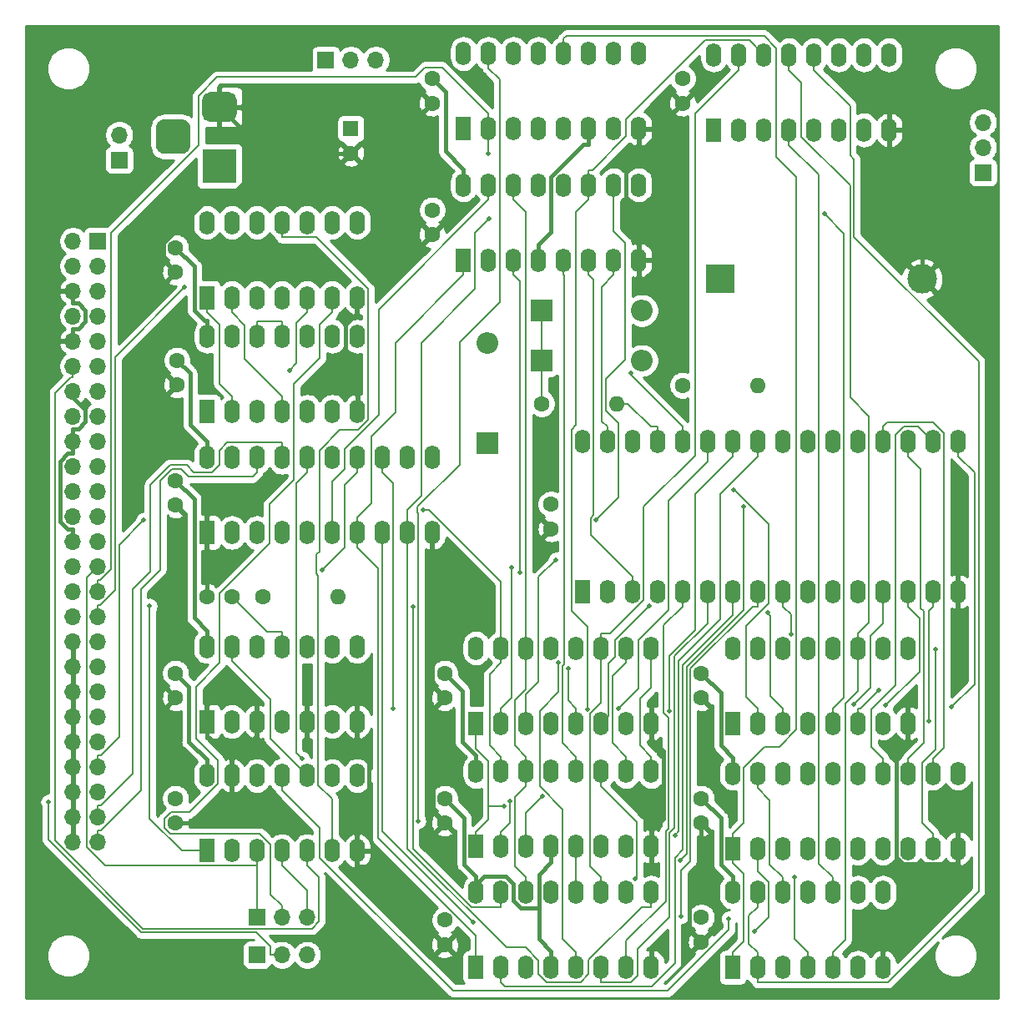
<source format=gbl>
G04 #@! TF.GenerationSoftware,KiCad,Pcbnew,(5.1.9)-1*
G04 #@! TF.CreationDate,2026-01-12T11:23:27+09:00*
G04 #@! TF.ProjectId,MZ700_EMM,4d5a3730-305f-4454-9d4d-2e6b69636164,rev?*
G04 #@! TF.SameCoordinates,PX53920b0PY93c3260*
G04 #@! TF.FileFunction,Copper,L2,Bot*
G04 #@! TF.FilePolarity,Positive*
%FSLAX46Y46*%
G04 Gerber Fmt 4.6, Leading zero omitted, Abs format (unit mm)*
G04 Created by KiCad (PCBNEW (5.1.9)-1) date 2026-01-12 11:23:27*
%MOMM*%
%LPD*%
G01*
G04 APERTURE LIST*
G04 #@! TA.AperFunction,ComponentPad*
%ADD10R,1.700000X1.700000*%
G04 #@! TD*
G04 #@! TA.AperFunction,ComponentPad*
%ADD11O,1.700000X1.700000*%
G04 #@! TD*
G04 #@! TA.AperFunction,ComponentPad*
%ADD12R,3.500000X3.500000*%
G04 #@! TD*
G04 #@! TA.AperFunction,ComponentPad*
%ADD13R,1.600000X1.600000*%
G04 #@! TD*
G04 #@! TA.AperFunction,ComponentPad*
%ADD14C,1.600000*%
G04 #@! TD*
G04 #@! TA.AperFunction,ComponentPad*
%ADD15C,3.000000*%
G04 #@! TD*
G04 #@! TA.AperFunction,ComponentPad*
%ADD16R,3.000000X3.000000*%
G04 #@! TD*
G04 #@! TA.AperFunction,ComponentPad*
%ADD17O,2.200000X2.200000*%
G04 #@! TD*
G04 #@! TA.AperFunction,ComponentPad*
%ADD18R,2.200000X2.200000*%
G04 #@! TD*
G04 #@! TA.AperFunction,ComponentPad*
%ADD19O,1.600000X1.600000*%
G04 #@! TD*
G04 #@! TA.AperFunction,ComponentPad*
%ADD20R,1.600000X2.400000*%
G04 #@! TD*
G04 #@! TA.AperFunction,ComponentPad*
%ADD21O,1.600000X2.400000*%
G04 #@! TD*
G04 #@! TA.AperFunction,ViaPad*
%ADD22C,0.500000*%
G04 #@! TD*
G04 #@! TA.AperFunction,Conductor*
%ADD23C,0.400000*%
G04 #@! TD*
G04 #@! TA.AperFunction,Conductor*
%ADD24C,0.200000*%
G04 #@! TD*
G04 #@! TA.AperFunction,Conductor*
%ADD25C,0.254000*%
G04 #@! TD*
G04 #@! TA.AperFunction,Conductor*
%ADD26C,0.100000*%
G04 #@! TD*
G04 APERTURE END LIST*
D10*
X10160000Y85725000D03*
D11*
X10160000Y88265000D03*
D12*
X20320000Y85090000D03*
G04 #@! TA.AperFunction,ComponentPad*
G36*
G01*
X19320000Y92590000D02*
X21320000Y92590000D01*
G75*
G02*
X22070000Y91840000I0J-750000D01*
G01*
X22070000Y90340000D01*
G75*
G02*
X21320000Y89590000I-750000J0D01*
G01*
X19320000Y89590000D01*
G75*
G02*
X18570000Y90340000I0J750000D01*
G01*
X18570000Y91840000D01*
G75*
G02*
X19320000Y92590000I750000J0D01*
G01*
G37*
G04 #@! TD.AperFunction*
G04 #@! TA.AperFunction,ComponentPad*
G36*
G01*
X14745000Y89840000D02*
X16495000Y89840000D01*
G75*
G02*
X17370000Y88965000I0J-875000D01*
G01*
X17370000Y87215000D01*
G75*
G02*
X16495000Y86340000I-875000J0D01*
G01*
X14745000Y86340000D01*
G75*
G02*
X13870000Y87215000I0J875000D01*
G01*
X13870000Y88965000D01*
G75*
G02*
X14745000Y89840000I875000J0D01*
G01*
G37*
G04 #@! TD.AperFunction*
D10*
X8000000Y77500000D03*
D11*
X5460000Y77500000D03*
X8000000Y74960000D03*
X5460000Y74960000D03*
X8000000Y72420000D03*
X5460000Y72420000D03*
X8000000Y69880000D03*
X5460000Y69880000D03*
X8000000Y67340000D03*
X5460000Y67340000D03*
X8000000Y64800000D03*
X5460000Y64800000D03*
X8000000Y62260000D03*
X5460000Y62260000D03*
X8000000Y59720000D03*
X5460000Y59720000D03*
X8000000Y57180000D03*
X5460000Y57180000D03*
X8000000Y54640000D03*
X5460000Y54640000D03*
X8000000Y52100000D03*
X5460000Y52100000D03*
X8000000Y49560000D03*
X5460000Y49560000D03*
X8000000Y47020000D03*
X5460000Y47020000D03*
X8000000Y44480000D03*
X5460000Y44480000D03*
X8000000Y41940000D03*
X5460000Y41940000D03*
X8000000Y39400000D03*
X5460000Y39400000D03*
X8000000Y36860000D03*
X5460000Y36860000D03*
X8000000Y34320000D03*
X5460000Y34320000D03*
X8000000Y31780000D03*
X5460000Y31780000D03*
X8000000Y29240000D03*
X5460000Y29240000D03*
X8000000Y26700000D03*
X5460000Y26700000D03*
X8000000Y24160000D03*
X5460000Y24160000D03*
X8000000Y21620000D03*
X5460000Y21620000D03*
X8000000Y19080000D03*
X5460000Y19080000D03*
X8000000Y16540000D03*
X5460000Y16540000D03*
D10*
X31115000Y95885000D03*
D11*
X33655000Y95885000D03*
X36195000Y95885000D03*
D13*
X33655000Y88900000D03*
D14*
X33655000Y86400000D03*
D15*
X91610000Y73660000D03*
D16*
X71120000Y73660000D03*
D14*
X15875000Y20955000D03*
X15875000Y18455000D03*
X15875000Y33655000D03*
X15875000Y31155000D03*
X15875000Y74335000D03*
X15875000Y76835000D03*
X15875000Y50713000D03*
X15875000Y53213000D03*
X69215000Y8890000D03*
X69215000Y6390000D03*
X43180000Y33655000D03*
X43180000Y31155000D03*
X43180000Y6110000D03*
X43180000Y8610000D03*
X43180000Y20955000D03*
X43180000Y18455000D03*
X41910000Y78145000D03*
X41910000Y80645000D03*
X69215000Y33655000D03*
X69215000Y31155000D03*
X41910000Y93980000D03*
X41910000Y91480000D03*
X67310000Y91480000D03*
X67310000Y93980000D03*
X53975000Y48300000D03*
X53975000Y50800000D03*
X69215000Y20955000D03*
X69215000Y18455000D03*
X19090000Y41402000D03*
X21590000Y41402000D03*
D17*
X63175000Y65365000D03*
D18*
X53015000Y65365000D03*
X53015000Y70445000D03*
D17*
X63175000Y70445000D03*
D14*
X24765000Y41402000D03*
D19*
X32385000Y41402000D03*
D10*
X24130000Y5080000D03*
D11*
X26670000Y5080000D03*
X29210000Y5080000D03*
X29210000Y8890000D03*
X26670000Y8890000D03*
D10*
X24130000Y8890000D03*
D20*
X19050000Y15645000D03*
D21*
X34290000Y23265000D03*
X21590000Y15645000D03*
X31750000Y23265000D03*
X24130000Y15645000D03*
X29210000Y23265000D03*
X26670000Y15645000D03*
X26670000Y23265000D03*
X29210000Y15645000D03*
X24130000Y23265000D03*
X31750000Y15645000D03*
X21590000Y23265000D03*
X34290000Y15645000D03*
X19050000Y23265000D03*
X19050000Y36360000D03*
X34290000Y28740000D03*
X21590000Y36360000D03*
X31750000Y28740000D03*
X24130000Y36360000D03*
X29210000Y28740000D03*
X26670000Y36360000D03*
X26670000Y28740000D03*
X29210000Y36360000D03*
X24130000Y28740000D03*
X31750000Y36360000D03*
X21590000Y28740000D03*
X34290000Y36360000D03*
D20*
X19050000Y28740000D03*
X19050000Y47923000D03*
D21*
X41910000Y55543000D03*
X21590000Y47923000D03*
X39370000Y55543000D03*
X24130000Y47923000D03*
X36830000Y55543000D03*
X26670000Y47923000D03*
X34290000Y55543000D03*
X29210000Y47923000D03*
X31750000Y55543000D03*
X31750000Y47923000D03*
X29210000Y55543000D03*
X34290000Y47923000D03*
X26670000Y55543000D03*
X36830000Y47923000D03*
X24130000Y55543000D03*
X39370000Y47923000D03*
X21590000Y55543000D03*
X41910000Y47923000D03*
X19050000Y55543000D03*
X19050000Y79375000D03*
X34290000Y71755000D03*
X21590000Y79375000D03*
X31750000Y71755000D03*
X24130000Y79375000D03*
X29210000Y71755000D03*
X26670000Y79375000D03*
X26670000Y71755000D03*
X29210000Y79375000D03*
X24130000Y71755000D03*
X31750000Y79375000D03*
X21590000Y71755000D03*
X34290000Y79375000D03*
D20*
X19050000Y71755000D03*
D21*
X46355000Y36195000D03*
X64135000Y28575000D03*
X48895000Y36195000D03*
X61595000Y28575000D03*
X51435000Y36195000D03*
X59055000Y28575000D03*
X53975000Y36195000D03*
X56515000Y28575000D03*
X56515000Y36195000D03*
X53975000Y28575000D03*
X59055000Y36195000D03*
X51435000Y28575000D03*
X61595000Y36195000D03*
X48895000Y28575000D03*
X64135000Y36195000D03*
D20*
X46355000Y28575000D03*
X46355000Y3810000D03*
D21*
X64135000Y11430000D03*
X48895000Y3810000D03*
X61595000Y11430000D03*
X51435000Y3810000D03*
X59055000Y11430000D03*
X53975000Y3810000D03*
X56515000Y11430000D03*
X56515000Y3810000D03*
X53975000Y11430000D03*
X59055000Y3810000D03*
X51435000Y11430000D03*
X61595000Y3810000D03*
X48895000Y11430000D03*
X64135000Y3810000D03*
X46355000Y11430000D03*
X46355000Y23690000D03*
X64135000Y16070000D03*
X48895000Y23690000D03*
X61595000Y16070000D03*
X51435000Y23690000D03*
X59055000Y16070000D03*
X53975000Y23690000D03*
X56515000Y16070000D03*
X56515000Y23690000D03*
X53975000Y16070000D03*
X59055000Y23690000D03*
X51435000Y16070000D03*
X61595000Y23690000D03*
X48895000Y16070000D03*
X64135000Y23690000D03*
D20*
X46355000Y16070000D03*
X45085000Y75565000D03*
D21*
X62865000Y83185000D03*
X47625000Y75565000D03*
X60325000Y83185000D03*
X50165000Y75565000D03*
X57785000Y83185000D03*
X52705000Y75565000D03*
X55245000Y83185000D03*
X55245000Y75565000D03*
X52705000Y83185000D03*
X57785000Y75565000D03*
X50165000Y83185000D03*
X60325000Y75565000D03*
X47625000Y83185000D03*
X62865000Y75565000D03*
X45085000Y83185000D03*
D20*
X72390000Y28575000D03*
D21*
X90170000Y36195000D03*
X74930000Y28575000D03*
X87630000Y36195000D03*
X77470000Y28575000D03*
X85090000Y36195000D03*
X80010000Y28575000D03*
X82550000Y36195000D03*
X82550000Y28575000D03*
X80010000Y36195000D03*
X85090000Y28575000D03*
X77470000Y36195000D03*
X87630000Y28575000D03*
X74930000Y36195000D03*
X90170000Y28575000D03*
X72390000Y36195000D03*
D20*
X45085000Y88900000D03*
D21*
X62865000Y96520000D03*
X47625000Y88900000D03*
X60325000Y96520000D03*
X50165000Y88900000D03*
X57785000Y96520000D03*
X52705000Y88900000D03*
X55245000Y96520000D03*
X55245000Y88900000D03*
X52705000Y96520000D03*
X57785000Y88900000D03*
X50165000Y96520000D03*
X60325000Y88900000D03*
X47625000Y96520000D03*
X62865000Y88900000D03*
X45085000Y96520000D03*
X70485000Y96375000D03*
X88265000Y88755000D03*
X73025000Y96375000D03*
X85725000Y88755000D03*
X75565000Y96375000D03*
X83185000Y88755000D03*
X78105000Y96375000D03*
X80645000Y88755000D03*
X80645000Y96375000D03*
X78105000Y88755000D03*
X83185000Y96375000D03*
X75565000Y88755000D03*
X85725000Y96375000D03*
X73025000Y88755000D03*
X88265000Y96375000D03*
D20*
X70485000Y88755000D03*
X57150000Y41910000D03*
D21*
X95250000Y57150000D03*
X59690000Y41910000D03*
X92710000Y57150000D03*
X62230000Y41910000D03*
X90170000Y57150000D03*
X64770000Y41910000D03*
X87630000Y57150000D03*
X67310000Y41910000D03*
X85090000Y57150000D03*
X69850000Y41910000D03*
X82550000Y57150000D03*
X72390000Y41910000D03*
X80010000Y57150000D03*
X74930000Y41910000D03*
X77470000Y57150000D03*
X77470000Y41910000D03*
X74930000Y57150000D03*
X80010000Y41910000D03*
X72390000Y57150000D03*
X82550000Y41910000D03*
X69850000Y57150000D03*
X85090000Y41910000D03*
X67310000Y57150000D03*
X87630000Y41910000D03*
X64770000Y57150000D03*
X90170000Y41910000D03*
X62230000Y57150000D03*
X92710000Y41910000D03*
X59690000Y57150000D03*
X95250000Y41910000D03*
X57150000Y57150000D03*
D20*
X72390000Y3810000D03*
D21*
X87630000Y11430000D03*
X74930000Y3810000D03*
X85090000Y11430000D03*
X77470000Y3810000D03*
X82550000Y11430000D03*
X80010000Y3810000D03*
X80010000Y11430000D03*
X82550000Y3810000D03*
X77470000Y11430000D03*
X85090000Y3810000D03*
X74930000Y11430000D03*
X87630000Y3810000D03*
X72390000Y11430000D03*
X72390000Y23495000D03*
X95250000Y15875000D03*
X74930000Y23495000D03*
X92710000Y15875000D03*
X77470000Y23495000D03*
X90170000Y15875000D03*
X80010000Y23495000D03*
X87630000Y15875000D03*
X82550000Y23495000D03*
X85090000Y15875000D03*
X85090000Y23495000D03*
X82550000Y15875000D03*
X87630000Y23495000D03*
X80010000Y15875000D03*
X90170000Y23495000D03*
X77470000Y15875000D03*
X92710000Y23495000D03*
X74930000Y15875000D03*
X95250000Y23495000D03*
D20*
X72390000Y15875000D03*
D14*
X67310000Y62865000D03*
D19*
X74930000Y62865000D03*
D14*
X16002000Y65405000D03*
X16002000Y62905000D03*
D20*
X19081000Y60208000D03*
D21*
X34321000Y67828000D03*
X21621000Y60208000D03*
X31781000Y67828000D03*
X24161000Y60208000D03*
X29241000Y67828000D03*
X26701000Y60208000D03*
X26701000Y67828000D03*
X29241000Y60208000D03*
X24161000Y67828000D03*
X31781000Y60208000D03*
X21621000Y67828000D03*
X34321000Y60208000D03*
X19081000Y67828000D03*
D18*
X47500000Y57000000D03*
D17*
X47500000Y67160000D03*
D14*
X53000000Y61000000D03*
D19*
X60620000Y61000000D03*
D10*
X97790000Y84455000D03*
D11*
X97790000Y86995000D03*
X97790000Y89535000D03*
D22*
X2956300Y20596700D03*
X27412700Y64357200D03*
X13235600Y40488900D03*
X47625000Y86398800D03*
X16808300Y72779100D03*
X92945700Y36114800D03*
X37967000Y30091500D03*
X30704200Y44130200D03*
X12630500Y49168200D03*
X28713400Y24990000D03*
X74597100Y7421400D03*
X40508800Y18643700D03*
X46034600Y8403600D03*
X58518700Y49174500D03*
X81699000Y80233000D03*
X78626500Y12961100D03*
X62499000Y12793900D03*
X57659600Y30019300D03*
X71998000Y8748700D03*
X55685100Y34144000D03*
X40943600Y50183800D03*
X49202600Y20127500D03*
X39950700Y40434400D03*
X47644300Y79749900D03*
X78290900Y37627800D03*
X63894300Y40453100D03*
X54720700Y34736300D03*
X54440700Y45155200D03*
X50002000Y44380400D03*
X67175300Y9012700D03*
X66540300Y17212300D03*
X67073800Y14660500D03*
X73492500Y50523500D03*
X53069000Y21139700D03*
X60818100Y30072500D03*
X49760000Y20698900D03*
X65958100Y29832200D03*
X62047200Y64096200D03*
X50792100Y43830100D03*
X72453700Y52212300D03*
X75910200Y39757900D03*
X87172000Y31938300D03*
X94572300Y30219800D03*
X84681100Y30484200D03*
X87922700Y30365400D03*
X92306800Y28754200D03*
D23*
X45085000Y83185000D02*
X45085000Y84785300D01*
X41910000Y93980000D02*
X43281400Y92608600D01*
X43281400Y92608600D02*
X43281400Y86588900D01*
X43281400Y86588900D02*
X45085000Y84785300D01*
X52705000Y75565000D02*
X52705000Y77165300D01*
X57785000Y88900000D02*
X57785000Y87299700D01*
X57785000Y87299700D02*
X57259900Y87299700D01*
X57259900Y87299700D02*
X53975000Y84014800D01*
X53975000Y84014800D02*
X53975000Y78435300D01*
X53975000Y78435300D02*
X52705000Y77165300D01*
X52719200Y9823200D02*
X52719200Y6666100D01*
X52719200Y6666100D02*
X53975000Y5410300D01*
X53975000Y14469700D02*
X52719200Y13213900D01*
X52719200Y13213900D02*
X52719200Y9823200D01*
X46355000Y12230200D02*
X47155200Y13030400D01*
X47155200Y13030400D02*
X49394100Y13030400D01*
X49394100Y13030400D02*
X50165000Y12259500D01*
X50165000Y12259500D02*
X50165000Y10583800D01*
X50165000Y10583800D02*
X50925600Y9823200D01*
X50925600Y9823200D02*
X52719200Y9823200D01*
X46355000Y12230200D02*
X46355000Y13030300D01*
X46355000Y11430000D02*
X46355000Y12230200D01*
X53975000Y3810000D02*
X53975000Y5410300D01*
X53975000Y16070000D02*
X53975000Y14469700D01*
X46355000Y13030300D02*
X45154600Y14230700D01*
X45154600Y14230700D02*
X45154600Y18980400D01*
X45154600Y18980400D02*
X43180000Y20955000D01*
X72390000Y23495000D02*
X72390000Y25095300D01*
X69215000Y33655000D02*
X71189600Y31680400D01*
X71189600Y31680400D02*
X71189600Y26295700D01*
X71189600Y26295700D02*
X72390000Y25095300D01*
X19050000Y55543000D02*
X19050000Y57143300D01*
X16002000Y65405000D02*
X17340000Y64067000D01*
X17340000Y64067000D02*
X17340000Y58853300D01*
X17340000Y58853300D02*
X19050000Y57143300D01*
X19050000Y23265000D02*
X19050000Y24865300D01*
X15875000Y33655000D02*
X17225800Y32304200D01*
X17225800Y32304200D02*
X17225800Y26689500D01*
X17225800Y26689500D02*
X19050000Y24865300D01*
X19081000Y67828000D02*
X19081000Y69428300D01*
X15875000Y76835000D02*
X17770500Y74939500D01*
X17770500Y74939500D02*
X17770500Y70459000D01*
X17770500Y70459000D02*
X18801200Y69428300D01*
X18801200Y69428300D02*
X19081000Y69428300D01*
X72390000Y11430000D02*
X72390000Y13030300D01*
X69215000Y20955000D02*
X71189600Y18980400D01*
X71189600Y18980400D02*
X71189600Y14230700D01*
X71189600Y14230700D02*
X72390000Y13030300D01*
X19050000Y37960300D02*
X17745500Y39264800D01*
X17745500Y39264800D02*
X17745500Y51342500D01*
X17745500Y51342500D02*
X15875000Y53213000D01*
X43180000Y33655000D02*
X44962500Y31872500D01*
X44962500Y31872500D02*
X44962500Y26682800D01*
X44962500Y26682800D02*
X46355000Y25290300D01*
X19050000Y36360000D02*
X19050000Y37960300D01*
X46355000Y23690000D02*
X46355000Y25290300D01*
X34290000Y15645000D02*
X34290000Y17245300D01*
X34290000Y28740000D02*
X34290000Y27139700D01*
X34290000Y27139700D02*
X35517200Y25912500D01*
X35517200Y25912500D02*
X35517200Y18472500D01*
X35517200Y18472500D02*
X34290000Y17245300D01*
X25010000Y86400000D02*
X20320000Y91090000D01*
X33655000Y86400000D02*
X25010000Y86400000D01*
X15875000Y74335000D02*
X14672600Y75537400D01*
X14672600Y75537400D02*
X14672600Y77342500D01*
X14672600Y77342500D02*
X19500000Y82169900D01*
X19500000Y82169900D02*
X21519500Y82169900D01*
X21519500Y82169900D02*
X25010000Y85660400D01*
X25010000Y85660400D02*
X25010000Y86400000D01*
X35242500Y84812500D02*
X33655000Y86400000D01*
X19050000Y47923000D02*
X19050000Y46322700D01*
X19050000Y46322700D02*
X19090000Y46282700D01*
X19090000Y46282700D02*
X19090000Y41402000D01*
X69215000Y6390000D02*
X68011900Y7593100D01*
X68011900Y7593100D02*
X68011900Y11452400D01*
X68011900Y11452400D02*
X69215000Y12655500D01*
X69215000Y12655500D02*
X69215000Y18455000D01*
X43180000Y31155000D02*
X41910000Y32425000D01*
X41910000Y32425000D02*
X41910000Y46322700D01*
X41910000Y78145000D02*
X35242500Y84812500D01*
X35242500Y84812500D02*
X41910000Y91480000D01*
X15875000Y18455000D02*
X18380300Y18455000D01*
X18380300Y18455000D02*
X21590000Y21664700D01*
X89643300Y14274700D02*
X88954300Y14963700D01*
X88954300Y14963700D02*
X88954300Y25759000D01*
X88954300Y25759000D02*
X90170000Y26974700D01*
X64135000Y28575000D02*
X64135000Y26974700D01*
X64135000Y16070000D02*
X64135000Y17670300D01*
X64135000Y17670300D02*
X65358600Y18893900D01*
X65358600Y18893900D02*
X65358600Y25751100D01*
X65358600Y25751100D02*
X64135000Y26974700D01*
X62865000Y88900000D02*
X62865000Y87299700D01*
X62865000Y75565000D02*
X62865000Y77165300D01*
X62865000Y77165300D02*
X61595200Y78435100D01*
X61595200Y78435100D02*
X61595200Y86029900D01*
X61595200Y86029900D02*
X62865000Y87299700D01*
X89643300Y14274700D02*
X95250000Y14274700D01*
X89643300Y14274700D02*
X89643300Y7423600D01*
X89643300Y7423600D02*
X87630000Y5410300D01*
X87630000Y3810000D02*
X87630000Y5410300D01*
X95250000Y15875000D02*
X95250000Y14274700D01*
X90170000Y28575000D02*
X90170000Y26974700D01*
X21590000Y24865300D02*
X19315600Y27139700D01*
X19315600Y27139700D02*
X19050000Y27139700D01*
X19050000Y28740000D02*
X19050000Y27139700D01*
X24130000Y27139700D02*
X23864400Y27139700D01*
X23864400Y27139700D02*
X21590000Y24865300D01*
X41910000Y47923000D02*
X41910000Y46322700D01*
X43180000Y18455000D02*
X41979600Y19655400D01*
X41979600Y19655400D02*
X41979600Y29954600D01*
X41979600Y29954600D02*
X43180000Y31155000D01*
X34290000Y71755000D02*
X34290000Y70154700D01*
X34321000Y60208000D02*
X34321000Y61808300D01*
X34321000Y61808300D02*
X33118800Y63010500D01*
X33118800Y63010500D02*
X33118800Y68983500D01*
X33118800Y68983500D02*
X34290000Y70154700D01*
X5460000Y67340000D02*
X5460000Y68590300D01*
X5460000Y72420000D02*
X5460000Y71169700D01*
X5460000Y71169700D02*
X6007000Y71169700D01*
X6007000Y71169700D02*
X6730000Y70446700D01*
X6730000Y70446700D02*
X6730000Y69342200D01*
X6730000Y69342200D02*
X5978100Y68590300D01*
X5978100Y68590300D02*
X5460000Y68590300D01*
X5460000Y61661900D02*
X6730000Y60391900D01*
X6730000Y60391900D02*
X6730000Y59182200D01*
X6730000Y59182200D02*
X5978100Y58430300D01*
X5978100Y58430300D02*
X5460000Y58430300D01*
X5460000Y57180000D02*
X5460000Y58430300D01*
X5460000Y57180000D02*
X5460000Y55929700D01*
X5460000Y47020000D02*
X5460000Y48270300D01*
X5460000Y48270300D02*
X4913000Y48270300D01*
X4913000Y48270300D02*
X4170400Y49012900D01*
X4170400Y49012900D02*
X4170400Y55158200D01*
X4170400Y55158200D02*
X4941900Y55929700D01*
X4941900Y55929700D02*
X5460000Y55929700D01*
X5460000Y62260000D02*
X5460000Y61661900D01*
X21590000Y23265000D02*
X21590000Y21664700D01*
X5460000Y34320000D02*
X5460000Y36860000D01*
X5460000Y31780000D02*
X5460000Y34320000D01*
X5460000Y29240000D02*
X5460000Y31780000D01*
X5460000Y26700000D02*
X5460000Y29240000D01*
X5460000Y24160000D02*
X5460000Y26700000D01*
X5460000Y21620000D02*
X5460000Y24160000D01*
X5460000Y19080000D02*
X5460000Y21620000D01*
X34290000Y15645000D02*
X34290000Y14044700D01*
X43180000Y6110000D02*
X35245300Y14044700D01*
X35245300Y14044700D02*
X34290000Y14044700D01*
X24130000Y28740000D02*
X24130000Y27139700D01*
X21590000Y23265000D02*
X21590000Y24865300D01*
X88265000Y88755000D02*
X88265000Y87154700D01*
X88265000Y87154700D02*
X91610000Y83809700D01*
X91610000Y83809700D02*
X91610000Y73660000D01*
D24*
X29210000Y71755000D02*
X29210000Y70254700D01*
X26670000Y5080000D02*
X25519700Y5080000D01*
X2956300Y20596700D02*
X2956300Y16749800D01*
X2956300Y16749800D02*
X12366900Y7339200D01*
X12366900Y7339200D02*
X24074000Y7339200D01*
X24074000Y7339200D02*
X25519700Y5893500D01*
X25519700Y5893500D02*
X25519700Y5080000D01*
X29210000Y70254700D02*
X28140600Y69185300D01*
X28140600Y69185300D02*
X28140600Y65085100D01*
X28140600Y65085100D02*
X27412700Y64357200D01*
X29210000Y14144700D02*
X30418900Y12935800D01*
X30418900Y12935800D02*
X30418900Y8450100D01*
X30418900Y8450100D02*
X29708400Y7739600D01*
X29708400Y7739600D02*
X12579200Y7739600D01*
X12579200Y7739600D02*
X3668700Y16650100D01*
X3668700Y16650100D02*
X3668700Y62096700D01*
X3668700Y62096700D02*
X5221700Y63649700D01*
X5221700Y63649700D02*
X5460000Y63649700D01*
X5460000Y64800000D02*
X5460000Y63649700D01*
X29210000Y15645000D02*
X29210000Y14144700D01*
X19050000Y15645000D02*
X16486900Y15645000D01*
X16486900Y15645000D02*
X13235600Y18896300D01*
X13235600Y18896300D02*
X13235600Y40488900D01*
X24130000Y14125700D02*
X24130000Y15645000D01*
X24130000Y8890000D02*
X24130000Y14125700D01*
X24130000Y14125700D02*
X8758800Y14125700D01*
X8758800Y14125700D02*
X6835500Y16049000D01*
X6835500Y16049000D02*
X6835500Y43315500D01*
X6835500Y43315500D02*
X8000000Y44480000D01*
X8000000Y41940000D02*
X8000000Y43090300D01*
X47625000Y88900000D02*
X47625000Y90400300D01*
X47625000Y90400300D02*
X42936800Y95088500D01*
X42936800Y95088500D02*
X41163500Y95088500D01*
X41163500Y95088500D02*
X40203500Y94128500D01*
X40203500Y94128500D02*
X20113100Y94128500D01*
X20113100Y94128500D02*
X18207000Y92222400D01*
X18207000Y92222400D02*
X18207000Y87212700D01*
X18207000Y87212700D02*
X9346800Y78352500D01*
X9346800Y78352500D02*
X9346800Y44198800D01*
X9346800Y44198800D02*
X8238300Y43090300D01*
X8238300Y43090300D02*
X8000000Y43090300D01*
X47625000Y86398800D02*
X47625000Y88900000D01*
X8000000Y39400000D02*
X8000000Y40550300D01*
X16808300Y72779100D02*
X9747200Y65718000D01*
X9747200Y65718000D02*
X9747200Y42059200D01*
X9747200Y42059200D02*
X8238300Y40550300D01*
X8238300Y40550300D02*
X8000000Y40550300D01*
X92710000Y17375300D02*
X91598700Y18486600D01*
X91598700Y18486600D02*
X91598700Y24588000D01*
X91598700Y24588000D02*
X92945700Y25935000D01*
X92945700Y25935000D02*
X92945700Y36114800D01*
X92710000Y15875000D02*
X92710000Y17375300D01*
X36830000Y55543000D02*
X36830000Y54042700D01*
X37967000Y30091500D02*
X37967000Y52905700D01*
X37967000Y52905700D02*
X36830000Y54042700D01*
X34290000Y55543000D02*
X34290000Y54042700D01*
X34290000Y54042700D02*
X33020000Y52772700D01*
X33020000Y52772700D02*
X33020000Y46446000D01*
X33020000Y46446000D02*
X30704200Y44130200D01*
X12630500Y49168200D02*
X10147600Y46685300D01*
X10147600Y46685300D02*
X10147600Y27170300D01*
X10147600Y27170300D02*
X8287600Y25310300D01*
X8287600Y25310300D02*
X8000000Y25310300D01*
X8000000Y24160000D02*
X8000000Y25310300D01*
X28713400Y24990000D02*
X28098800Y25604600D01*
X28098800Y25604600D02*
X28098800Y52931500D01*
X28098800Y52931500D02*
X29210000Y54042700D01*
X29210000Y55543000D02*
X29210000Y54042700D01*
X26670000Y57043300D02*
X21117100Y57043300D01*
X21117100Y57043300D02*
X20320000Y56246200D01*
X20320000Y56246200D02*
X20320000Y54800800D01*
X20320000Y54800800D02*
X19561800Y54042600D01*
X19561800Y54042600D02*
X17706800Y54042600D01*
X17706800Y54042600D02*
X16988900Y54760500D01*
X16988900Y54760500D02*
X15298500Y54760500D01*
X15298500Y54760500D02*
X13309400Y52771400D01*
X13309400Y52771400D02*
X13309400Y43908800D01*
X13309400Y43908800D02*
X11532400Y42131800D01*
X11532400Y42131800D02*
X11532400Y23475100D01*
X11532400Y23475100D02*
X8287600Y20230300D01*
X8287600Y20230300D02*
X8000000Y20230300D01*
X26670000Y55543000D02*
X26670000Y57043300D01*
X8000000Y19080000D02*
X8000000Y20230300D01*
X74930000Y15875000D02*
X74930000Y13536200D01*
X74930000Y13536200D02*
X76039600Y12426600D01*
X76039600Y12426600D02*
X76039600Y8863900D01*
X76039600Y8863900D02*
X74597100Y7421400D01*
X24130000Y55543000D02*
X24130000Y54042700D01*
X8000000Y16540000D02*
X8000000Y17690300D01*
X8000000Y17690300D02*
X8287600Y17690300D01*
X8287600Y17690300D02*
X12333100Y21735800D01*
X12333100Y21735800D02*
X12333100Y42166100D01*
X12333100Y42166100D02*
X14300800Y44133800D01*
X14300800Y44133800D02*
X14300800Y53196500D01*
X14300800Y53196500D02*
X15464400Y54360100D01*
X15464400Y54360100D02*
X16449600Y54360100D01*
X16449600Y54360100D02*
X17205000Y53604700D01*
X17205000Y53604700D02*
X23692000Y53604700D01*
X23692000Y53604700D02*
X24130000Y54042700D01*
X26670000Y15645000D02*
X26670000Y14144700D01*
X26670000Y14144700D02*
X29210000Y11604700D01*
X29210000Y11604700D02*
X29210000Y8890000D01*
X31750000Y71755000D02*
X31750000Y70254700D01*
X26670000Y8890000D02*
X26670000Y10040300D01*
X26670000Y10040300D02*
X25519700Y11190600D01*
X25519700Y11190600D02*
X25519700Y16223000D01*
X25519700Y16223000D02*
X24408000Y17334700D01*
X24408000Y17334700D02*
X15371900Y17334700D01*
X15371900Y17334700D02*
X14774400Y17932200D01*
X14774400Y17932200D02*
X14774400Y18920800D01*
X14774400Y18920800D02*
X15415100Y19561500D01*
X15415100Y19561500D02*
X17304800Y19561500D01*
X17304800Y19561500D02*
X20154000Y22410700D01*
X20154000Y22410700D02*
X20154000Y24835500D01*
X20154000Y24835500D02*
X17949600Y27039900D01*
X17949600Y27039900D02*
X17949600Y32288300D01*
X17949600Y32288300D02*
X20340000Y34678700D01*
X20340000Y34678700D02*
X20340000Y41739300D01*
X20340000Y41739300D02*
X25400000Y46799300D01*
X25400000Y46799300D02*
X25400000Y50799000D01*
X25400000Y50799000D02*
X27884600Y53283600D01*
X27884600Y53283600D02*
X27884600Y62979600D01*
X27884600Y62979600D02*
X30511000Y65606000D01*
X30511000Y65606000D02*
X30511000Y69015700D01*
X30511000Y69015700D02*
X31750000Y70254700D01*
X47625000Y95019700D02*
X48736200Y93908500D01*
X48736200Y93908500D02*
X48736200Y71269800D01*
X48736200Y71269800D02*
X44696700Y67230300D01*
X44696700Y67230300D02*
X44696700Y54822300D01*
X44696700Y54822300D02*
X40391100Y50516700D01*
X40391100Y50516700D02*
X40391100Y49958100D01*
X40391100Y49958100D02*
X40508800Y49840400D01*
X40508800Y49840400D02*
X40508800Y18643700D01*
X47625000Y96520000D02*
X47625000Y95019700D01*
X36830000Y47923000D02*
X36830000Y17608200D01*
X36830000Y17608200D02*
X46034600Y8403600D01*
X60325000Y83185000D02*
X60325000Y78459800D01*
X60325000Y78459800D02*
X61496800Y77288000D01*
X61496800Y77288000D02*
X61496800Y65450900D01*
X61496800Y65450900D02*
X59516200Y63470300D01*
X59516200Y63470300D02*
X59516200Y60285600D01*
X59516200Y60285600D02*
X60790900Y59010900D01*
X60790900Y59010900D02*
X60790900Y51446700D01*
X60790900Y51446700D02*
X58518700Y49174500D01*
X56515000Y11430000D02*
X56515000Y16070000D01*
X59055000Y12930300D02*
X57935200Y14050100D01*
X57935200Y14050100D02*
X57935200Y29516600D01*
X57935200Y29516600D02*
X59055000Y30636400D01*
X59055000Y30636400D02*
X59055000Y34694700D01*
X59055000Y36195000D02*
X59055000Y37695300D01*
X73025000Y96375000D02*
X73025000Y94874700D01*
X59055000Y36195000D02*
X59055000Y36137300D01*
X73025000Y94874700D02*
X68580000Y90429700D01*
X68580000Y90429700D02*
X68580000Y55726300D01*
X68580000Y55726300D02*
X63367100Y50513400D01*
X63367100Y50513400D02*
X63367100Y41090800D01*
X63367100Y41090800D02*
X59971600Y37695300D01*
X59971600Y37695300D02*
X59055000Y37695300D01*
X59055000Y36137300D02*
X59055000Y34694700D01*
X59055000Y11430000D02*
X59055000Y12930300D01*
X55245000Y74064700D02*
X55313400Y73996300D01*
X55313400Y73996300D02*
X55313400Y34550500D01*
X55313400Y34550500D02*
X55134800Y34371900D01*
X55134800Y34371900D02*
X55134800Y26570500D01*
X55134800Y26570500D02*
X56515000Y25190300D01*
X56515000Y23690000D02*
X56515000Y25190300D01*
X55245000Y75565000D02*
X55245000Y74064700D01*
X82550000Y28575000D02*
X82550000Y30075300D01*
X82550000Y30075300D02*
X83661200Y31186500D01*
X83661200Y31186500D02*
X83661200Y78270800D01*
X83661200Y78270800D02*
X81699000Y80233000D01*
X59055000Y23690000D02*
X59055000Y22189700D01*
X59055000Y22189700D02*
X62700400Y18544300D01*
X62700400Y18544300D02*
X62700400Y12995300D01*
X62700400Y12995300D02*
X62499000Y12793900D01*
X80010000Y5310300D02*
X78626500Y6693800D01*
X78626500Y6693800D02*
X78626500Y12961100D01*
X80010000Y3810000D02*
X80010000Y5310300D01*
X57785000Y83185000D02*
X57785000Y84685300D01*
X57785000Y84685300D02*
X58160100Y84685300D01*
X58160100Y84685300D02*
X61595000Y88120200D01*
X61595000Y88120200D02*
X61595000Y89840500D01*
X61595000Y89840500D02*
X69639400Y97884900D01*
X69639400Y97884900D02*
X74055100Y97884900D01*
X74055100Y97884900D02*
X75565000Y96375000D01*
X57785000Y82914600D02*
X57785000Y83185000D01*
X57785000Y82914600D02*
X57785000Y81684700D01*
X57659600Y30019300D02*
X57659600Y38377200D01*
X57659600Y38377200D02*
X56048000Y39988800D01*
X56048000Y39988800D02*
X56048000Y58353000D01*
X56048000Y58353000D02*
X56515000Y58820000D01*
X56515000Y58820000D02*
X56515000Y80414700D01*
X56515000Y80414700D02*
X57785000Y81684700D01*
X85090000Y36195000D02*
X85090000Y31826100D01*
X85090000Y31826100D02*
X83820000Y30556100D01*
X83820000Y30556100D02*
X83820000Y6580300D01*
X83820000Y6580300D02*
X82550000Y5310300D01*
X85090000Y36195000D02*
X85090000Y37695300D01*
X82550000Y3810000D02*
X82550000Y5310300D01*
X78105000Y94874700D02*
X79375000Y93604700D01*
X79375000Y93604700D02*
X79375000Y88054400D01*
X79375000Y88054400D02*
X84306800Y83122600D01*
X84306800Y83122600D02*
X84306800Y61613100D01*
X84306800Y61613100D02*
X86214800Y59705100D01*
X86214800Y59705100D02*
X86214800Y38820100D01*
X86214800Y38820100D02*
X85090000Y37695300D01*
X78105000Y96375000D02*
X78105000Y94874700D01*
X72390000Y17375300D02*
X73490300Y18475600D01*
X73490300Y18475600D02*
X73490300Y24048400D01*
X73490300Y24048400D02*
X75646500Y26204600D01*
X75646500Y26204600D02*
X77096700Y26204600D01*
X77096700Y26204600D02*
X78841200Y27949100D01*
X78841200Y27949100D02*
X78841200Y84003100D01*
X78841200Y84003100D02*
X76835000Y86009300D01*
X76835000Y86009300D02*
X76835000Y97069300D01*
X76835000Y97069300D02*
X75582800Y98321500D01*
X75582800Y98321500D02*
X55546200Y98321500D01*
X55546200Y98321500D02*
X55245000Y98020300D01*
X55245000Y96520000D02*
X55245000Y98020300D01*
X72390000Y15875000D02*
X72390000Y17375300D01*
X72390000Y15124900D02*
X72390000Y15875000D01*
X72390000Y3810000D02*
X72390000Y5310300D01*
X72390000Y15124900D02*
X72390000Y14374700D01*
X72390000Y14374700D02*
X73490300Y13274400D01*
X73490300Y13274400D02*
X73490300Y6410600D01*
X73490300Y6410600D02*
X72390000Y5310300D01*
X74930000Y2309700D02*
X88131800Y2309700D01*
X88131800Y2309700D02*
X97337700Y11515600D01*
X97337700Y11515600D02*
X97337700Y65298200D01*
X97337700Y65298200D02*
X84707100Y77928800D01*
X84707100Y77928800D02*
X84707100Y85783300D01*
X84707100Y85783300D02*
X84306800Y86183600D01*
X84306800Y86183600D02*
X84306800Y91212900D01*
X84306800Y91212900D02*
X80645000Y94874700D01*
X74930000Y9929700D02*
X74046800Y9046500D01*
X74046800Y9046500D02*
X74046800Y6193500D01*
X74046800Y6193500D02*
X74930000Y5310300D01*
X74930000Y3810000D02*
X74930000Y5310300D01*
X74930000Y11430000D02*
X74930000Y9929700D01*
X74930000Y3810000D02*
X74930000Y2309700D01*
X80645000Y96375000D02*
X80645000Y94874700D01*
X53015000Y70445000D02*
X53015000Y65365000D01*
X53000000Y61000000D02*
X53015000Y61015000D01*
X53015000Y61015000D02*
X53015000Y65365000D01*
X26670000Y36360000D02*
X26670000Y37860300D01*
X26670000Y37860300D02*
X25131700Y37860300D01*
X25131700Y37860300D02*
X21590000Y41402000D01*
X51435000Y11430000D02*
X51435000Y12930300D01*
X51435000Y23690000D02*
X51435000Y22189700D01*
X51435000Y22189700D02*
X50334700Y21089400D01*
X50334700Y21089400D02*
X50334700Y14030600D01*
X50334700Y14030600D02*
X51435000Y12930300D01*
X51435000Y24440200D02*
X51435000Y23690000D01*
X51435000Y24440200D02*
X51435000Y25190300D01*
X51435000Y36195000D02*
X51435000Y32049000D01*
X51435000Y32049000D02*
X50323800Y30937800D01*
X50323800Y30937800D02*
X50323800Y26301500D01*
X50323800Y26301500D02*
X51435000Y25190300D01*
X51435000Y36223400D02*
X51435000Y36195000D01*
X51435000Y36223400D02*
X51435000Y37695300D01*
X51435000Y37695300D02*
X51435000Y80414700D01*
X51435000Y80414700D02*
X50165000Y81684700D01*
X50165000Y83185000D02*
X50165000Y81684700D01*
X21590000Y36360000D02*
X21590000Y34859700D01*
X21590000Y34859700D02*
X25480500Y30969200D01*
X25480500Y30969200D02*
X25480500Y26994500D01*
X25480500Y26994500D02*
X29210000Y23265000D01*
X26670000Y23265000D02*
X26670000Y21764700D01*
X71998000Y8748700D02*
X71998000Y7597000D01*
X71998000Y7597000D02*
X65833000Y1432000D01*
X65833000Y1432000D02*
X43992400Y1432000D01*
X43992400Y1432000D02*
X30480000Y14944400D01*
X30480000Y14944400D02*
X30480000Y17954700D01*
X30480000Y17954700D02*
X26670000Y21764700D01*
X77470000Y11430000D02*
X77470000Y12930300D01*
X74930000Y23495000D02*
X74930000Y21994700D01*
X74930000Y21994700D02*
X76153700Y20771000D01*
X76153700Y20771000D02*
X76153700Y14246600D01*
X76153700Y14246600D02*
X77470000Y12930300D01*
X26670000Y79375000D02*
X26670000Y77874700D01*
X26670000Y77874700D02*
X30189200Y77874700D01*
X30189200Y77874700D02*
X35421300Y72642600D01*
X35421300Y72642600D02*
X35421300Y59352100D01*
X35421300Y59352100D02*
X34370800Y58301600D01*
X34370800Y58301600D02*
X32546900Y58301600D01*
X32546900Y58301600D02*
X30480000Y56234700D01*
X30480000Y56234700D02*
X30480000Y46022400D01*
X30480000Y46022400D02*
X30150500Y45692900D01*
X30150500Y45692900D02*
X30150500Y43739700D01*
X30150500Y43739700D02*
X30338400Y43551800D01*
X30338400Y43551800D02*
X30338400Y22306600D01*
X30338400Y22306600D02*
X31750000Y20895000D01*
X31750000Y20895000D02*
X31750000Y15645000D01*
X56515000Y30075300D02*
X55685100Y30905200D01*
X55685100Y30905200D02*
X55685100Y34144000D01*
X56515000Y28575000D02*
X56515000Y30075300D01*
X48895000Y36195000D02*
X48895000Y42896400D01*
X48895000Y42896400D02*
X41607600Y50183800D01*
X41607600Y50183800D02*
X40943600Y50183800D01*
X48895000Y35761500D02*
X48895000Y36195000D01*
X48895000Y35761500D02*
X48895000Y34694700D01*
X48895000Y23690000D02*
X48895000Y25190300D01*
X48895000Y34694700D02*
X47738700Y33538400D01*
X47738700Y33538400D02*
X47738700Y26346600D01*
X47738700Y26346600D02*
X48895000Y25190300D01*
X47625000Y20127500D02*
X47625000Y24728000D01*
X47625000Y24728000D02*
X46355000Y25998000D01*
X46355000Y25998000D02*
X46355000Y28575000D01*
X46355000Y17570300D02*
X47625000Y18840300D01*
X47625000Y18840300D02*
X47625000Y20127500D01*
X49202600Y20127500D02*
X47625000Y20127500D01*
X46355000Y16070000D02*
X46355000Y17570300D01*
X61595000Y23690000D02*
X61595000Y25190300D01*
X61595000Y36195000D02*
X61595000Y34694700D01*
X61595000Y34694700D02*
X60226200Y33325900D01*
X60226200Y33325900D02*
X60226200Y26559100D01*
X60226200Y26559100D02*
X61595000Y25190300D01*
X64135000Y34694700D02*
X64135000Y32178800D01*
X64135000Y32178800D02*
X62996400Y31040200D01*
X62996400Y31040200D02*
X62996400Y26328900D01*
X62996400Y26328900D02*
X64135000Y25190300D01*
X64135000Y36195000D02*
X64135000Y34694700D01*
X64135000Y23690000D02*
X64135000Y25190300D01*
X48895000Y9929700D02*
X45885500Y9929700D01*
X45885500Y9929700D02*
X39950700Y15864500D01*
X39950700Y15864500D02*
X39950700Y40434400D01*
X31750000Y47923000D02*
X31750000Y53067200D01*
X31750000Y53067200D02*
X33020000Y54337200D01*
X33020000Y54337200D02*
X33020000Y56384500D01*
X33020000Y56384500D02*
X36511000Y59875500D01*
X36511000Y59875500D02*
X36511000Y70570700D01*
X36511000Y70570700D02*
X47625000Y81684700D01*
X48895000Y11430000D02*
X48895000Y9929700D01*
X47625000Y83185000D02*
X47625000Y81684700D01*
X34290000Y47923000D02*
X34290000Y46422700D01*
X46355000Y3810000D02*
X46355000Y7003800D01*
X46355000Y7003800D02*
X36429600Y16929200D01*
X36429600Y16929200D02*
X36429600Y44283100D01*
X36429600Y44283100D02*
X34290000Y46422700D01*
X34290000Y47923000D02*
X34290000Y49423300D01*
X45085000Y75565000D02*
X45085000Y74064700D01*
X45085000Y74064700D02*
X38190200Y67169900D01*
X38190200Y67169900D02*
X38190200Y60124300D01*
X38190200Y60124300D02*
X35729600Y57663700D01*
X35729600Y57663700D02*
X35729600Y50862900D01*
X35729600Y50862900D02*
X34290000Y49423300D01*
X39370000Y47923000D02*
X39370000Y50223000D01*
X39370000Y50223000D02*
X40781700Y51634700D01*
X40781700Y51634700D02*
X40781700Y67188000D01*
X40781700Y67188000D02*
X46213400Y72619700D01*
X46213400Y72619700D02*
X46213400Y78319000D01*
X46213400Y78319000D02*
X47644300Y79749900D01*
X39370000Y47923000D02*
X39370000Y46422700D01*
X64135000Y9929700D02*
X63156800Y9929700D01*
X63156800Y9929700D02*
X57785000Y4557900D01*
X57785000Y4557900D02*
X57785000Y3123300D01*
X57785000Y3123300D02*
X56947600Y2285900D01*
X56947600Y2285900D02*
X53537700Y2285900D01*
X53537700Y2285900D02*
X52705000Y3118600D01*
X52705000Y3118600D02*
X52705000Y4506500D01*
X52705000Y4506500D02*
X51385500Y5826000D01*
X51385500Y5826000D02*
X49422900Y5826000D01*
X49422900Y5826000D02*
X39370100Y15878800D01*
X39370100Y15878800D02*
X39370100Y46422700D01*
X39370100Y46422700D02*
X39370000Y46422700D01*
X64135000Y11430000D02*
X64135000Y9929700D01*
X77470000Y41910000D02*
X77470000Y40409700D01*
X77470000Y40409700D02*
X78290900Y39588800D01*
X78290900Y39588800D02*
X78290900Y37627800D01*
X63894300Y40453100D02*
X60440700Y36999500D01*
X60440700Y36999500D02*
X60440700Y35309500D01*
X60440700Y35309500D02*
X59782300Y34651100D01*
X59782300Y34651100D02*
X59782300Y29302300D01*
X59782300Y29302300D02*
X59055000Y28575000D01*
X54720700Y34736300D02*
X54720700Y31721200D01*
X54720700Y31721200D02*
X52819100Y29819600D01*
X52819100Y29819600D02*
X52819100Y22167900D01*
X52819100Y22167900D02*
X55133600Y19853400D01*
X55133600Y19853400D02*
X55133600Y6691700D01*
X55133600Y6691700D02*
X56515000Y5310300D01*
X56515000Y3810000D02*
X56515000Y5310300D01*
X54440700Y45155200D02*
X52705000Y43419500D01*
X52705000Y43419500D02*
X52705000Y32752700D01*
X52705000Y32752700D02*
X51435000Y31482700D01*
X51435000Y31482700D02*
X51435000Y28575000D01*
X50002000Y44380400D02*
X50002000Y31182300D01*
X50002000Y31182300D02*
X48895000Y30075300D01*
X48895000Y28575000D02*
X48895000Y30075300D01*
X72390000Y41910000D02*
X72390000Y39557900D01*
X72390000Y39557900D02*
X67311600Y34479500D01*
X67311600Y34479500D02*
X67311600Y15728500D01*
X67311600Y15728500D02*
X66523500Y14940400D01*
X66523500Y14940400D02*
X66523500Y4234300D01*
X66523500Y4234300D02*
X64169300Y1880100D01*
X64169300Y1880100D02*
X49324600Y1880100D01*
X49324600Y1880100D02*
X48895000Y2309700D01*
X48895000Y3810000D02*
X48895000Y2309700D01*
X74930000Y41910000D02*
X74930000Y40409700D01*
X74930000Y40409700D02*
X74413700Y40409700D01*
X74413700Y40409700D02*
X68114700Y34110700D01*
X68114700Y34110700D02*
X68114700Y14604600D01*
X68114700Y14604600D02*
X67175300Y13665200D01*
X67175300Y13665200D02*
X67175300Y9012700D01*
X69850000Y40409700D02*
X69850000Y38716200D01*
X69850000Y38716200D02*
X66511000Y35377200D01*
X66511000Y35377200D02*
X66511000Y17961100D01*
X66511000Y17961100D02*
X66510900Y17961100D01*
X66510900Y17961100D02*
X65990000Y17440200D01*
X65990000Y17440200D02*
X65990000Y8908100D01*
X65990000Y8908100D02*
X62741300Y5659400D01*
X62741300Y5659400D02*
X62741300Y2984800D01*
X62741300Y2984800D02*
X62066200Y2309700D01*
X62066200Y2309700D02*
X59055000Y2309700D01*
X69850000Y41910000D02*
X69850000Y40409700D01*
X59055000Y3810000D02*
X59055000Y2309700D01*
X67310000Y40409700D02*
X65407800Y38507500D01*
X65407800Y38507500D02*
X65407800Y29603500D01*
X65407800Y29603500D02*
X65859100Y29152200D01*
X65859100Y29152200D02*
X65859100Y17875400D01*
X65859100Y17875400D02*
X65589700Y17606000D01*
X65589700Y17606000D02*
X65589700Y10478800D01*
X65589700Y10478800D02*
X61595000Y6484100D01*
X61595000Y6484100D02*
X61595000Y3810000D01*
X67310000Y41910000D02*
X67310000Y40409700D01*
X74930000Y57150000D02*
X74930000Y55649700D01*
X74930000Y55649700D02*
X71120000Y51839700D01*
X71120000Y51839700D02*
X71120000Y39137100D01*
X71120000Y39137100D02*
X66911300Y34928400D01*
X66911300Y34928400D02*
X66911300Y17583300D01*
X66911300Y17583300D02*
X66540300Y17212300D01*
X73492500Y50523500D02*
X73492500Y40094300D01*
X73492500Y40094300D02*
X67714300Y34316100D01*
X67714300Y34316100D02*
X67714300Y15301000D01*
X67714300Y15301000D02*
X67073800Y14660500D01*
X69850000Y57150000D02*
X69850000Y55101000D01*
X69850000Y55101000D02*
X65893700Y51144700D01*
X65893700Y51144700D02*
X65893700Y40066200D01*
X65893700Y40066200D02*
X62823700Y36996200D01*
X62823700Y36996200D02*
X62823700Y32078100D01*
X62823700Y32078100D02*
X60818100Y30072500D01*
X53069000Y21139700D02*
X51435000Y19505700D01*
X51435000Y19505700D02*
X51435000Y16070000D01*
X48895000Y17570300D02*
X49760000Y18435300D01*
X49760000Y18435300D02*
X49760000Y20698900D01*
X72390000Y55649700D02*
X68549300Y51809000D01*
X68549300Y51809000D02*
X68549300Y37981600D01*
X68549300Y37981600D02*
X65958100Y35390400D01*
X65958100Y35390400D02*
X65958100Y29832200D01*
X72390000Y57150000D02*
X72390000Y55649700D01*
X48895000Y16070000D02*
X48895000Y17570300D01*
X67310000Y57150000D02*
X67310000Y58650300D01*
X67310000Y58650300D02*
X62047200Y63913100D01*
X62047200Y63913100D02*
X62047200Y64096200D01*
X50165000Y74064700D02*
X50792100Y73437600D01*
X50792100Y73437600D02*
X50792100Y43830100D01*
X50165000Y75565000D02*
X50165000Y74064700D01*
X57785000Y74064700D02*
X58290800Y73558900D01*
X58290800Y73558900D02*
X58290800Y49724800D01*
X58290800Y49724800D02*
X57968400Y49402400D01*
X57968400Y49402400D02*
X57968400Y47671900D01*
X57968400Y47671900D02*
X62230000Y43410300D01*
X62230000Y41910000D02*
X62230000Y43410300D01*
X57785000Y75565000D02*
X57785000Y74064700D01*
X60325000Y74064700D02*
X59115800Y72855500D01*
X59115800Y72855500D02*
X59115800Y59224500D01*
X59115800Y59224500D02*
X59690000Y58650300D01*
X60325000Y75565000D02*
X60325000Y74064700D01*
X59690000Y57150000D02*
X59690000Y58650300D01*
X74930000Y28575000D02*
X74930000Y30075300D01*
X72453700Y52212300D02*
X72582400Y52212300D01*
X72582400Y52212300D02*
X76043100Y48751600D01*
X76043100Y48751600D02*
X76043100Y40727500D01*
X76043100Y40727500D02*
X73760400Y38444800D01*
X73760400Y38444800D02*
X73760400Y31244900D01*
X73760400Y31244900D02*
X74930000Y30075300D01*
X77470000Y28575000D02*
X77470000Y30075300D01*
X75910200Y39757900D02*
X76200000Y39468100D01*
X76200000Y39468100D02*
X76200000Y31345300D01*
X76200000Y31345300D02*
X77470000Y30075300D01*
X85090000Y28575000D02*
X85090000Y30075300D01*
X87172000Y31938300D02*
X85309000Y30075300D01*
X85309000Y30075300D02*
X85090000Y30075300D01*
X95250000Y57150000D02*
X95250000Y55649700D01*
X95250000Y55649700D02*
X96911200Y53988500D01*
X96911200Y53988500D02*
X96911200Y32558700D01*
X96911200Y32558700D02*
X94572300Y30219800D01*
X87630000Y23495000D02*
X87630000Y24995300D01*
X87630000Y24995300D02*
X86458100Y26167200D01*
X86458100Y26167200D02*
X86458100Y29958100D01*
X86458100Y29958100D02*
X88900000Y32400000D01*
X88900000Y32400000D02*
X88900000Y57845000D01*
X88900000Y57845000D02*
X89716100Y58661100D01*
X89716100Y58661100D02*
X91198900Y58661100D01*
X91198900Y58661100D02*
X92710000Y57150000D01*
X90170000Y57150000D02*
X90170000Y55649700D01*
X90170000Y23495000D02*
X90170000Y24995300D01*
X90170000Y24995300D02*
X91742700Y26568000D01*
X91742700Y26568000D02*
X91742700Y39961800D01*
X91742700Y39961800D02*
X91440000Y40264500D01*
X91440000Y40264500D02*
X91440000Y54379700D01*
X91440000Y54379700D02*
X90170000Y55649700D01*
X87630000Y57150000D02*
X87630000Y58650300D01*
X92710000Y23495000D02*
X92710000Y24995300D01*
X92710000Y24995300D02*
X93838200Y26123500D01*
X93838200Y26123500D02*
X93838200Y57979200D01*
X93838200Y57979200D02*
X92755900Y59061500D01*
X92755900Y59061500D02*
X88041200Y59061500D01*
X88041200Y59061500D02*
X87630000Y58650300D01*
X84681100Y30484200D02*
X86360000Y32163100D01*
X86360000Y32163100D02*
X86360000Y37440200D01*
X86360000Y37440200D02*
X87630000Y38710200D01*
X87630000Y38710200D02*
X87630000Y41910000D01*
X90170000Y41910000D02*
X90170000Y40409700D01*
X87922700Y30365400D02*
X91341000Y33783700D01*
X91341000Y33783700D02*
X91341000Y39238700D01*
X91341000Y39238700D02*
X90170000Y40409700D01*
X92710000Y41910000D02*
X92710000Y40409700D01*
X92710000Y40409700D02*
X92306800Y40006500D01*
X92306800Y40006500D02*
X92306800Y28754200D01*
X21590000Y71755000D02*
X21590000Y70254700D01*
X26701000Y60208000D02*
X26701000Y61708300D01*
X26701000Y61708300D02*
X22891000Y65518300D01*
X22891000Y65518300D02*
X22891000Y68953700D01*
X22891000Y68953700D02*
X21590000Y70254700D01*
X19050000Y71755000D02*
X19050000Y70254700D01*
X21621000Y60208000D02*
X21621000Y61708300D01*
X21621000Y61708300D02*
X20332200Y62997100D01*
X20332200Y62997100D02*
X20332200Y68972500D01*
X20332200Y68972500D02*
X19050000Y70254700D01*
X78105000Y87254700D02*
X81148700Y84211000D01*
X81148700Y84211000D02*
X81148700Y14331600D01*
X81148700Y14331600D02*
X82550000Y12930300D01*
X78105000Y88755000D02*
X78105000Y87254700D01*
X82550000Y11430000D02*
X82550000Y12930300D01*
X26701000Y67828000D02*
X26701000Y69328300D01*
X24161000Y67828000D02*
X24161000Y69328300D01*
X24161000Y69328300D02*
X26701000Y69328300D01*
X60620000Y61000000D02*
X61720300Y61000000D01*
X64770000Y57150000D02*
X64770000Y58650300D01*
X64770000Y58650300D02*
X64070000Y58650300D01*
X64070000Y58650300D02*
X61720300Y61000000D01*
D25*
X99340000Y660000D02*
X660000Y660000D01*
X660000Y5220128D01*
X2765000Y5220128D01*
X2765000Y4779872D01*
X2850890Y4348075D01*
X3019369Y3941331D01*
X3263962Y3575271D01*
X3575271Y3263962D01*
X3941331Y3019369D01*
X4348075Y2850890D01*
X4779872Y2765000D01*
X5220128Y2765000D01*
X5651925Y2850890D01*
X6058669Y3019369D01*
X6424729Y3263962D01*
X6736038Y3575271D01*
X6980631Y3941331D01*
X7149110Y4348075D01*
X7235000Y4779872D01*
X7235000Y5220128D01*
X7149110Y5651925D01*
X6980631Y6058669D01*
X6736038Y6424729D01*
X6424729Y6736038D01*
X6058669Y6980631D01*
X5651925Y7149110D01*
X5220128Y7235000D01*
X4779872Y7235000D01*
X4348075Y7149110D01*
X3941331Y6980631D01*
X3575271Y6736038D01*
X3263962Y6424729D01*
X3019369Y6058669D01*
X2850890Y5651925D01*
X2765000Y5220128D01*
X660000Y5220128D01*
X660000Y20683865D01*
X2071300Y20683865D01*
X2071300Y20509535D01*
X2105310Y20338555D01*
X2172023Y20177495D01*
X2221300Y20103747D01*
X2221301Y16785915D01*
X2217744Y16749800D01*
X2231935Y16605715D01*
X2267664Y16487935D01*
X2273964Y16467167D01*
X2342214Y16339480D01*
X2434063Y16227562D01*
X2462108Y16204546D01*
X11821646Y6845007D01*
X11844662Y6816962D01*
X11956580Y6725113D01*
X12084267Y6656863D01*
X12166045Y6632056D01*
X12222814Y6614835D01*
X12237032Y6613435D01*
X12330795Y6604200D01*
X12330802Y6604200D01*
X12366899Y6600645D01*
X12402996Y6604200D01*
X23769554Y6604200D01*
X23805682Y6568072D01*
X23280000Y6568072D01*
X23155518Y6555812D01*
X23035820Y6519502D01*
X22925506Y6460537D01*
X22828815Y6381185D01*
X22749463Y6284494D01*
X22690498Y6174180D01*
X22654188Y6054482D01*
X22641928Y5930000D01*
X22641928Y4230000D01*
X22654188Y4105518D01*
X22690498Y3985820D01*
X22749463Y3875506D01*
X22828815Y3778815D01*
X22925506Y3699463D01*
X23035820Y3640498D01*
X23155518Y3604188D01*
X23280000Y3591928D01*
X24980000Y3591928D01*
X25104482Y3604188D01*
X25224180Y3640498D01*
X25334494Y3699463D01*
X25431185Y3778815D01*
X25510537Y3875506D01*
X25569502Y3985820D01*
X25591513Y4058380D01*
X25723368Y3926525D01*
X25966589Y3764010D01*
X26236842Y3652068D01*
X26523740Y3595000D01*
X26816260Y3595000D01*
X27103158Y3652068D01*
X27373411Y3764010D01*
X27616632Y3926525D01*
X27823475Y4133368D01*
X27940000Y4307760D01*
X28056525Y4133368D01*
X28263368Y3926525D01*
X28506589Y3764010D01*
X28776842Y3652068D01*
X29063740Y3595000D01*
X29356260Y3595000D01*
X29643158Y3652068D01*
X29913411Y3764010D01*
X30156632Y3926525D01*
X30363475Y4133368D01*
X30525990Y4376589D01*
X30637932Y4646842D01*
X30695000Y4933740D01*
X30695000Y5226260D01*
X30637932Y5513158D01*
X30525990Y5783411D01*
X30363475Y6026632D01*
X30156632Y6233475D01*
X29913411Y6395990D01*
X29643158Y6507932D01*
X29356260Y6565000D01*
X29063740Y6565000D01*
X28776842Y6507932D01*
X28506589Y6395990D01*
X28263368Y6233475D01*
X28056525Y6026632D01*
X27940000Y5852240D01*
X27823475Y6026632D01*
X27616632Y6233475D01*
X27373411Y6395990D01*
X27103158Y6507932D01*
X26816260Y6565000D01*
X26523740Y6565000D01*
X26236842Y6507932D01*
X26032655Y6423355D01*
X26013897Y6438750D01*
X25448047Y7004600D01*
X29672295Y7004600D01*
X29708400Y7001044D01*
X29744505Y7004600D01*
X29852485Y7015235D01*
X29991033Y7057263D01*
X30118720Y7125513D01*
X30230638Y7217362D01*
X30253658Y7245412D01*
X30913093Y7904846D01*
X30941138Y7927862D01*
X31032987Y8039780D01*
X31075458Y8119238D01*
X31101237Y8167466D01*
X31143265Y8306015D01*
X31157456Y8450100D01*
X31153900Y8486205D01*
X31153900Y12899695D01*
X31157456Y12935800D01*
X31143265Y13079885D01*
X31131112Y13119947D01*
X31101237Y13218433D01*
X31032987Y13346120D01*
X31006226Y13378728D01*
X43447146Y937807D01*
X43470162Y909762D01*
X43582080Y817913D01*
X43709767Y749663D01*
X43848315Y707635D01*
X43956295Y697000D01*
X43956304Y697000D01*
X43992399Y693445D01*
X44028494Y697000D01*
X65796895Y697000D01*
X65833000Y693444D01*
X65869105Y697000D01*
X65977085Y707635D01*
X66115633Y749663D01*
X66243320Y817913D01*
X66355238Y909762D01*
X66378259Y937813D01*
X72492193Y7051746D01*
X72520238Y7074762D01*
X72612087Y7186680D01*
X72628487Y7217362D01*
X72680337Y7314366D01*
X72722365Y7452915D01*
X72736556Y7597000D01*
X72733000Y7633105D01*
X72733000Y8255747D01*
X72755301Y8289122D01*
X72755301Y6715048D01*
X71895808Y5855554D01*
X71867763Y5832538D01*
X71775914Y5720620D01*
X71737136Y5648072D01*
X71590000Y5648072D01*
X71465518Y5635812D01*
X71345820Y5599502D01*
X71235506Y5540537D01*
X71138815Y5461185D01*
X71059463Y5364494D01*
X71000498Y5254180D01*
X70964188Y5134482D01*
X70951928Y5010000D01*
X70951928Y2610000D01*
X70964188Y2485518D01*
X71000498Y2365820D01*
X71059463Y2255506D01*
X71138815Y2158815D01*
X71235506Y2079463D01*
X71345820Y2020498D01*
X71465518Y1984188D01*
X71590000Y1971928D01*
X73190000Y1971928D01*
X73314482Y1984188D01*
X73434180Y2020498D01*
X73544494Y2079463D01*
X73641185Y2158815D01*
X73720537Y2255506D01*
X73779502Y2365820D01*
X73815812Y2485518D01*
X73817581Y2503483D01*
X73910393Y2390392D01*
X74128900Y2211068D01*
X74205174Y2170299D01*
X74205635Y2165615D01*
X74247663Y2027067D01*
X74315913Y1899380D01*
X74407762Y1787462D01*
X74519680Y1695613D01*
X74647367Y1627363D01*
X74785915Y1585335D01*
X74893895Y1574700D01*
X74930000Y1571144D01*
X74966105Y1574700D01*
X88095695Y1574700D01*
X88131800Y1571144D01*
X88167905Y1574700D01*
X88275885Y1585335D01*
X88414433Y1627363D01*
X88542120Y1695613D01*
X88654038Y1787462D01*
X88677059Y1815513D01*
X93219030Y6357484D01*
X93019369Y6058669D01*
X92850890Y5651925D01*
X92765000Y5220128D01*
X92765000Y4779872D01*
X92850890Y4348075D01*
X93019369Y3941331D01*
X93263962Y3575271D01*
X93575271Y3263962D01*
X93941331Y3019369D01*
X94348075Y2850890D01*
X94779872Y2765000D01*
X95220128Y2765000D01*
X95651925Y2850890D01*
X96058669Y3019369D01*
X96424729Y3263962D01*
X96736038Y3575271D01*
X96980631Y3941331D01*
X97149110Y4348075D01*
X97235000Y4779872D01*
X97235000Y5220128D01*
X97149110Y5651925D01*
X96980631Y6058669D01*
X96736038Y6424729D01*
X96424729Y6736038D01*
X96058669Y6980631D01*
X95651925Y7149110D01*
X95220128Y7235000D01*
X94779872Y7235000D01*
X94348075Y7149110D01*
X93941331Y6980631D01*
X93642516Y6780970D01*
X97831898Y10970351D01*
X97859937Y10993362D01*
X97882950Y11021403D01*
X97882953Y11021406D01*
X97951787Y11105280D01*
X98020037Y11232966D01*
X98062065Y11371515D01*
X98076256Y11515600D01*
X98072700Y11551705D01*
X98072700Y65262095D01*
X98076256Y65298200D01*
X98062065Y65442285D01*
X98049915Y65482337D01*
X98020037Y65580833D01*
X97951787Y65708520D01*
X97859938Y65820438D01*
X97831893Y65843454D01*
X92100806Y71574540D01*
X92470383Y71694757D01*
X92766038Y71852786D01*
X92922048Y72168347D01*
X91610000Y73480395D01*
X91595858Y73466252D01*
X91416253Y73645857D01*
X91430395Y73660000D01*
X91789605Y73660000D01*
X93101653Y72347952D01*
X93417214Y72503962D01*
X93608020Y72878745D01*
X93722044Y73283551D01*
X93754902Y73702824D01*
X93705334Y74120451D01*
X93575243Y74520383D01*
X93417214Y74816038D01*
X93101653Y74972048D01*
X91789605Y73660000D01*
X91430395Y73660000D01*
X90118347Y74972048D01*
X89802786Y74816038D01*
X89611980Y74441255D01*
X89528931Y74146415D01*
X88523693Y75151653D01*
X90297952Y75151653D01*
X91610000Y73839605D01*
X92922048Y75151653D01*
X92766038Y75467214D01*
X92391255Y75658020D01*
X91986449Y75772044D01*
X91567176Y75804902D01*
X91149549Y75755334D01*
X90749617Y75625243D01*
X90453962Y75467214D01*
X90297952Y75151653D01*
X88523693Y75151653D01*
X85442100Y78233246D01*
X85442100Y85305000D01*
X96301928Y85305000D01*
X96301928Y83605000D01*
X96314188Y83480518D01*
X96350498Y83360820D01*
X96409463Y83250506D01*
X96488815Y83153815D01*
X96585506Y83074463D01*
X96695820Y83015498D01*
X96815518Y82979188D01*
X96940000Y82966928D01*
X98640000Y82966928D01*
X98764482Y82979188D01*
X98884180Y83015498D01*
X98994494Y83074463D01*
X99091185Y83153815D01*
X99170537Y83250506D01*
X99229502Y83360820D01*
X99265812Y83480518D01*
X99278072Y83605000D01*
X99278072Y85305000D01*
X99265812Y85429482D01*
X99229502Y85549180D01*
X99170537Y85659494D01*
X99091185Y85756185D01*
X98994494Y85835537D01*
X98884180Y85894502D01*
X98811620Y85916513D01*
X98943475Y86048368D01*
X99105990Y86291589D01*
X99217932Y86561842D01*
X99275000Y86848740D01*
X99275000Y87141260D01*
X99217932Y87428158D01*
X99105990Y87698411D01*
X98943475Y87941632D01*
X98736632Y88148475D01*
X98562240Y88265000D01*
X98736632Y88381525D01*
X98943475Y88588368D01*
X99105990Y88831589D01*
X99217932Y89101842D01*
X99275000Y89388740D01*
X99275000Y89681260D01*
X99217932Y89968158D01*
X99105990Y90238411D01*
X98943475Y90481632D01*
X98736632Y90688475D01*
X98493411Y90850990D01*
X98223158Y90962932D01*
X97936260Y91020000D01*
X97643740Y91020000D01*
X97356842Y90962932D01*
X97086589Y90850990D01*
X96843368Y90688475D01*
X96636525Y90481632D01*
X96474010Y90238411D01*
X96362068Y89968158D01*
X96305000Y89681260D01*
X96305000Y89388740D01*
X96362068Y89101842D01*
X96474010Y88831589D01*
X96636525Y88588368D01*
X96843368Y88381525D01*
X97017760Y88265000D01*
X96843368Y88148475D01*
X96636525Y87941632D01*
X96474010Y87698411D01*
X96362068Y87428158D01*
X96305000Y87141260D01*
X96305000Y86848740D01*
X96362068Y86561842D01*
X96474010Y86291589D01*
X96636525Y86048368D01*
X96768380Y85916513D01*
X96695820Y85894502D01*
X96585506Y85835537D01*
X96488815Y85756185D01*
X96409463Y85659494D01*
X96350498Y85549180D01*
X96314188Y85429482D01*
X96301928Y85305000D01*
X85442100Y85305000D01*
X85442100Y85747195D01*
X85445656Y85783300D01*
X85431465Y85927385D01*
X85389437Y86065934D01*
X85342693Y86153385D01*
X85321187Y86193620D01*
X85229338Y86305538D01*
X85201287Y86328559D01*
X85041800Y86488046D01*
X85041800Y87093049D01*
X85173193Y87022818D01*
X85443692Y86940764D01*
X85725000Y86913057D01*
X86006309Y86940764D01*
X86276808Y87022818D01*
X86526101Y87156068D01*
X86744608Y87335392D01*
X86923932Y87553899D01*
X86992265Y87681741D01*
X87142399Y87452161D01*
X87340105Y87250500D01*
X87573354Y87091285D01*
X87833182Y86980633D01*
X87915961Y86963096D01*
X88138000Y87085085D01*
X88138000Y88628000D01*
X88392000Y88628000D01*
X88392000Y87085085D01*
X88614039Y86963096D01*
X88696818Y86980633D01*
X88956646Y87091285D01*
X89189895Y87250500D01*
X89387601Y87452161D01*
X89542166Y87688517D01*
X89647650Y87950486D01*
X89700000Y88228000D01*
X89700000Y88628000D01*
X88392000Y88628000D01*
X88138000Y88628000D01*
X88118000Y88628000D01*
X88118000Y88882000D01*
X88138000Y88882000D01*
X88138000Y90424915D01*
X88392000Y90424915D01*
X88392000Y88882000D01*
X89700000Y88882000D01*
X89700000Y89282000D01*
X89647650Y89559514D01*
X89542166Y89821483D01*
X89387601Y90057839D01*
X89189895Y90259500D01*
X88956646Y90418715D01*
X88696818Y90529367D01*
X88614039Y90546904D01*
X88392000Y90424915D01*
X88138000Y90424915D01*
X87915961Y90546904D01*
X87833182Y90529367D01*
X87573354Y90418715D01*
X87340105Y90259500D01*
X87142399Y90057839D01*
X86992265Y89828259D01*
X86923932Y89956101D01*
X86744607Y90174608D01*
X86526100Y90353932D01*
X86276807Y90487182D01*
X86006308Y90569236D01*
X85725000Y90596943D01*
X85443691Y90569236D01*
X85173192Y90487182D01*
X85041800Y90416951D01*
X85041800Y91176806D01*
X85045355Y91212901D01*
X85041800Y91248996D01*
X85041800Y91249005D01*
X85031165Y91356985D01*
X84989137Y91495533D01*
X84920887Y91623220D01*
X84829038Y91735138D01*
X84800993Y91758154D01*
X81631184Y94927962D01*
X81664608Y94955392D01*
X81843932Y95173899D01*
X81915000Y95306858D01*
X81986068Y95173899D01*
X82165393Y94955392D01*
X82383900Y94776068D01*
X82633193Y94642818D01*
X82903692Y94560764D01*
X83185000Y94533057D01*
X83466309Y94560764D01*
X83736808Y94642818D01*
X83986101Y94776068D01*
X84204608Y94955392D01*
X84383932Y95173899D01*
X84455000Y95306858D01*
X84526068Y95173899D01*
X84705393Y94955392D01*
X84923900Y94776068D01*
X85173193Y94642818D01*
X85443692Y94560764D01*
X85725000Y94533057D01*
X86006309Y94560764D01*
X86276808Y94642818D01*
X86526101Y94776068D01*
X86744608Y94955392D01*
X86923932Y95173899D01*
X86995000Y95306858D01*
X87066068Y95173899D01*
X87245393Y94955392D01*
X87463900Y94776068D01*
X87713193Y94642818D01*
X87983692Y94560764D01*
X88265000Y94533057D01*
X88546309Y94560764D01*
X88816808Y94642818D01*
X89066101Y94776068D01*
X89284608Y94955392D01*
X89463932Y95173899D01*
X89488641Y95220128D01*
X92765000Y95220128D01*
X92765000Y94779872D01*
X92850890Y94348075D01*
X93019369Y93941331D01*
X93263962Y93575271D01*
X93575271Y93263962D01*
X93941331Y93019369D01*
X94348075Y92850890D01*
X94779872Y92765000D01*
X95220128Y92765000D01*
X95651925Y92850890D01*
X96058669Y93019369D01*
X96424729Y93263962D01*
X96736038Y93575271D01*
X96980631Y93941331D01*
X97149110Y94348075D01*
X97235000Y94779872D01*
X97235000Y95220128D01*
X97149110Y95651925D01*
X96980631Y96058669D01*
X96736038Y96424729D01*
X96424729Y96736038D01*
X96058669Y96980631D01*
X95651925Y97149110D01*
X95220128Y97235000D01*
X94779872Y97235000D01*
X94348075Y97149110D01*
X93941331Y96980631D01*
X93575271Y96736038D01*
X93263962Y96424729D01*
X93019369Y96058669D01*
X92850890Y95651925D01*
X92765000Y95220128D01*
X89488641Y95220128D01*
X89597182Y95423192D01*
X89679236Y95693691D01*
X89700000Y95904509D01*
X89700000Y96845492D01*
X89679236Y97056309D01*
X89597182Y97326808D01*
X89463932Y97576101D01*
X89284607Y97794608D01*
X89066100Y97973932D01*
X88816807Y98107182D01*
X88546308Y98189236D01*
X88265000Y98216943D01*
X87983691Y98189236D01*
X87713192Y98107182D01*
X87463899Y97973932D01*
X87245392Y97794607D01*
X87066068Y97576100D01*
X86995000Y97443142D01*
X86923932Y97576101D01*
X86744607Y97794608D01*
X86526100Y97973932D01*
X86276807Y98107182D01*
X86006308Y98189236D01*
X85725000Y98216943D01*
X85443691Y98189236D01*
X85173192Y98107182D01*
X84923899Y97973932D01*
X84705392Y97794607D01*
X84526068Y97576100D01*
X84455000Y97443142D01*
X84383932Y97576101D01*
X84204607Y97794608D01*
X83986100Y97973932D01*
X83736807Y98107182D01*
X83466308Y98189236D01*
X83185000Y98216943D01*
X82903691Y98189236D01*
X82633192Y98107182D01*
X82383899Y97973932D01*
X82165392Y97794607D01*
X81986068Y97576100D01*
X81915000Y97443142D01*
X81843932Y97576101D01*
X81664607Y97794608D01*
X81446100Y97973932D01*
X81196807Y98107182D01*
X80926308Y98189236D01*
X80645000Y98216943D01*
X80363691Y98189236D01*
X80093192Y98107182D01*
X79843899Y97973932D01*
X79625392Y97794607D01*
X79446068Y97576100D01*
X79375000Y97443142D01*
X79303932Y97576101D01*
X79124607Y97794608D01*
X78906100Y97973932D01*
X78656807Y98107182D01*
X78386308Y98189236D01*
X78105000Y98216943D01*
X77823691Y98189236D01*
X77553192Y98107182D01*
X77303899Y97973932D01*
X77120405Y97823342D01*
X76128058Y98815688D01*
X76105038Y98843738D01*
X75993120Y98935587D01*
X75865433Y99003837D01*
X75726885Y99045865D01*
X75618905Y99056500D01*
X75582800Y99060056D01*
X75546695Y99056500D01*
X55582296Y99056500D01*
X55546199Y99060055D01*
X55510102Y99056500D01*
X55510095Y99056500D01*
X55416332Y99047265D01*
X55402114Y99045865D01*
X55360086Y99033116D01*
X55263567Y99003837D01*
X55135880Y98935587D01*
X55023962Y98843738D01*
X55000941Y98815687D01*
X54750808Y98565554D01*
X54722763Y98542538D01*
X54630914Y98430620D01*
X54579396Y98334236D01*
X54562664Y98302933D01*
X54520635Y98164385D01*
X54520174Y98159702D01*
X54443899Y98118932D01*
X54225392Y97939607D01*
X54046068Y97721100D01*
X53975000Y97588142D01*
X53903932Y97721101D01*
X53724607Y97939608D01*
X53506100Y98118932D01*
X53256807Y98252182D01*
X52986308Y98334236D01*
X52705000Y98361943D01*
X52423691Y98334236D01*
X52153192Y98252182D01*
X51903899Y98118932D01*
X51685392Y97939607D01*
X51506068Y97721100D01*
X51435000Y97588142D01*
X51363932Y97721101D01*
X51184607Y97939608D01*
X50966100Y98118932D01*
X50716807Y98252182D01*
X50446308Y98334236D01*
X50165000Y98361943D01*
X49883691Y98334236D01*
X49613192Y98252182D01*
X49363899Y98118932D01*
X49145392Y97939607D01*
X48966068Y97721100D01*
X48895000Y97588142D01*
X48823932Y97721101D01*
X48644607Y97939608D01*
X48426100Y98118932D01*
X48176807Y98252182D01*
X47906308Y98334236D01*
X47625000Y98361943D01*
X47343691Y98334236D01*
X47073192Y98252182D01*
X46823899Y98118932D01*
X46605392Y97939607D01*
X46426068Y97721100D01*
X46355000Y97588142D01*
X46283932Y97721101D01*
X46104607Y97939608D01*
X45886100Y98118932D01*
X45636807Y98252182D01*
X45366308Y98334236D01*
X45085000Y98361943D01*
X44803691Y98334236D01*
X44533192Y98252182D01*
X44283899Y98118932D01*
X44065392Y97939607D01*
X43886068Y97721100D01*
X43752818Y97471807D01*
X43670764Y97201308D01*
X43650000Y96990491D01*
X43650000Y96049508D01*
X43670764Y95838691D01*
X43752818Y95568192D01*
X43886068Y95318899D01*
X44065393Y95100392D01*
X44283900Y94921068D01*
X44533193Y94787818D01*
X44803692Y94705764D01*
X45085000Y94678057D01*
X45366309Y94705764D01*
X45636808Y94787818D01*
X45886101Y94921068D01*
X46104608Y95100392D01*
X46283932Y95318899D01*
X46355000Y95451858D01*
X46426068Y95318899D01*
X46605393Y95100392D01*
X46823900Y94921068D01*
X46900174Y94880299D01*
X46900635Y94875615D01*
X46940990Y94742586D01*
X46942664Y94737067D01*
X47010914Y94609380D01*
X47102763Y94497462D01*
X47130808Y94474446D01*
X48001200Y93604053D01*
X48001200Y91063547D01*
X43482059Y95582687D01*
X43459038Y95610738D01*
X43347120Y95702587D01*
X43219433Y95770837D01*
X43080885Y95812865D01*
X42972905Y95823500D01*
X42936800Y95827056D01*
X42900695Y95823500D01*
X41199604Y95823500D01*
X41163499Y95827056D01*
X41019414Y95812865D01*
X40977386Y95800116D01*
X40880867Y95770837D01*
X40753180Y95702587D01*
X40641262Y95610738D01*
X40618246Y95582693D01*
X39899054Y94863500D01*
X37273607Y94863500D01*
X37348475Y94938368D01*
X37510990Y95181589D01*
X37622932Y95451842D01*
X37680000Y95738740D01*
X37680000Y96031260D01*
X37622932Y96318158D01*
X37510990Y96588411D01*
X37348475Y96831632D01*
X37141632Y97038475D01*
X36898411Y97200990D01*
X36628158Y97312932D01*
X36341260Y97370000D01*
X36048740Y97370000D01*
X35761842Y97312932D01*
X35491589Y97200990D01*
X35248368Y97038475D01*
X35041525Y96831632D01*
X34925000Y96657240D01*
X34808475Y96831632D01*
X34601632Y97038475D01*
X34358411Y97200990D01*
X34088158Y97312932D01*
X33801260Y97370000D01*
X33508740Y97370000D01*
X33221842Y97312932D01*
X32951589Y97200990D01*
X32708368Y97038475D01*
X32576513Y96906620D01*
X32554502Y96979180D01*
X32495537Y97089494D01*
X32416185Y97186185D01*
X32319494Y97265537D01*
X32209180Y97324502D01*
X32089482Y97360812D01*
X31965000Y97373072D01*
X30265000Y97373072D01*
X30140518Y97360812D01*
X30020820Y97324502D01*
X29910506Y97265537D01*
X29813815Y97186185D01*
X29734463Y97089494D01*
X29675498Y96979180D01*
X29639188Y96859482D01*
X29626928Y96735000D01*
X29626928Y95035000D01*
X29639188Y94910518D01*
X29653451Y94863500D01*
X20149194Y94863500D01*
X20113099Y94867055D01*
X20077004Y94863500D01*
X20076995Y94863500D01*
X19969015Y94852865D01*
X19830467Y94810837D01*
X19702780Y94742587D01*
X19590862Y94650738D01*
X19567846Y94622693D01*
X17712808Y92767654D01*
X17684762Y92744637D01*
X17592913Y92632719D01*
X17524663Y92505032D01*
X17514856Y92472702D01*
X17482635Y92366485D01*
X17468444Y92222400D01*
X17472000Y92186295D01*
X17472000Y90111146D01*
X17335618Y90223073D01*
X17074028Y90362896D01*
X16790186Y90448999D01*
X16495000Y90478072D01*
X14745000Y90478072D01*
X14449814Y90448999D01*
X14165972Y90362896D01*
X13904382Y90223073D01*
X13675097Y90034903D01*
X13486927Y89805618D01*
X13347104Y89544028D01*
X13261001Y89260186D01*
X13231928Y88965000D01*
X13231928Y87215000D01*
X13261001Y86919814D01*
X13347104Y86635972D01*
X13486927Y86374382D01*
X13675097Y86145097D01*
X13904382Y85956927D01*
X14165972Y85817104D01*
X14449814Y85731001D01*
X14745000Y85701928D01*
X15656781Y85701928D01*
X8934594Y78979740D01*
X8850000Y78988072D01*
X7150000Y78988072D01*
X7025518Y78975812D01*
X6905820Y78939502D01*
X6795506Y78880537D01*
X6698815Y78801185D01*
X6619463Y78704494D01*
X6560498Y78594180D01*
X6538487Y78521620D01*
X6406632Y78653475D01*
X6163411Y78815990D01*
X5893158Y78927932D01*
X5606260Y78985000D01*
X5313740Y78985000D01*
X5026842Y78927932D01*
X4756589Y78815990D01*
X4513368Y78653475D01*
X4306525Y78446632D01*
X4144010Y78203411D01*
X4032068Y77933158D01*
X3975000Y77646260D01*
X3975000Y77353740D01*
X4032068Y77066842D01*
X4144010Y76796589D01*
X4306525Y76553368D01*
X4513368Y76346525D01*
X4687760Y76230000D01*
X4513368Y76113475D01*
X4306525Y75906632D01*
X4144010Y75663411D01*
X4032068Y75393158D01*
X3975000Y75106260D01*
X3975000Y74813740D01*
X4032068Y74526842D01*
X4144010Y74256589D01*
X4306525Y74013368D01*
X4513368Y73806525D01*
X4695534Y73684805D01*
X4578645Y73615178D01*
X4362412Y73420269D01*
X4188359Y73186920D01*
X4063175Y72924099D01*
X4018524Y72776890D01*
X4139845Y72547000D01*
X5333000Y72547000D01*
X5333000Y72567000D01*
X5587000Y72567000D01*
X5587000Y72547000D01*
X5607000Y72547000D01*
X5607000Y72293000D01*
X5587000Y72293000D01*
X5587000Y72273000D01*
X5333000Y72273000D01*
X5333000Y72293000D01*
X4139845Y72293000D01*
X4018524Y72063110D01*
X4063175Y71915901D01*
X4188359Y71653080D01*
X4362412Y71419731D01*
X4578645Y71224822D01*
X4695534Y71155195D01*
X4513368Y71033475D01*
X4306525Y70826632D01*
X4144010Y70583411D01*
X4032068Y70313158D01*
X3975000Y70026260D01*
X3975000Y69733740D01*
X4032068Y69446842D01*
X4144010Y69176589D01*
X4306525Y68933368D01*
X4513368Y68726525D01*
X4695534Y68604805D01*
X4578645Y68535178D01*
X4362412Y68340269D01*
X4188359Y68106920D01*
X4063175Y67844099D01*
X4018524Y67696890D01*
X4139845Y67467000D01*
X5333000Y67467000D01*
X5333000Y67487000D01*
X5587000Y67487000D01*
X5587000Y67467000D01*
X5607000Y67467000D01*
X5607000Y67213000D01*
X5587000Y67213000D01*
X5587000Y67193000D01*
X5333000Y67193000D01*
X5333000Y67213000D01*
X4139845Y67213000D01*
X4018524Y66983110D01*
X4063175Y66835901D01*
X4188359Y66573080D01*
X4362412Y66339731D01*
X4578645Y66144822D01*
X4695534Y66075195D01*
X4513368Y65953475D01*
X4306525Y65746632D01*
X4144010Y65503411D01*
X4032068Y65233158D01*
X3975000Y64946260D01*
X3975000Y64653740D01*
X4032068Y64366842D01*
X4144010Y64096589D01*
X4306525Y63853368D01*
X4346223Y63813670D01*
X3174508Y62641954D01*
X3146463Y62618938D01*
X3054614Y62507020D01*
X3007564Y62418996D01*
X2986364Y62379333D01*
X2944335Y62240785D01*
X2930144Y62096700D01*
X2933701Y62060585D01*
X2933700Y21481700D01*
X2869135Y21481700D01*
X2698155Y21447690D01*
X2537095Y21380977D01*
X2392145Y21284124D01*
X2268876Y21160855D01*
X2172023Y21015905D01*
X2105310Y20854845D01*
X2071300Y20683865D01*
X660000Y20683865D01*
X660000Y86575000D01*
X8671928Y86575000D01*
X8671928Y84875000D01*
X8684188Y84750518D01*
X8720498Y84630820D01*
X8779463Y84520506D01*
X8858815Y84423815D01*
X8955506Y84344463D01*
X9065820Y84285498D01*
X9185518Y84249188D01*
X9310000Y84236928D01*
X11010000Y84236928D01*
X11134482Y84249188D01*
X11254180Y84285498D01*
X11364494Y84344463D01*
X11461185Y84423815D01*
X11540537Y84520506D01*
X11599502Y84630820D01*
X11635812Y84750518D01*
X11648072Y84875000D01*
X11648072Y86575000D01*
X11635812Y86699482D01*
X11599502Y86819180D01*
X11540537Y86929494D01*
X11461185Y87026185D01*
X11364494Y87105537D01*
X11254180Y87164502D01*
X11181620Y87186513D01*
X11313475Y87318368D01*
X11475990Y87561589D01*
X11587932Y87831842D01*
X11645000Y88118740D01*
X11645000Y88411260D01*
X11587932Y88698158D01*
X11475990Y88968411D01*
X11313475Y89211632D01*
X11106632Y89418475D01*
X10863411Y89580990D01*
X10593158Y89692932D01*
X10306260Y89750000D01*
X10013740Y89750000D01*
X9726842Y89692932D01*
X9456589Y89580990D01*
X9213368Y89418475D01*
X9006525Y89211632D01*
X8844010Y88968411D01*
X8732068Y88698158D01*
X8675000Y88411260D01*
X8675000Y88118740D01*
X8732068Y87831842D01*
X8844010Y87561589D01*
X9006525Y87318368D01*
X9138380Y87186513D01*
X9065820Y87164502D01*
X8955506Y87105537D01*
X8858815Y87026185D01*
X8779463Y86929494D01*
X8720498Y86819180D01*
X8684188Y86699482D01*
X8671928Y86575000D01*
X660000Y86575000D01*
X660000Y95220128D01*
X2765000Y95220128D01*
X2765000Y94779872D01*
X2850890Y94348075D01*
X3019369Y93941331D01*
X3263962Y93575271D01*
X3575271Y93263962D01*
X3941331Y93019369D01*
X4348075Y92850890D01*
X4779872Y92765000D01*
X5220128Y92765000D01*
X5651925Y92850890D01*
X6058669Y93019369D01*
X6424729Y93263962D01*
X6736038Y93575271D01*
X6980631Y93941331D01*
X7149110Y94348075D01*
X7235000Y94779872D01*
X7235000Y95220128D01*
X7149110Y95651925D01*
X6980631Y96058669D01*
X6736038Y96424729D01*
X6424729Y96736038D01*
X6058669Y96980631D01*
X5651925Y97149110D01*
X5220128Y97235000D01*
X4779872Y97235000D01*
X4348075Y97149110D01*
X3941331Y96980631D01*
X3575271Y96736038D01*
X3263962Y96424729D01*
X3019369Y96058669D01*
X2850890Y95651925D01*
X2765000Y95220128D01*
X660000Y95220128D01*
X660000Y99340000D01*
X99340001Y99340000D01*
X99340000Y660000D01*
G04 #@! TA.AperFunction,Conductor*
D26*
G36*
X99340000Y660000D02*
G01*
X660000Y660000D01*
X660000Y5220128D01*
X2765000Y5220128D01*
X2765000Y4779872D01*
X2850890Y4348075D01*
X3019369Y3941331D01*
X3263962Y3575271D01*
X3575271Y3263962D01*
X3941331Y3019369D01*
X4348075Y2850890D01*
X4779872Y2765000D01*
X5220128Y2765000D01*
X5651925Y2850890D01*
X6058669Y3019369D01*
X6424729Y3263962D01*
X6736038Y3575271D01*
X6980631Y3941331D01*
X7149110Y4348075D01*
X7235000Y4779872D01*
X7235000Y5220128D01*
X7149110Y5651925D01*
X6980631Y6058669D01*
X6736038Y6424729D01*
X6424729Y6736038D01*
X6058669Y6980631D01*
X5651925Y7149110D01*
X5220128Y7235000D01*
X4779872Y7235000D01*
X4348075Y7149110D01*
X3941331Y6980631D01*
X3575271Y6736038D01*
X3263962Y6424729D01*
X3019369Y6058669D01*
X2850890Y5651925D01*
X2765000Y5220128D01*
X660000Y5220128D01*
X660000Y20683865D01*
X2071300Y20683865D01*
X2071300Y20509535D01*
X2105310Y20338555D01*
X2172023Y20177495D01*
X2221300Y20103747D01*
X2221301Y16785915D01*
X2217744Y16749800D01*
X2231935Y16605715D01*
X2267664Y16487935D01*
X2273964Y16467167D01*
X2342214Y16339480D01*
X2434063Y16227562D01*
X2462108Y16204546D01*
X11821646Y6845007D01*
X11844662Y6816962D01*
X11956580Y6725113D01*
X12084267Y6656863D01*
X12166045Y6632056D01*
X12222814Y6614835D01*
X12237032Y6613435D01*
X12330795Y6604200D01*
X12330802Y6604200D01*
X12366899Y6600645D01*
X12402996Y6604200D01*
X23769554Y6604200D01*
X23805682Y6568072D01*
X23280000Y6568072D01*
X23155518Y6555812D01*
X23035820Y6519502D01*
X22925506Y6460537D01*
X22828815Y6381185D01*
X22749463Y6284494D01*
X22690498Y6174180D01*
X22654188Y6054482D01*
X22641928Y5930000D01*
X22641928Y4230000D01*
X22654188Y4105518D01*
X22690498Y3985820D01*
X22749463Y3875506D01*
X22828815Y3778815D01*
X22925506Y3699463D01*
X23035820Y3640498D01*
X23155518Y3604188D01*
X23280000Y3591928D01*
X24980000Y3591928D01*
X25104482Y3604188D01*
X25224180Y3640498D01*
X25334494Y3699463D01*
X25431185Y3778815D01*
X25510537Y3875506D01*
X25569502Y3985820D01*
X25591513Y4058380D01*
X25723368Y3926525D01*
X25966589Y3764010D01*
X26236842Y3652068D01*
X26523740Y3595000D01*
X26816260Y3595000D01*
X27103158Y3652068D01*
X27373411Y3764010D01*
X27616632Y3926525D01*
X27823475Y4133368D01*
X27940000Y4307760D01*
X28056525Y4133368D01*
X28263368Y3926525D01*
X28506589Y3764010D01*
X28776842Y3652068D01*
X29063740Y3595000D01*
X29356260Y3595000D01*
X29643158Y3652068D01*
X29913411Y3764010D01*
X30156632Y3926525D01*
X30363475Y4133368D01*
X30525990Y4376589D01*
X30637932Y4646842D01*
X30695000Y4933740D01*
X30695000Y5226260D01*
X30637932Y5513158D01*
X30525990Y5783411D01*
X30363475Y6026632D01*
X30156632Y6233475D01*
X29913411Y6395990D01*
X29643158Y6507932D01*
X29356260Y6565000D01*
X29063740Y6565000D01*
X28776842Y6507932D01*
X28506589Y6395990D01*
X28263368Y6233475D01*
X28056525Y6026632D01*
X27940000Y5852240D01*
X27823475Y6026632D01*
X27616632Y6233475D01*
X27373411Y6395990D01*
X27103158Y6507932D01*
X26816260Y6565000D01*
X26523740Y6565000D01*
X26236842Y6507932D01*
X26032655Y6423355D01*
X26013897Y6438750D01*
X25448047Y7004600D01*
X29672295Y7004600D01*
X29708400Y7001044D01*
X29744505Y7004600D01*
X29852485Y7015235D01*
X29991033Y7057263D01*
X30118720Y7125513D01*
X30230638Y7217362D01*
X30253658Y7245412D01*
X30913093Y7904846D01*
X30941138Y7927862D01*
X31032987Y8039780D01*
X31075458Y8119238D01*
X31101237Y8167466D01*
X31143265Y8306015D01*
X31157456Y8450100D01*
X31153900Y8486205D01*
X31153900Y12899695D01*
X31157456Y12935800D01*
X31143265Y13079885D01*
X31131112Y13119947D01*
X31101237Y13218433D01*
X31032987Y13346120D01*
X31006226Y13378728D01*
X43447146Y937807D01*
X43470162Y909762D01*
X43582080Y817913D01*
X43709767Y749663D01*
X43848315Y707635D01*
X43956295Y697000D01*
X43956304Y697000D01*
X43992399Y693445D01*
X44028494Y697000D01*
X65796895Y697000D01*
X65833000Y693444D01*
X65869105Y697000D01*
X65977085Y707635D01*
X66115633Y749663D01*
X66243320Y817913D01*
X66355238Y909762D01*
X66378259Y937813D01*
X72492193Y7051746D01*
X72520238Y7074762D01*
X72612087Y7186680D01*
X72628487Y7217362D01*
X72680337Y7314366D01*
X72722365Y7452915D01*
X72736556Y7597000D01*
X72733000Y7633105D01*
X72733000Y8255747D01*
X72755301Y8289122D01*
X72755301Y6715048D01*
X71895808Y5855554D01*
X71867763Y5832538D01*
X71775914Y5720620D01*
X71737136Y5648072D01*
X71590000Y5648072D01*
X71465518Y5635812D01*
X71345820Y5599502D01*
X71235506Y5540537D01*
X71138815Y5461185D01*
X71059463Y5364494D01*
X71000498Y5254180D01*
X70964188Y5134482D01*
X70951928Y5010000D01*
X70951928Y2610000D01*
X70964188Y2485518D01*
X71000498Y2365820D01*
X71059463Y2255506D01*
X71138815Y2158815D01*
X71235506Y2079463D01*
X71345820Y2020498D01*
X71465518Y1984188D01*
X71590000Y1971928D01*
X73190000Y1971928D01*
X73314482Y1984188D01*
X73434180Y2020498D01*
X73544494Y2079463D01*
X73641185Y2158815D01*
X73720537Y2255506D01*
X73779502Y2365820D01*
X73815812Y2485518D01*
X73817581Y2503483D01*
X73910393Y2390392D01*
X74128900Y2211068D01*
X74205174Y2170299D01*
X74205635Y2165615D01*
X74247663Y2027067D01*
X74315913Y1899380D01*
X74407762Y1787462D01*
X74519680Y1695613D01*
X74647367Y1627363D01*
X74785915Y1585335D01*
X74893895Y1574700D01*
X74930000Y1571144D01*
X74966105Y1574700D01*
X88095695Y1574700D01*
X88131800Y1571144D01*
X88167905Y1574700D01*
X88275885Y1585335D01*
X88414433Y1627363D01*
X88542120Y1695613D01*
X88654038Y1787462D01*
X88677059Y1815513D01*
X93219030Y6357484D01*
X93019369Y6058669D01*
X92850890Y5651925D01*
X92765000Y5220128D01*
X92765000Y4779872D01*
X92850890Y4348075D01*
X93019369Y3941331D01*
X93263962Y3575271D01*
X93575271Y3263962D01*
X93941331Y3019369D01*
X94348075Y2850890D01*
X94779872Y2765000D01*
X95220128Y2765000D01*
X95651925Y2850890D01*
X96058669Y3019369D01*
X96424729Y3263962D01*
X96736038Y3575271D01*
X96980631Y3941331D01*
X97149110Y4348075D01*
X97235000Y4779872D01*
X97235000Y5220128D01*
X97149110Y5651925D01*
X96980631Y6058669D01*
X96736038Y6424729D01*
X96424729Y6736038D01*
X96058669Y6980631D01*
X95651925Y7149110D01*
X95220128Y7235000D01*
X94779872Y7235000D01*
X94348075Y7149110D01*
X93941331Y6980631D01*
X93642516Y6780970D01*
X97831898Y10970351D01*
X97859937Y10993362D01*
X97882950Y11021403D01*
X97882953Y11021406D01*
X97951787Y11105280D01*
X98020037Y11232966D01*
X98062065Y11371515D01*
X98076256Y11515600D01*
X98072700Y11551705D01*
X98072700Y65262095D01*
X98076256Y65298200D01*
X98062065Y65442285D01*
X98049915Y65482337D01*
X98020037Y65580833D01*
X97951787Y65708520D01*
X97859938Y65820438D01*
X97831893Y65843454D01*
X92100806Y71574540D01*
X92470383Y71694757D01*
X92766038Y71852786D01*
X92922048Y72168347D01*
X91610000Y73480395D01*
X91595858Y73466252D01*
X91416253Y73645857D01*
X91430395Y73660000D01*
X91789605Y73660000D01*
X93101653Y72347952D01*
X93417214Y72503962D01*
X93608020Y72878745D01*
X93722044Y73283551D01*
X93754902Y73702824D01*
X93705334Y74120451D01*
X93575243Y74520383D01*
X93417214Y74816038D01*
X93101653Y74972048D01*
X91789605Y73660000D01*
X91430395Y73660000D01*
X90118347Y74972048D01*
X89802786Y74816038D01*
X89611980Y74441255D01*
X89528931Y74146415D01*
X88523693Y75151653D01*
X90297952Y75151653D01*
X91610000Y73839605D01*
X92922048Y75151653D01*
X92766038Y75467214D01*
X92391255Y75658020D01*
X91986449Y75772044D01*
X91567176Y75804902D01*
X91149549Y75755334D01*
X90749617Y75625243D01*
X90453962Y75467214D01*
X90297952Y75151653D01*
X88523693Y75151653D01*
X85442100Y78233246D01*
X85442100Y85305000D01*
X96301928Y85305000D01*
X96301928Y83605000D01*
X96314188Y83480518D01*
X96350498Y83360820D01*
X96409463Y83250506D01*
X96488815Y83153815D01*
X96585506Y83074463D01*
X96695820Y83015498D01*
X96815518Y82979188D01*
X96940000Y82966928D01*
X98640000Y82966928D01*
X98764482Y82979188D01*
X98884180Y83015498D01*
X98994494Y83074463D01*
X99091185Y83153815D01*
X99170537Y83250506D01*
X99229502Y83360820D01*
X99265812Y83480518D01*
X99278072Y83605000D01*
X99278072Y85305000D01*
X99265812Y85429482D01*
X99229502Y85549180D01*
X99170537Y85659494D01*
X99091185Y85756185D01*
X98994494Y85835537D01*
X98884180Y85894502D01*
X98811620Y85916513D01*
X98943475Y86048368D01*
X99105990Y86291589D01*
X99217932Y86561842D01*
X99275000Y86848740D01*
X99275000Y87141260D01*
X99217932Y87428158D01*
X99105990Y87698411D01*
X98943475Y87941632D01*
X98736632Y88148475D01*
X98562240Y88265000D01*
X98736632Y88381525D01*
X98943475Y88588368D01*
X99105990Y88831589D01*
X99217932Y89101842D01*
X99275000Y89388740D01*
X99275000Y89681260D01*
X99217932Y89968158D01*
X99105990Y90238411D01*
X98943475Y90481632D01*
X98736632Y90688475D01*
X98493411Y90850990D01*
X98223158Y90962932D01*
X97936260Y91020000D01*
X97643740Y91020000D01*
X97356842Y90962932D01*
X97086589Y90850990D01*
X96843368Y90688475D01*
X96636525Y90481632D01*
X96474010Y90238411D01*
X96362068Y89968158D01*
X96305000Y89681260D01*
X96305000Y89388740D01*
X96362068Y89101842D01*
X96474010Y88831589D01*
X96636525Y88588368D01*
X96843368Y88381525D01*
X97017760Y88265000D01*
X96843368Y88148475D01*
X96636525Y87941632D01*
X96474010Y87698411D01*
X96362068Y87428158D01*
X96305000Y87141260D01*
X96305000Y86848740D01*
X96362068Y86561842D01*
X96474010Y86291589D01*
X96636525Y86048368D01*
X96768380Y85916513D01*
X96695820Y85894502D01*
X96585506Y85835537D01*
X96488815Y85756185D01*
X96409463Y85659494D01*
X96350498Y85549180D01*
X96314188Y85429482D01*
X96301928Y85305000D01*
X85442100Y85305000D01*
X85442100Y85747195D01*
X85445656Y85783300D01*
X85431465Y85927385D01*
X85389437Y86065934D01*
X85342693Y86153385D01*
X85321187Y86193620D01*
X85229338Y86305538D01*
X85201287Y86328559D01*
X85041800Y86488046D01*
X85041800Y87093049D01*
X85173193Y87022818D01*
X85443692Y86940764D01*
X85725000Y86913057D01*
X86006309Y86940764D01*
X86276808Y87022818D01*
X86526101Y87156068D01*
X86744608Y87335392D01*
X86923932Y87553899D01*
X86992265Y87681741D01*
X87142399Y87452161D01*
X87340105Y87250500D01*
X87573354Y87091285D01*
X87833182Y86980633D01*
X87915961Y86963096D01*
X88138000Y87085085D01*
X88138000Y88628000D01*
X88392000Y88628000D01*
X88392000Y87085085D01*
X88614039Y86963096D01*
X88696818Y86980633D01*
X88956646Y87091285D01*
X89189895Y87250500D01*
X89387601Y87452161D01*
X89542166Y87688517D01*
X89647650Y87950486D01*
X89700000Y88228000D01*
X89700000Y88628000D01*
X88392000Y88628000D01*
X88138000Y88628000D01*
X88118000Y88628000D01*
X88118000Y88882000D01*
X88138000Y88882000D01*
X88138000Y90424915D01*
X88392000Y90424915D01*
X88392000Y88882000D01*
X89700000Y88882000D01*
X89700000Y89282000D01*
X89647650Y89559514D01*
X89542166Y89821483D01*
X89387601Y90057839D01*
X89189895Y90259500D01*
X88956646Y90418715D01*
X88696818Y90529367D01*
X88614039Y90546904D01*
X88392000Y90424915D01*
X88138000Y90424915D01*
X87915961Y90546904D01*
X87833182Y90529367D01*
X87573354Y90418715D01*
X87340105Y90259500D01*
X87142399Y90057839D01*
X86992265Y89828259D01*
X86923932Y89956101D01*
X86744607Y90174608D01*
X86526100Y90353932D01*
X86276807Y90487182D01*
X86006308Y90569236D01*
X85725000Y90596943D01*
X85443691Y90569236D01*
X85173192Y90487182D01*
X85041800Y90416951D01*
X85041800Y91176806D01*
X85045355Y91212901D01*
X85041800Y91248996D01*
X85041800Y91249005D01*
X85031165Y91356985D01*
X84989137Y91495533D01*
X84920887Y91623220D01*
X84829038Y91735138D01*
X84800993Y91758154D01*
X81631184Y94927962D01*
X81664608Y94955392D01*
X81843932Y95173899D01*
X81915000Y95306858D01*
X81986068Y95173899D01*
X82165393Y94955392D01*
X82383900Y94776068D01*
X82633193Y94642818D01*
X82903692Y94560764D01*
X83185000Y94533057D01*
X83466309Y94560764D01*
X83736808Y94642818D01*
X83986101Y94776068D01*
X84204608Y94955392D01*
X84383932Y95173899D01*
X84455000Y95306858D01*
X84526068Y95173899D01*
X84705393Y94955392D01*
X84923900Y94776068D01*
X85173193Y94642818D01*
X85443692Y94560764D01*
X85725000Y94533057D01*
X86006309Y94560764D01*
X86276808Y94642818D01*
X86526101Y94776068D01*
X86744608Y94955392D01*
X86923932Y95173899D01*
X86995000Y95306858D01*
X87066068Y95173899D01*
X87245393Y94955392D01*
X87463900Y94776068D01*
X87713193Y94642818D01*
X87983692Y94560764D01*
X88265000Y94533057D01*
X88546309Y94560764D01*
X88816808Y94642818D01*
X89066101Y94776068D01*
X89284608Y94955392D01*
X89463932Y95173899D01*
X89488641Y95220128D01*
X92765000Y95220128D01*
X92765000Y94779872D01*
X92850890Y94348075D01*
X93019369Y93941331D01*
X93263962Y93575271D01*
X93575271Y93263962D01*
X93941331Y93019369D01*
X94348075Y92850890D01*
X94779872Y92765000D01*
X95220128Y92765000D01*
X95651925Y92850890D01*
X96058669Y93019369D01*
X96424729Y93263962D01*
X96736038Y93575271D01*
X96980631Y93941331D01*
X97149110Y94348075D01*
X97235000Y94779872D01*
X97235000Y95220128D01*
X97149110Y95651925D01*
X96980631Y96058669D01*
X96736038Y96424729D01*
X96424729Y96736038D01*
X96058669Y96980631D01*
X95651925Y97149110D01*
X95220128Y97235000D01*
X94779872Y97235000D01*
X94348075Y97149110D01*
X93941331Y96980631D01*
X93575271Y96736038D01*
X93263962Y96424729D01*
X93019369Y96058669D01*
X92850890Y95651925D01*
X92765000Y95220128D01*
X89488641Y95220128D01*
X89597182Y95423192D01*
X89679236Y95693691D01*
X89700000Y95904509D01*
X89700000Y96845492D01*
X89679236Y97056309D01*
X89597182Y97326808D01*
X89463932Y97576101D01*
X89284607Y97794608D01*
X89066100Y97973932D01*
X88816807Y98107182D01*
X88546308Y98189236D01*
X88265000Y98216943D01*
X87983691Y98189236D01*
X87713192Y98107182D01*
X87463899Y97973932D01*
X87245392Y97794607D01*
X87066068Y97576100D01*
X86995000Y97443142D01*
X86923932Y97576101D01*
X86744607Y97794608D01*
X86526100Y97973932D01*
X86276807Y98107182D01*
X86006308Y98189236D01*
X85725000Y98216943D01*
X85443691Y98189236D01*
X85173192Y98107182D01*
X84923899Y97973932D01*
X84705392Y97794607D01*
X84526068Y97576100D01*
X84455000Y97443142D01*
X84383932Y97576101D01*
X84204607Y97794608D01*
X83986100Y97973932D01*
X83736807Y98107182D01*
X83466308Y98189236D01*
X83185000Y98216943D01*
X82903691Y98189236D01*
X82633192Y98107182D01*
X82383899Y97973932D01*
X82165392Y97794607D01*
X81986068Y97576100D01*
X81915000Y97443142D01*
X81843932Y97576101D01*
X81664607Y97794608D01*
X81446100Y97973932D01*
X81196807Y98107182D01*
X80926308Y98189236D01*
X80645000Y98216943D01*
X80363691Y98189236D01*
X80093192Y98107182D01*
X79843899Y97973932D01*
X79625392Y97794607D01*
X79446068Y97576100D01*
X79375000Y97443142D01*
X79303932Y97576101D01*
X79124607Y97794608D01*
X78906100Y97973932D01*
X78656807Y98107182D01*
X78386308Y98189236D01*
X78105000Y98216943D01*
X77823691Y98189236D01*
X77553192Y98107182D01*
X77303899Y97973932D01*
X77120405Y97823342D01*
X76128058Y98815688D01*
X76105038Y98843738D01*
X75993120Y98935587D01*
X75865433Y99003837D01*
X75726885Y99045865D01*
X75618905Y99056500D01*
X75582800Y99060056D01*
X75546695Y99056500D01*
X55582296Y99056500D01*
X55546199Y99060055D01*
X55510102Y99056500D01*
X55510095Y99056500D01*
X55416332Y99047265D01*
X55402114Y99045865D01*
X55360086Y99033116D01*
X55263567Y99003837D01*
X55135880Y98935587D01*
X55023962Y98843738D01*
X55000941Y98815687D01*
X54750808Y98565554D01*
X54722763Y98542538D01*
X54630914Y98430620D01*
X54579396Y98334236D01*
X54562664Y98302933D01*
X54520635Y98164385D01*
X54520174Y98159702D01*
X54443899Y98118932D01*
X54225392Y97939607D01*
X54046068Y97721100D01*
X53975000Y97588142D01*
X53903932Y97721101D01*
X53724607Y97939608D01*
X53506100Y98118932D01*
X53256807Y98252182D01*
X52986308Y98334236D01*
X52705000Y98361943D01*
X52423691Y98334236D01*
X52153192Y98252182D01*
X51903899Y98118932D01*
X51685392Y97939607D01*
X51506068Y97721100D01*
X51435000Y97588142D01*
X51363932Y97721101D01*
X51184607Y97939608D01*
X50966100Y98118932D01*
X50716807Y98252182D01*
X50446308Y98334236D01*
X50165000Y98361943D01*
X49883691Y98334236D01*
X49613192Y98252182D01*
X49363899Y98118932D01*
X49145392Y97939607D01*
X48966068Y97721100D01*
X48895000Y97588142D01*
X48823932Y97721101D01*
X48644607Y97939608D01*
X48426100Y98118932D01*
X48176807Y98252182D01*
X47906308Y98334236D01*
X47625000Y98361943D01*
X47343691Y98334236D01*
X47073192Y98252182D01*
X46823899Y98118932D01*
X46605392Y97939607D01*
X46426068Y97721100D01*
X46355000Y97588142D01*
X46283932Y97721101D01*
X46104607Y97939608D01*
X45886100Y98118932D01*
X45636807Y98252182D01*
X45366308Y98334236D01*
X45085000Y98361943D01*
X44803691Y98334236D01*
X44533192Y98252182D01*
X44283899Y98118932D01*
X44065392Y97939607D01*
X43886068Y97721100D01*
X43752818Y97471807D01*
X43670764Y97201308D01*
X43650000Y96990491D01*
X43650000Y96049508D01*
X43670764Y95838691D01*
X43752818Y95568192D01*
X43886068Y95318899D01*
X44065393Y95100392D01*
X44283900Y94921068D01*
X44533193Y94787818D01*
X44803692Y94705764D01*
X45085000Y94678057D01*
X45366309Y94705764D01*
X45636808Y94787818D01*
X45886101Y94921068D01*
X46104608Y95100392D01*
X46283932Y95318899D01*
X46355000Y95451858D01*
X46426068Y95318899D01*
X46605393Y95100392D01*
X46823900Y94921068D01*
X46900174Y94880299D01*
X46900635Y94875615D01*
X46940990Y94742586D01*
X46942664Y94737067D01*
X47010914Y94609380D01*
X47102763Y94497462D01*
X47130808Y94474446D01*
X48001200Y93604053D01*
X48001200Y91063547D01*
X43482059Y95582687D01*
X43459038Y95610738D01*
X43347120Y95702587D01*
X43219433Y95770837D01*
X43080885Y95812865D01*
X42972905Y95823500D01*
X42936800Y95827056D01*
X42900695Y95823500D01*
X41199604Y95823500D01*
X41163499Y95827056D01*
X41019414Y95812865D01*
X40977386Y95800116D01*
X40880867Y95770837D01*
X40753180Y95702587D01*
X40641262Y95610738D01*
X40618246Y95582693D01*
X39899054Y94863500D01*
X37273607Y94863500D01*
X37348475Y94938368D01*
X37510990Y95181589D01*
X37622932Y95451842D01*
X37680000Y95738740D01*
X37680000Y96031260D01*
X37622932Y96318158D01*
X37510990Y96588411D01*
X37348475Y96831632D01*
X37141632Y97038475D01*
X36898411Y97200990D01*
X36628158Y97312932D01*
X36341260Y97370000D01*
X36048740Y97370000D01*
X35761842Y97312932D01*
X35491589Y97200990D01*
X35248368Y97038475D01*
X35041525Y96831632D01*
X34925000Y96657240D01*
X34808475Y96831632D01*
X34601632Y97038475D01*
X34358411Y97200990D01*
X34088158Y97312932D01*
X33801260Y97370000D01*
X33508740Y97370000D01*
X33221842Y97312932D01*
X32951589Y97200990D01*
X32708368Y97038475D01*
X32576513Y96906620D01*
X32554502Y96979180D01*
X32495537Y97089494D01*
X32416185Y97186185D01*
X32319494Y97265537D01*
X32209180Y97324502D01*
X32089482Y97360812D01*
X31965000Y97373072D01*
X30265000Y97373072D01*
X30140518Y97360812D01*
X30020820Y97324502D01*
X29910506Y97265537D01*
X29813815Y97186185D01*
X29734463Y97089494D01*
X29675498Y96979180D01*
X29639188Y96859482D01*
X29626928Y96735000D01*
X29626928Y95035000D01*
X29639188Y94910518D01*
X29653451Y94863500D01*
X20149194Y94863500D01*
X20113099Y94867055D01*
X20077004Y94863500D01*
X20076995Y94863500D01*
X19969015Y94852865D01*
X19830467Y94810837D01*
X19702780Y94742587D01*
X19590862Y94650738D01*
X19567846Y94622693D01*
X17712808Y92767654D01*
X17684762Y92744637D01*
X17592913Y92632719D01*
X17524663Y92505032D01*
X17514856Y92472702D01*
X17482635Y92366485D01*
X17468444Y92222400D01*
X17472000Y92186295D01*
X17472000Y90111146D01*
X17335618Y90223073D01*
X17074028Y90362896D01*
X16790186Y90448999D01*
X16495000Y90478072D01*
X14745000Y90478072D01*
X14449814Y90448999D01*
X14165972Y90362896D01*
X13904382Y90223073D01*
X13675097Y90034903D01*
X13486927Y89805618D01*
X13347104Y89544028D01*
X13261001Y89260186D01*
X13231928Y88965000D01*
X13231928Y87215000D01*
X13261001Y86919814D01*
X13347104Y86635972D01*
X13486927Y86374382D01*
X13675097Y86145097D01*
X13904382Y85956927D01*
X14165972Y85817104D01*
X14449814Y85731001D01*
X14745000Y85701928D01*
X15656781Y85701928D01*
X8934594Y78979740D01*
X8850000Y78988072D01*
X7150000Y78988072D01*
X7025518Y78975812D01*
X6905820Y78939502D01*
X6795506Y78880537D01*
X6698815Y78801185D01*
X6619463Y78704494D01*
X6560498Y78594180D01*
X6538487Y78521620D01*
X6406632Y78653475D01*
X6163411Y78815990D01*
X5893158Y78927932D01*
X5606260Y78985000D01*
X5313740Y78985000D01*
X5026842Y78927932D01*
X4756589Y78815990D01*
X4513368Y78653475D01*
X4306525Y78446632D01*
X4144010Y78203411D01*
X4032068Y77933158D01*
X3975000Y77646260D01*
X3975000Y77353740D01*
X4032068Y77066842D01*
X4144010Y76796589D01*
X4306525Y76553368D01*
X4513368Y76346525D01*
X4687760Y76230000D01*
X4513368Y76113475D01*
X4306525Y75906632D01*
X4144010Y75663411D01*
X4032068Y75393158D01*
X3975000Y75106260D01*
X3975000Y74813740D01*
X4032068Y74526842D01*
X4144010Y74256589D01*
X4306525Y74013368D01*
X4513368Y73806525D01*
X4695534Y73684805D01*
X4578645Y73615178D01*
X4362412Y73420269D01*
X4188359Y73186920D01*
X4063175Y72924099D01*
X4018524Y72776890D01*
X4139845Y72547000D01*
X5333000Y72547000D01*
X5333000Y72567000D01*
X5587000Y72567000D01*
X5587000Y72547000D01*
X5607000Y72547000D01*
X5607000Y72293000D01*
X5587000Y72293000D01*
X5587000Y72273000D01*
X5333000Y72273000D01*
X5333000Y72293000D01*
X4139845Y72293000D01*
X4018524Y72063110D01*
X4063175Y71915901D01*
X4188359Y71653080D01*
X4362412Y71419731D01*
X4578645Y71224822D01*
X4695534Y71155195D01*
X4513368Y71033475D01*
X4306525Y70826632D01*
X4144010Y70583411D01*
X4032068Y70313158D01*
X3975000Y70026260D01*
X3975000Y69733740D01*
X4032068Y69446842D01*
X4144010Y69176589D01*
X4306525Y68933368D01*
X4513368Y68726525D01*
X4695534Y68604805D01*
X4578645Y68535178D01*
X4362412Y68340269D01*
X4188359Y68106920D01*
X4063175Y67844099D01*
X4018524Y67696890D01*
X4139845Y67467000D01*
X5333000Y67467000D01*
X5333000Y67487000D01*
X5587000Y67487000D01*
X5587000Y67467000D01*
X5607000Y67467000D01*
X5607000Y67213000D01*
X5587000Y67213000D01*
X5587000Y67193000D01*
X5333000Y67193000D01*
X5333000Y67213000D01*
X4139845Y67213000D01*
X4018524Y66983110D01*
X4063175Y66835901D01*
X4188359Y66573080D01*
X4362412Y66339731D01*
X4578645Y66144822D01*
X4695534Y66075195D01*
X4513368Y65953475D01*
X4306525Y65746632D01*
X4144010Y65503411D01*
X4032068Y65233158D01*
X3975000Y64946260D01*
X3975000Y64653740D01*
X4032068Y64366842D01*
X4144010Y64096589D01*
X4306525Y63853368D01*
X4346223Y63813670D01*
X3174508Y62641954D01*
X3146463Y62618938D01*
X3054614Y62507020D01*
X3007564Y62418996D01*
X2986364Y62379333D01*
X2944335Y62240785D01*
X2930144Y62096700D01*
X2933701Y62060585D01*
X2933700Y21481700D01*
X2869135Y21481700D01*
X2698155Y21447690D01*
X2537095Y21380977D01*
X2392145Y21284124D01*
X2268876Y21160855D01*
X2172023Y21015905D01*
X2105310Y20854845D01*
X2071300Y20683865D01*
X660000Y20683865D01*
X660000Y86575000D01*
X8671928Y86575000D01*
X8671928Y84875000D01*
X8684188Y84750518D01*
X8720498Y84630820D01*
X8779463Y84520506D01*
X8858815Y84423815D01*
X8955506Y84344463D01*
X9065820Y84285498D01*
X9185518Y84249188D01*
X9310000Y84236928D01*
X11010000Y84236928D01*
X11134482Y84249188D01*
X11254180Y84285498D01*
X11364494Y84344463D01*
X11461185Y84423815D01*
X11540537Y84520506D01*
X11599502Y84630820D01*
X11635812Y84750518D01*
X11648072Y84875000D01*
X11648072Y86575000D01*
X11635812Y86699482D01*
X11599502Y86819180D01*
X11540537Y86929494D01*
X11461185Y87026185D01*
X11364494Y87105537D01*
X11254180Y87164502D01*
X11181620Y87186513D01*
X11313475Y87318368D01*
X11475990Y87561589D01*
X11587932Y87831842D01*
X11645000Y88118740D01*
X11645000Y88411260D01*
X11587932Y88698158D01*
X11475990Y88968411D01*
X11313475Y89211632D01*
X11106632Y89418475D01*
X10863411Y89580990D01*
X10593158Y89692932D01*
X10306260Y89750000D01*
X10013740Y89750000D01*
X9726842Y89692932D01*
X9456589Y89580990D01*
X9213368Y89418475D01*
X9006525Y89211632D01*
X8844010Y88968411D01*
X8732068Y88698158D01*
X8675000Y88411260D01*
X8675000Y88118740D01*
X8732068Y87831842D01*
X8844010Y87561589D01*
X9006525Y87318368D01*
X9138380Y87186513D01*
X9065820Y87164502D01*
X8955506Y87105537D01*
X8858815Y87026185D01*
X8779463Y86929494D01*
X8720498Y86819180D01*
X8684188Y86699482D01*
X8671928Y86575000D01*
X660000Y86575000D01*
X660000Y95220128D01*
X2765000Y95220128D01*
X2765000Y94779872D01*
X2850890Y94348075D01*
X3019369Y93941331D01*
X3263962Y93575271D01*
X3575271Y93263962D01*
X3941331Y93019369D01*
X4348075Y92850890D01*
X4779872Y92765000D01*
X5220128Y92765000D01*
X5651925Y92850890D01*
X6058669Y93019369D01*
X6424729Y93263962D01*
X6736038Y93575271D01*
X6980631Y93941331D01*
X7149110Y94348075D01*
X7235000Y94779872D01*
X7235000Y95220128D01*
X7149110Y95651925D01*
X6980631Y96058669D01*
X6736038Y96424729D01*
X6424729Y96736038D01*
X6058669Y96980631D01*
X5651925Y97149110D01*
X5220128Y97235000D01*
X4779872Y97235000D01*
X4348075Y97149110D01*
X3941331Y96980631D01*
X3575271Y96736038D01*
X3263962Y96424729D01*
X3019369Y96058669D01*
X2850890Y95651925D01*
X2765000Y95220128D01*
X660000Y95220128D01*
X660000Y99340000D01*
X99340001Y99340000D01*
X99340000Y660000D01*
G37*
G04 #@! TD.AperFunction*
D25*
X69408748Y18469142D02*
X69394605Y18455000D01*
X70207702Y17641903D01*
X70354600Y17685004D01*
X70354601Y14271728D01*
X70350560Y14230700D01*
X70366682Y14067012D01*
X70414428Y13909614D01*
X70491964Y13764555D01*
X70507703Y13745377D01*
X70596310Y13637409D01*
X70628174Y13611259D01*
X71381065Y12858366D01*
X71370392Y12849607D01*
X71191068Y12631100D01*
X71057818Y12381807D01*
X70975764Y12111308D01*
X70955000Y11900491D01*
X70955000Y10959508D01*
X70975764Y10748691D01*
X71057818Y10478192D01*
X71191068Y10228899D01*
X71370393Y10010392D01*
X71588900Y9831068D01*
X71838193Y9697818D01*
X72049564Y9633700D01*
X71910835Y9633700D01*
X71739855Y9599690D01*
X71578795Y9532977D01*
X71433845Y9436124D01*
X71310576Y9312855D01*
X71213723Y9167905D01*
X71147010Y9006845D01*
X71113000Y8835865D01*
X71113000Y8661535D01*
X71147010Y8490555D01*
X71213723Y8329495D01*
X71263000Y8255746D01*
X71263001Y7901448D01*
X70466090Y7104537D01*
X70451671Y7131514D01*
X70207702Y7203097D01*
X69394605Y6390000D01*
X69408748Y6375857D01*
X69229143Y6196252D01*
X69215000Y6210395D01*
X68401903Y5397298D01*
X68473486Y5153329D01*
X68501586Y5140033D01*
X65528554Y2167000D01*
X65495646Y2167000D01*
X67017693Y3689046D01*
X67045738Y3712062D01*
X67137587Y3823980D01*
X67174165Y3892413D01*
X67205837Y3951666D01*
X67247865Y4090215D01*
X67262056Y4234300D01*
X67258500Y4270405D01*
X67258500Y6319488D01*
X67774783Y6319488D01*
X67816213Y6039870D01*
X67911397Y5773708D01*
X67978329Y5648486D01*
X68222298Y5576903D01*
X69035395Y6390000D01*
X68222298Y7203097D01*
X67978329Y7131514D01*
X67857429Y6876004D01*
X67788700Y6601816D01*
X67774783Y6319488D01*
X67258500Y6319488D01*
X67258500Y8127700D01*
X67262465Y8127700D01*
X67433445Y8161710D01*
X67594505Y8228423D01*
X67739455Y8325276D01*
X67849926Y8435747D01*
X67943320Y8210273D01*
X68100363Y7975241D01*
X68300241Y7775363D01*
X68500869Y7641308D01*
X68473486Y7626671D01*
X68401903Y7382702D01*
X69215000Y6569605D01*
X70028097Y7382702D01*
X69956514Y7626671D01*
X69927659Y7640324D01*
X70129759Y7775363D01*
X70329637Y7975241D01*
X70486680Y8210273D01*
X70594853Y8471426D01*
X70650000Y8748665D01*
X70650000Y9031335D01*
X70594853Y9308574D01*
X70486680Y9569727D01*
X70329637Y9804759D01*
X70129759Y10004637D01*
X69894727Y10161680D01*
X69633574Y10269853D01*
X69356335Y10325000D01*
X69073665Y10325000D01*
X68796426Y10269853D01*
X68535273Y10161680D01*
X68300241Y10004637D01*
X68100363Y9804759D01*
X67943320Y9569727D01*
X67914300Y9499666D01*
X67910300Y9505653D01*
X67910300Y13360754D01*
X68608893Y14059346D01*
X68636938Y14082362D01*
X68728787Y14194280D01*
X68797037Y14321967D01*
X68839065Y14460515D01*
X68849700Y14568495D01*
X68849700Y14568504D01*
X68853255Y14604599D01*
X68849700Y14640694D01*
X68849700Y17067173D01*
X69003184Y17028700D01*
X69285512Y17014783D01*
X69565130Y17056213D01*
X69831292Y17151397D01*
X69956514Y17218329D01*
X70028097Y17462298D01*
X69215000Y18275395D01*
X69200858Y18261252D01*
X69021253Y18440857D01*
X69035395Y18455000D01*
X69021253Y18469142D01*
X69200858Y18648747D01*
X69215000Y18634605D01*
X69229143Y18648747D01*
X69408748Y18469142D01*
G04 #@! TA.AperFunction,Conductor*
D26*
G36*
X69408748Y18469142D02*
G01*
X69394605Y18455000D01*
X70207702Y17641903D01*
X70354600Y17685004D01*
X70354601Y14271728D01*
X70350560Y14230700D01*
X70366682Y14067012D01*
X70414428Y13909614D01*
X70491964Y13764555D01*
X70507703Y13745377D01*
X70596310Y13637409D01*
X70628174Y13611259D01*
X71381065Y12858366D01*
X71370392Y12849607D01*
X71191068Y12631100D01*
X71057818Y12381807D01*
X70975764Y12111308D01*
X70955000Y11900491D01*
X70955000Y10959508D01*
X70975764Y10748691D01*
X71057818Y10478192D01*
X71191068Y10228899D01*
X71370393Y10010392D01*
X71588900Y9831068D01*
X71838193Y9697818D01*
X72049564Y9633700D01*
X71910835Y9633700D01*
X71739855Y9599690D01*
X71578795Y9532977D01*
X71433845Y9436124D01*
X71310576Y9312855D01*
X71213723Y9167905D01*
X71147010Y9006845D01*
X71113000Y8835865D01*
X71113000Y8661535D01*
X71147010Y8490555D01*
X71213723Y8329495D01*
X71263000Y8255746D01*
X71263001Y7901448D01*
X70466090Y7104537D01*
X70451671Y7131514D01*
X70207702Y7203097D01*
X69394605Y6390000D01*
X69408748Y6375857D01*
X69229143Y6196252D01*
X69215000Y6210395D01*
X68401903Y5397298D01*
X68473486Y5153329D01*
X68501586Y5140033D01*
X65528554Y2167000D01*
X65495646Y2167000D01*
X67017693Y3689046D01*
X67045738Y3712062D01*
X67137587Y3823980D01*
X67174165Y3892413D01*
X67205837Y3951666D01*
X67247865Y4090215D01*
X67262056Y4234300D01*
X67258500Y4270405D01*
X67258500Y6319488D01*
X67774783Y6319488D01*
X67816213Y6039870D01*
X67911397Y5773708D01*
X67978329Y5648486D01*
X68222298Y5576903D01*
X69035395Y6390000D01*
X68222298Y7203097D01*
X67978329Y7131514D01*
X67857429Y6876004D01*
X67788700Y6601816D01*
X67774783Y6319488D01*
X67258500Y6319488D01*
X67258500Y8127700D01*
X67262465Y8127700D01*
X67433445Y8161710D01*
X67594505Y8228423D01*
X67739455Y8325276D01*
X67849926Y8435747D01*
X67943320Y8210273D01*
X68100363Y7975241D01*
X68300241Y7775363D01*
X68500869Y7641308D01*
X68473486Y7626671D01*
X68401903Y7382702D01*
X69215000Y6569605D01*
X70028097Y7382702D01*
X69956514Y7626671D01*
X69927659Y7640324D01*
X70129759Y7775363D01*
X70329637Y7975241D01*
X70486680Y8210273D01*
X70594853Y8471426D01*
X70650000Y8748665D01*
X70650000Y9031335D01*
X70594853Y9308574D01*
X70486680Y9569727D01*
X70329637Y9804759D01*
X70129759Y10004637D01*
X69894727Y10161680D01*
X69633574Y10269853D01*
X69356335Y10325000D01*
X69073665Y10325000D01*
X68796426Y10269853D01*
X68535273Y10161680D01*
X68300241Y10004637D01*
X68100363Y9804759D01*
X67943320Y9569727D01*
X67914300Y9499666D01*
X67910300Y9505653D01*
X67910300Y13360754D01*
X68608893Y14059346D01*
X68636938Y14082362D01*
X68728787Y14194280D01*
X68797037Y14321967D01*
X68839065Y14460515D01*
X68849700Y14568495D01*
X68849700Y14568504D01*
X68853255Y14604599D01*
X68849700Y14640694D01*
X68849700Y17067173D01*
X69003184Y17028700D01*
X69285512Y17014783D01*
X69565130Y17056213D01*
X69831292Y17151397D01*
X69956514Y17218329D01*
X70028097Y17462298D01*
X69215000Y18275395D01*
X69200858Y18261252D01*
X69021253Y18440857D01*
X69035395Y18455000D01*
X69021253Y18469142D01*
X69200858Y18648747D01*
X69215000Y18634605D01*
X69229143Y18648747D01*
X69408748Y18469142D01*
G37*
G04 #@! TD.AperFunction*
D25*
X35694600Y16965305D02*
X35691044Y16929200D01*
X35705235Y16785115D01*
X35715948Y16749800D01*
X35747263Y16646568D01*
X35815513Y16518881D01*
X35907362Y16406963D01*
X35935408Y16383946D01*
X42462747Y9856606D01*
X42265241Y9724637D01*
X42065363Y9524759D01*
X41908320Y9289727D01*
X41800147Y9028574D01*
X41745000Y8751335D01*
X41745000Y8468665D01*
X41800147Y8191426D01*
X41908320Y7930273D01*
X42065363Y7695241D01*
X42265241Y7495363D01*
X42465869Y7361308D01*
X42438486Y7346671D01*
X42366903Y7102702D01*
X43180000Y6289605D01*
X43993097Y7102702D01*
X43921514Y7346671D01*
X43892659Y7360324D01*
X44094759Y7495363D01*
X44294637Y7695241D01*
X44426606Y7892747D01*
X45620001Y6699352D01*
X45620001Y5648072D01*
X45555000Y5648072D01*
X45430518Y5635812D01*
X45310820Y5599502D01*
X45200506Y5540537D01*
X45103815Y5461185D01*
X45024463Y5364494D01*
X44965498Y5254180D01*
X44929188Y5134482D01*
X44916928Y5010000D01*
X44916928Y2610000D01*
X44929188Y2485518D01*
X44965498Y2365820D01*
X45024463Y2255506D01*
X45097098Y2167000D01*
X44296847Y2167000D01*
X41346549Y5117298D01*
X42366903Y5117298D01*
X42438486Y4873329D01*
X42693996Y4752429D01*
X42968184Y4683700D01*
X43250512Y4669783D01*
X43530130Y4711213D01*
X43796292Y4806397D01*
X43921514Y4873329D01*
X43993097Y5117298D01*
X43180000Y5930395D01*
X42366903Y5117298D01*
X41346549Y5117298D01*
X40424359Y6039488D01*
X41739783Y6039488D01*
X41781213Y5759870D01*
X41876397Y5493708D01*
X41943329Y5368486D01*
X42187298Y5296903D01*
X43000395Y6110000D01*
X43359605Y6110000D01*
X44172702Y5296903D01*
X44416671Y5368486D01*
X44537571Y5623996D01*
X44606300Y5898184D01*
X44620217Y6180512D01*
X44578787Y6460130D01*
X44483603Y6726292D01*
X44416671Y6851514D01*
X44172702Y6923097D01*
X43359605Y6110000D01*
X43000395Y6110000D01*
X42187298Y6923097D01*
X41943329Y6851514D01*
X41822429Y6596004D01*
X41753700Y6321816D01*
X41739783Y6039488D01*
X40424359Y6039488D01*
X32464218Y13999628D01*
X32551101Y14046068D01*
X32769608Y14225392D01*
X32948932Y14443899D01*
X33017265Y14571741D01*
X33167399Y14342161D01*
X33365105Y14140500D01*
X33598354Y13981285D01*
X33858182Y13870633D01*
X33940961Y13853096D01*
X34163000Y13975085D01*
X34163000Y15518000D01*
X34417000Y15518000D01*
X34417000Y13975085D01*
X34639039Y13853096D01*
X34721818Y13870633D01*
X34981646Y13981285D01*
X35214895Y14140500D01*
X35412601Y14342161D01*
X35567166Y14578517D01*
X35672650Y14840486D01*
X35725000Y15118000D01*
X35725000Y15518000D01*
X34417000Y15518000D01*
X34163000Y15518000D01*
X34143000Y15518000D01*
X34143000Y15772000D01*
X34163000Y15772000D01*
X34163000Y17314915D01*
X34417000Y17314915D01*
X34417000Y15772000D01*
X35725000Y15772000D01*
X35725000Y16172000D01*
X35672650Y16449514D01*
X35567166Y16711483D01*
X35412601Y16947839D01*
X35214895Y17149500D01*
X34981646Y17308715D01*
X34721818Y17419367D01*
X34639039Y17436904D01*
X34417000Y17314915D01*
X34163000Y17314915D01*
X33940961Y17436904D01*
X33858182Y17419367D01*
X33598354Y17308715D01*
X33365105Y17149500D01*
X33167399Y16947839D01*
X33017265Y16718259D01*
X32948932Y16846101D01*
X32769607Y17064608D01*
X32551100Y17243932D01*
X32485000Y17279263D01*
X32485000Y20858895D01*
X32488556Y20895000D01*
X32474365Y21039085D01*
X32456998Y21096335D01*
X32432337Y21177633D01*
X32364087Y21305320D01*
X32309337Y21372032D01*
X32295253Y21389194D01*
X32295250Y21389197D01*
X32272237Y21417238D01*
X32244197Y21440250D01*
X32186582Y21497865D01*
X32301808Y21532818D01*
X32551101Y21666068D01*
X32769608Y21845392D01*
X32948932Y22063899D01*
X33020000Y22196858D01*
X33091068Y22063899D01*
X33270393Y21845392D01*
X33488900Y21666068D01*
X33738193Y21532818D01*
X34008692Y21450764D01*
X34290000Y21423057D01*
X34571309Y21450764D01*
X34841808Y21532818D01*
X35091101Y21666068D01*
X35309608Y21845392D01*
X35488932Y22063899D01*
X35622182Y22313192D01*
X35694600Y22551926D01*
X35694600Y16965305D01*
G04 #@! TA.AperFunction,Conductor*
D26*
G36*
X35694600Y16965305D02*
G01*
X35691044Y16929200D01*
X35705235Y16785115D01*
X35715948Y16749800D01*
X35747263Y16646568D01*
X35815513Y16518881D01*
X35907362Y16406963D01*
X35935408Y16383946D01*
X42462747Y9856606D01*
X42265241Y9724637D01*
X42065363Y9524759D01*
X41908320Y9289727D01*
X41800147Y9028574D01*
X41745000Y8751335D01*
X41745000Y8468665D01*
X41800147Y8191426D01*
X41908320Y7930273D01*
X42065363Y7695241D01*
X42265241Y7495363D01*
X42465869Y7361308D01*
X42438486Y7346671D01*
X42366903Y7102702D01*
X43180000Y6289605D01*
X43993097Y7102702D01*
X43921514Y7346671D01*
X43892659Y7360324D01*
X44094759Y7495363D01*
X44294637Y7695241D01*
X44426606Y7892747D01*
X45620001Y6699352D01*
X45620001Y5648072D01*
X45555000Y5648072D01*
X45430518Y5635812D01*
X45310820Y5599502D01*
X45200506Y5540537D01*
X45103815Y5461185D01*
X45024463Y5364494D01*
X44965498Y5254180D01*
X44929188Y5134482D01*
X44916928Y5010000D01*
X44916928Y2610000D01*
X44929188Y2485518D01*
X44965498Y2365820D01*
X45024463Y2255506D01*
X45097098Y2167000D01*
X44296847Y2167000D01*
X41346549Y5117298D01*
X42366903Y5117298D01*
X42438486Y4873329D01*
X42693996Y4752429D01*
X42968184Y4683700D01*
X43250512Y4669783D01*
X43530130Y4711213D01*
X43796292Y4806397D01*
X43921514Y4873329D01*
X43993097Y5117298D01*
X43180000Y5930395D01*
X42366903Y5117298D01*
X41346549Y5117298D01*
X40424359Y6039488D01*
X41739783Y6039488D01*
X41781213Y5759870D01*
X41876397Y5493708D01*
X41943329Y5368486D01*
X42187298Y5296903D01*
X43000395Y6110000D01*
X43359605Y6110000D01*
X44172702Y5296903D01*
X44416671Y5368486D01*
X44537571Y5623996D01*
X44606300Y5898184D01*
X44620217Y6180512D01*
X44578787Y6460130D01*
X44483603Y6726292D01*
X44416671Y6851514D01*
X44172702Y6923097D01*
X43359605Y6110000D01*
X43000395Y6110000D01*
X42187298Y6923097D01*
X41943329Y6851514D01*
X41822429Y6596004D01*
X41753700Y6321816D01*
X41739783Y6039488D01*
X40424359Y6039488D01*
X32464218Y13999628D01*
X32551101Y14046068D01*
X32769608Y14225392D01*
X32948932Y14443899D01*
X33017265Y14571741D01*
X33167399Y14342161D01*
X33365105Y14140500D01*
X33598354Y13981285D01*
X33858182Y13870633D01*
X33940961Y13853096D01*
X34163000Y13975085D01*
X34163000Y15518000D01*
X34417000Y15518000D01*
X34417000Y13975085D01*
X34639039Y13853096D01*
X34721818Y13870633D01*
X34981646Y13981285D01*
X35214895Y14140500D01*
X35412601Y14342161D01*
X35567166Y14578517D01*
X35672650Y14840486D01*
X35725000Y15118000D01*
X35725000Y15518000D01*
X34417000Y15518000D01*
X34163000Y15518000D01*
X34143000Y15518000D01*
X34143000Y15772000D01*
X34163000Y15772000D01*
X34163000Y17314915D01*
X34417000Y17314915D01*
X34417000Y15772000D01*
X35725000Y15772000D01*
X35725000Y16172000D01*
X35672650Y16449514D01*
X35567166Y16711483D01*
X35412601Y16947839D01*
X35214895Y17149500D01*
X34981646Y17308715D01*
X34721818Y17419367D01*
X34639039Y17436904D01*
X34417000Y17314915D01*
X34163000Y17314915D01*
X33940961Y17436904D01*
X33858182Y17419367D01*
X33598354Y17308715D01*
X33365105Y17149500D01*
X33167399Y16947839D01*
X33017265Y16718259D01*
X32948932Y16846101D01*
X32769607Y17064608D01*
X32551100Y17243932D01*
X32485000Y17279263D01*
X32485000Y20858895D01*
X32488556Y20895000D01*
X32474365Y21039085D01*
X32456998Y21096335D01*
X32432337Y21177633D01*
X32364087Y21305320D01*
X32309337Y21372032D01*
X32295253Y21389194D01*
X32295250Y21389197D01*
X32272237Y21417238D01*
X32244197Y21440250D01*
X32186582Y21497865D01*
X32301808Y21532818D01*
X32551101Y21666068D01*
X32769608Y21845392D01*
X32948932Y22063899D01*
X33020000Y22196858D01*
X33091068Y22063899D01*
X33270393Y21845392D01*
X33488900Y21666068D01*
X33738193Y21532818D01*
X34008692Y21450764D01*
X34290000Y21423057D01*
X34571309Y21450764D01*
X34841808Y21532818D01*
X35091101Y21666068D01*
X35309608Y21845392D01*
X35488932Y22063899D01*
X35622182Y22313192D01*
X35694600Y22551926D01*
X35694600Y16965305D01*
G37*
G04 #@! TD.AperFunction*
D25*
X96602700Y16753894D02*
X96527166Y16941483D01*
X96372601Y17177839D01*
X96174895Y17379500D01*
X95941646Y17538715D01*
X95681818Y17649367D01*
X95599039Y17666904D01*
X95377000Y17544915D01*
X95377000Y16002000D01*
X95397000Y16002000D01*
X95397000Y15748000D01*
X95377000Y15748000D01*
X95377000Y14205085D01*
X95599039Y14083096D01*
X95681818Y14100633D01*
X95941646Y14211285D01*
X96174895Y14370500D01*
X96372601Y14572161D01*
X96527166Y14808517D01*
X96602700Y14996105D01*
X96602700Y11820047D01*
X89065000Y4282346D01*
X89065000Y4337000D01*
X89012650Y4614514D01*
X88907166Y4876483D01*
X88752601Y5112839D01*
X88554895Y5314500D01*
X88321646Y5473715D01*
X88061818Y5584367D01*
X87979039Y5601904D01*
X87757000Y5479915D01*
X87757000Y3937000D01*
X87777000Y3937000D01*
X87777000Y3683000D01*
X87757000Y3683000D01*
X87757000Y3663000D01*
X87503000Y3663000D01*
X87503000Y3683000D01*
X87483000Y3683000D01*
X87483000Y3937000D01*
X87503000Y3937000D01*
X87503000Y5479915D01*
X87280961Y5601904D01*
X87198182Y5584367D01*
X86938354Y5473715D01*
X86705105Y5314500D01*
X86507399Y5112839D01*
X86357265Y4883259D01*
X86288932Y5011101D01*
X86109607Y5229608D01*
X85891100Y5408932D01*
X85641807Y5542182D01*
X85371308Y5624236D01*
X85090000Y5651943D01*
X84808691Y5624236D01*
X84538192Y5542182D01*
X84288899Y5408932D01*
X84070392Y5229607D01*
X83891068Y5011100D01*
X83820000Y4878142D01*
X83748932Y5011101D01*
X83569607Y5229608D01*
X83536184Y5257038D01*
X84314193Y6035046D01*
X84342238Y6058062D01*
X84434087Y6169980D01*
X84502337Y6297667D01*
X84544365Y6436215D01*
X84555000Y6544195D01*
X84555000Y6544204D01*
X84558555Y6580299D01*
X84555000Y6616394D01*
X84555000Y9692720D01*
X84808692Y9615764D01*
X85090000Y9588057D01*
X85371309Y9615764D01*
X85641808Y9697818D01*
X85891101Y9831068D01*
X86109608Y10010392D01*
X86288932Y10228899D01*
X86360000Y10361858D01*
X86431068Y10228899D01*
X86610393Y10010392D01*
X86828900Y9831068D01*
X87078193Y9697818D01*
X87348692Y9615764D01*
X87630000Y9588057D01*
X87911309Y9615764D01*
X88181808Y9697818D01*
X88431101Y9831068D01*
X88649608Y10010392D01*
X88828932Y10228899D01*
X88962182Y10478192D01*
X89044236Y10748691D01*
X89065000Y10959509D01*
X89065000Y11900492D01*
X89044236Y12111309D01*
X88962182Y12381808D01*
X88828932Y12631101D01*
X88649607Y12849608D01*
X88431100Y13028932D01*
X88181807Y13162182D01*
X87911308Y13244236D01*
X87630000Y13271943D01*
X87348691Y13244236D01*
X87078192Y13162182D01*
X86828899Y13028932D01*
X86610392Y12849607D01*
X86431068Y12631100D01*
X86360000Y12498142D01*
X86288932Y12631101D01*
X86109607Y12849608D01*
X85891100Y13028932D01*
X85641807Y13162182D01*
X85371308Y13244236D01*
X85090000Y13271943D01*
X84808691Y13244236D01*
X84555000Y13167281D01*
X84555000Y14137720D01*
X84808692Y14060764D01*
X85090000Y14033057D01*
X85371309Y14060764D01*
X85641808Y14142818D01*
X85891101Y14276068D01*
X86109608Y14455392D01*
X86288932Y14673899D01*
X86360000Y14806858D01*
X86431068Y14673899D01*
X86610393Y14455392D01*
X86828900Y14276068D01*
X87078193Y14142818D01*
X87348692Y14060764D01*
X87630000Y14033057D01*
X87911309Y14060764D01*
X88181808Y14142818D01*
X88431101Y14276068D01*
X88649608Y14455392D01*
X88828932Y14673899D01*
X88900000Y14806858D01*
X88971068Y14673899D01*
X89150393Y14455392D01*
X89368900Y14276068D01*
X89618193Y14142818D01*
X89888692Y14060764D01*
X90170000Y14033057D01*
X90451309Y14060764D01*
X90721808Y14142818D01*
X90971101Y14276068D01*
X91189608Y14455392D01*
X91368932Y14673899D01*
X91440000Y14806858D01*
X91511068Y14673899D01*
X91690393Y14455392D01*
X91908900Y14276068D01*
X92158193Y14142818D01*
X92428692Y14060764D01*
X92710000Y14033057D01*
X92991309Y14060764D01*
X93261808Y14142818D01*
X93511101Y14276068D01*
X93729608Y14455392D01*
X93908932Y14673899D01*
X93977265Y14801741D01*
X94127399Y14572161D01*
X94325105Y14370500D01*
X94558354Y14211285D01*
X94818182Y14100633D01*
X94900961Y14083096D01*
X95123000Y14205085D01*
X95123000Y15748000D01*
X95103000Y15748000D01*
X95103000Y16002000D01*
X95123000Y16002000D01*
X95123000Y17544915D01*
X94900961Y17666904D01*
X94818182Y17649367D01*
X94558354Y17538715D01*
X94325105Y17379500D01*
X94127399Y17177839D01*
X93977265Y16948259D01*
X93908932Y17076101D01*
X93729607Y17294608D01*
X93511100Y17473932D01*
X93434826Y17514701D01*
X93434365Y17519385D01*
X93392337Y17657934D01*
X93324087Y17785620D01*
X93275874Y17844367D01*
X93232238Y17897538D01*
X93204193Y17920554D01*
X92333700Y18791046D01*
X92333700Y21709579D01*
X92428692Y21680764D01*
X92710000Y21653057D01*
X92991309Y21680764D01*
X93261808Y21762818D01*
X93511101Y21896068D01*
X93729608Y22075392D01*
X93908932Y22293899D01*
X93980000Y22426858D01*
X94051068Y22293899D01*
X94230393Y22075392D01*
X94448900Y21896068D01*
X94698193Y21762818D01*
X94968692Y21680764D01*
X95250000Y21653057D01*
X95531309Y21680764D01*
X95801808Y21762818D01*
X96051101Y21896068D01*
X96269608Y22075392D01*
X96448932Y22293899D01*
X96582182Y22543192D01*
X96602700Y22610832D01*
X96602700Y16753894D01*
G04 #@! TA.AperFunction,Conductor*
D26*
G36*
X96602700Y16753894D02*
G01*
X96527166Y16941483D01*
X96372601Y17177839D01*
X96174895Y17379500D01*
X95941646Y17538715D01*
X95681818Y17649367D01*
X95599039Y17666904D01*
X95377000Y17544915D01*
X95377000Y16002000D01*
X95397000Y16002000D01*
X95397000Y15748000D01*
X95377000Y15748000D01*
X95377000Y14205085D01*
X95599039Y14083096D01*
X95681818Y14100633D01*
X95941646Y14211285D01*
X96174895Y14370500D01*
X96372601Y14572161D01*
X96527166Y14808517D01*
X96602700Y14996105D01*
X96602700Y11820047D01*
X89065000Y4282346D01*
X89065000Y4337000D01*
X89012650Y4614514D01*
X88907166Y4876483D01*
X88752601Y5112839D01*
X88554895Y5314500D01*
X88321646Y5473715D01*
X88061818Y5584367D01*
X87979039Y5601904D01*
X87757000Y5479915D01*
X87757000Y3937000D01*
X87777000Y3937000D01*
X87777000Y3683000D01*
X87757000Y3683000D01*
X87757000Y3663000D01*
X87503000Y3663000D01*
X87503000Y3683000D01*
X87483000Y3683000D01*
X87483000Y3937000D01*
X87503000Y3937000D01*
X87503000Y5479915D01*
X87280961Y5601904D01*
X87198182Y5584367D01*
X86938354Y5473715D01*
X86705105Y5314500D01*
X86507399Y5112839D01*
X86357265Y4883259D01*
X86288932Y5011101D01*
X86109607Y5229608D01*
X85891100Y5408932D01*
X85641807Y5542182D01*
X85371308Y5624236D01*
X85090000Y5651943D01*
X84808691Y5624236D01*
X84538192Y5542182D01*
X84288899Y5408932D01*
X84070392Y5229607D01*
X83891068Y5011100D01*
X83820000Y4878142D01*
X83748932Y5011101D01*
X83569607Y5229608D01*
X83536184Y5257038D01*
X84314193Y6035046D01*
X84342238Y6058062D01*
X84434087Y6169980D01*
X84502337Y6297667D01*
X84544365Y6436215D01*
X84555000Y6544195D01*
X84555000Y6544204D01*
X84558555Y6580299D01*
X84555000Y6616394D01*
X84555000Y9692720D01*
X84808692Y9615764D01*
X85090000Y9588057D01*
X85371309Y9615764D01*
X85641808Y9697818D01*
X85891101Y9831068D01*
X86109608Y10010392D01*
X86288932Y10228899D01*
X86360000Y10361858D01*
X86431068Y10228899D01*
X86610393Y10010392D01*
X86828900Y9831068D01*
X87078193Y9697818D01*
X87348692Y9615764D01*
X87630000Y9588057D01*
X87911309Y9615764D01*
X88181808Y9697818D01*
X88431101Y9831068D01*
X88649608Y10010392D01*
X88828932Y10228899D01*
X88962182Y10478192D01*
X89044236Y10748691D01*
X89065000Y10959509D01*
X89065000Y11900492D01*
X89044236Y12111309D01*
X88962182Y12381808D01*
X88828932Y12631101D01*
X88649607Y12849608D01*
X88431100Y13028932D01*
X88181807Y13162182D01*
X87911308Y13244236D01*
X87630000Y13271943D01*
X87348691Y13244236D01*
X87078192Y13162182D01*
X86828899Y13028932D01*
X86610392Y12849607D01*
X86431068Y12631100D01*
X86360000Y12498142D01*
X86288932Y12631101D01*
X86109607Y12849608D01*
X85891100Y13028932D01*
X85641807Y13162182D01*
X85371308Y13244236D01*
X85090000Y13271943D01*
X84808691Y13244236D01*
X84555000Y13167281D01*
X84555000Y14137720D01*
X84808692Y14060764D01*
X85090000Y14033057D01*
X85371309Y14060764D01*
X85641808Y14142818D01*
X85891101Y14276068D01*
X86109608Y14455392D01*
X86288932Y14673899D01*
X86360000Y14806858D01*
X86431068Y14673899D01*
X86610393Y14455392D01*
X86828900Y14276068D01*
X87078193Y14142818D01*
X87348692Y14060764D01*
X87630000Y14033057D01*
X87911309Y14060764D01*
X88181808Y14142818D01*
X88431101Y14276068D01*
X88649608Y14455392D01*
X88828932Y14673899D01*
X88900000Y14806858D01*
X88971068Y14673899D01*
X89150393Y14455392D01*
X89368900Y14276068D01*
X89618193Y14142818D01*
X89888692Y14060764D01*
X90170000Y14033057D01*
X90451309Y14060764D01*
X90721808Y14142818D01*
X90971101Y14276068D01*
X91189608Y14455392D01*
X91368932Y14673899D01*
X91440000Y14806858D01*
X91511068Y14673899D01*
X91690393Y14455392D01*
X91908900Y14276068D01*
X92158193Y14142818D01*
X92428692Y14060764D01*
X92710000Y14033057D01*
X92991309Y14060764D01*
X93261808Y14142818D01*
X93511101Y14276068D01*
X93729608Y14455392D01*
X93908932Y14673899D01*
X93977265Y14801741D01*
X94127399Y14572161D01*
X94325105Y14370500D01*
X94558354Y14211285D01*
X94818182Y14100633D01*
X94900961Y14083096D01*
X95123000Y14205085D01*
X95123000Y15748000D01*
X95103000Y15748000D01*
X95103000Y16002000D01*
X95123000Y16002000D01*
X95123000Y17544915D01*
X94900961Y17666904D01*
X94818182Y17649367D01*
X94558354Y17538715D01*
X94325105Y17379500D01*
X94127399Y17177839D01*
X93977265Y16948259D01*
X93908932Y17076101D01*
X93729607Y17294608D01*
X93511100Y17473932D01*
X93434826Y17514701D01*
X93434365Y17519385D01*
X93392337Y17657934D01*
X93324087Y17785620D01*
X93275874Y17844367D01*
X93232238Y17897538D01*
X93204193Y17920554D01*
X92333700Y18791046D01*
X92333700Y21709579D01*
X92428692Y21680764D01*
X92710000Y21653057D01*
X92991309Y21680764D01*
X93261808Y21762818D01*
X93511101Y21896068D01*
X93729608Y22075392D01*
X93908932Y22293899D01*
X93980000Y22426858D01*
X94051068Y22293899D01*
X94230393Y22075392D01*
X94448900Y21896068D01*
X94698193Y21762818D01*
X94968692Y21680764D01*
X95250000Y21653057D01*
X95531309Y21680764D01*
X95801808Y21762818D01*
X96051101Y21896068D01*
X96269608Y22075392D01*
X96448932Y22293899D01*
X96582182Y22543192D01*
X96602700Y22610832D01*
X96602700Y16753894D01*
G37*
G04 #@! TD.AperFunction*
D25*
X65788501Y4538748D02*
X65570000Y4320247D01*
X65570000Y4337000D01*
X65517650Y4614514D01*
X65412166Y4876483D01*
X65257601Y5112839D01*
X65059895Y5314500D01*
X64826646Y5473715D01*
X64566818Y5584367D01*
X64484039Y5601904D01*
X64262000Y5479915D01*
X64262000Y3937000D01*
X64282000Y3937000D01*
X64282000Y3683000D01*
X64262000Y3683000D01*
X64262000Y3663000D01*
X64008000Y3663000D01*
X64008000Y3683000D01*
X63988000Y3683000D01*
X63988000Y3937000D01*
X64008000Y3937000D01*
X64008000Y5479915D01*
X63785961Y5601904D01*
X63706394Y5585047D01*
X65788501Y7667154D01*
X65788501Y4538748D01*
G04 #@! TA.AperFunction,Conductor*
D26*
G36*
X65788501Y4538748D02*
G01*
X65570000Y4320247D01*
X65570000Y4337000D01*
X65517650Y4614514D01*
X65412166Y4876483D01*
X65257601Y5112839D01*
X65059895Y5314500D01*
X64826646Y5473715D01*
X64566818Y5584367D01*
X64484039Y5601904D01*
X64262000Y5479915D01*
X64262000Y3937000D01*
X64282000Y3937000D01*
X64282000Y3683000D01*
X64262000Y3683000D01*
X64262000Y3663000D01*
X64008000Y3663000D01*
X64008000Y3683000D01*
X63988000Y3683000D01*
X63988000Y3937000D01*
X64008000Y3937000D01*
X64008000Y5479915D01*
X63785961Y5601904D01*
X63706394Y5585047D01*
X65788501Y7667154D01*
X65788501Y4538748D01*
G37*
G04 #@! TD.AperFunction*
D25*
X42037000Y48050000D02*
X42057000Y48050000D01*
X42057000Y47796000D01*
X42037000Y47796000D01*
X42037000Y46253085D01*
X42259039Y46131096D01*
X42341818Y46148633D01*
X42601646Y46259285D01*
X42834895Y46418500D01*
X43032601Y46620161D01*
X43187166Y46856517D01*
X43292650Y47118486D01*
X43345000Y47396000D01*
X43345000Y47406954D01*
X48160001Y42591952D01*
X48160000Y37829264D01*
X48093899Y37793932D01*
X47875392Y37614607D01*
X47696068Y37396100D01*
X47625000Y37263142D01*
X47553932Y37396101D01*
X47374607Y37614608D01*
X47156100Y37793932D01*
X46906807Y37927182D01*
X46636308Y38009236D01*
X46355000Y38036943D01*
X46073691Y38009236D01*
X45803192Y37927182D01*
X45553899Y37793932D01*
X45335392Y37614607D01*
X45156068Y37396100D01*
X45022818Y37146807D01*
X44940764Y36876308D01*
X44920000Y36665491D01*
X44920000Y35724508D01*
X44940764Y35513691D01*
X45022818Y35243192D01*
X45156068Y34993899D01*
X45335393Y34775392D01*
X45553900Y34596068D01*
X45803193Y34462818D01*
X46073692Y34380764D01*
X46355000Y34353057D01*
X46636309Y34380764D01*
X46906808Y34462818D01*
X47156101Y34596068D01*
X47374608Y34775392D01*
X47553932Y34993899D01*
X47625000Y35126858D01*
X47696068Y34993899D01*
X47875393Y34775392D01*
X47908816Y34747963D01*
X47244508Y34083654D01*
X47216462Y34060637D01*
X47124613Y33948719D01*
X47056363Y33821032D01*
X47034086Y33747595D01*
X47014335Y33682485D01*
X47000144Y33538400D01*
X47003700Y33502295D01*
X47003700Y30413072D01*
X45797500Y30413072D01*
X45797500Y31831482D01*
X45801540Y31872500D01*
X45792982Y31959386D01*
X45785418Y32036189D01*
X45737672Y32193587D01*
X45660136Y32338646D01*
X45609785Y32399999D01*
X45581939Y32433930D01*
X45581937Y32433932D01*
X45555791Y32465791D01*
X45523933Y32491936D01*
X44596286Y33419582D01*
X44615000Y33513665D01*
X44615000Y33796335D01*
X44559853Y34073574D01*
X44451680Y34334727D01*
X44294637Y34569759D01*
X44094759Y34769637D01*
X43859727Y34926680D01*
X43598574Y35034853D01*
X43321335Y35090000D01*
X43038665Y35090000D01*
X42761426Y35034853D01*
X42500273Y34926680D01*
X42265241Y34769637D01*
X42065363Y34569759D01*
X41908320Y34334727D01*
X41800147Y34073574D01*
X41745000Y33796335D01*
X41745000Y33513665D01*
X41800147Y33236426D01*
X41908320Y32975273D01*
X42065363Y32740241D01*
X42265241Y32540363D01*
X42465869Y32406308D01*
X42438486Y32391671D01*
X42366903Y32147702D01*
X43180000Y31334605D01*
X43194143Y31348747D01*
X43373748Y31169142D01*
X43359605Y31155000D01*
X43373748Y31140857D01*
X43194143Y30961252D01*
X43180000Y30975395D01*
X42366903Y30162298D01*
X42438486Y29918329D01*
X42693996Y29797429D01*
X42968184Y29728700D01*
X43250512Y29714783D01*
X43530130Y29756213D01*
X43796292Y29851397D01*
X43921514Y29918329D01*
X43993097Y30162296D01*
X44109370Y30046023D01*
X44127500Y30064153D01*
X44127501Y26723828D01*
X44123460Y26682800D01*
X44139582Y26519112D01*
X44187328Y26361714D01*
X44264864Y26216655D01*
X44288407Y26187968D01*
X44369210Y26089509D01*
X44401074Y26063359D01*
X45346066Y25118367D01*
X45335392Y25109607D01*
X45156068Y24891100D01*
X45022818Y24641807D01*
X44940764Y24371308D01*
X44920000Y24160491D01*
X44920000Y23219508D01*
X44940764Y23008691D01*
X45022818Y22738192D01*
X45156068Y22488899D01*
X45335393Y22270392D01*
X45553900Y22091068D01*
X45803193Y21957818D01*
X46073692Y21875764D01*
X46355000Y21848057D01*
X46636309Y21875764D01*
X46890000Y21952720D01*
X46890000Y20163605D01*
X46886444Y20127500D01*
X46890001Y20091385D01*
X46890000Y19144747D01*
X45989600Y18244346D01*
X45989600Y18939382D01*
X45993640Y18980401D01*
X45977518Y19144089D01*
X45929772Y19301487D01*
X45852236Y19446546D01*
X45812725Y19494690D01*
X45747891Y19573691D01*
X45716027Y19599841D01*
X44596285Y20719582D01*
X44615000Y20813665D01*
X44615000Y21096335D01*
X44559853Y21373574D01*
X44451680Y21634727D01*
X44294637Y21869759D01*
X44094759Y22069637D01*
X43859727Y22226680D01*
X43598574Y22334853D01*
X43321335Y22390000D01*
X43038665Y22390000D01*
X42761426Y22334853D01*
X42500273Y22226680D01*
X42265241Y22069637D01*
X42065363Y21869759D01*
X41908320Y21634727D01*
X41800147Y21373574D01*
X41745000Y21096335D01*
X41745000Y20813665D01*
X41800147Y20536426D01*
X41908320Y20275273D01*
X42065363Y20040241D01*
X42265241Y19840363D01*
X42465869Y19706308D01*
X42438486Y19691671D01*
X42366903Y19447702D01*
X43180000Y18634605D01*
X43194143Y18648747D01*
X43373748Y18469142D01*
X43359605Y18455000D01*
X44172702Y17641903D01*
X44319601Y17685005D01*
X44319600Y14271719D01*
X44315560Y14230700D01*
X44319600Y14189682D01*
X44331682Y14067012D01*
X44379428Y13909614D01*
X44456964Y13764555D01*
X44561309Y13637409D01*
X44593178Y13611255D01*
X45346065Y12858366D01*
X45335392Y12849607D01*
X45156068Y12631100D01*
X45022818Y12381807D01*
X44940764Y12111308D01*
X44923062Y11931584D01*
X40685700Y16168946D01*
X40685700Y17462298D01*
X42366903Y17462298D01*
X42438486Y17218329D01*
X42693996Y17097429D01*
X42968184Y17028700D01*
X43250512Y17014783D01*
X43530130Y17056213D01*
X43796292Y17151397D01*
X43921514Y17218329D01*
X43993097Y17462298D01*
X43180000Y18275395D01*
X42366903Y17462298D01*
X40685700Y17462298D01*
X40685700Y17776549D01*
X40766945Y17792710D01*
X40928005Y17859423D01*
X41072955Y17956276D01*
X41196224Y18079545D01*
X41293077Y18224495D01*
X41359348Y18384488D01*
X41739783Y18384488D01*
X41781213Y18104870D01*
X41876397Y17838708D01*
X41943329Y17713486D01*
X42187298Y17641903D01*
X43000395Y18455000D01*
X42187298Y19268097D01*
X41943329Y19196514D01*
X41822429Y18941004D01*
X41753700Y18666816D01*
X41739783Y18384488D01*
X41359348Y18384488D01*
X41359790Y18385555D01*
X41393800Y18556535D01*
X41393800Y18730865D01*
X41359790Y18901845D01*
X41293077Y19062905D01*
X41243800Y19136653D01*
X41243800Y31084488D01*
X41739783Y31084488D01*
X41781213Y30804870D01*
X41876397Y30538708D01*
X41943329Y30413486D01*
X42187298Y30341903D01*
X43000395Y31155000D01*
X42187298Y31968097D01*
X41943329Y31896514D01*
X41822429Y31641004D01*
X41753700Y31366816D01*
X41739783Y31084488D01*
X41243800Y31084488D01*
X41243800Y46248448D01*
X41478182Y46148633D01*
X41560961Y46131096D01*
X41783000Y46253085D01*
X41783000Y47796000D01*
X41763000Y47796000D01*
X41763000Y48050000D01*
X41783000Y48050000D01*
X41783000Y48070000D01*
X42037000Y48070000D01*
X42037000Y48050000D01*
G04 #@! TA.AperFunction,Conductor*
D26*
G36*
X42037000Y48050000D02*
G01*
X42057000Y48050000D01*
X42057000Y47796000D01*
X42037000Y47796000D01*
X42037000Y46253085D01*
X42259039Y46131096D01*
X42341818Y46148633D01*
X42601646Y46259285D01*
X42834895Y46418500D01*
X43032601Y46620161D01*
X43187166Y46856517D01*
X43292650Y47118486D01*
X43345000Y47396000D01*
X43345000Y47406954D01*
X48160001Y42591952D01*
X48160000Y37829264D01*
X48093899Y37793932D01*
X47875392Y37614607D01*
X47696068Y37396100D01*
X47625000Y37263142D01*
X47553932Y37396101D01*
X47374607Y37614608D01*
X47156100Y37793932D01*
X46906807Y37927182D01*
X46636308Y38009236D01*
X46355000Y38036943D01*
X46073691Y38009236D01*
X45803192Y37927182D01*
X45553899Y37793932D01*
X45335392Y37614607D01*
X45156068Y37396100D01*
X45022818Y37146807D01*
X44940764Y36876308D01*
X44920000Y36665491D01*
X44920000Y35724508D01*
X44940764Y35513691D01*
X45022818Y35243192D01*
X45156068Y34993899D01*
X45335393Y34775392D01*
X45553900Y34596068D01*
X45803193Y34462818D01*
X46073692Y34380764D01*
X46355000Y34353057D01*
X46636309Y34380764D01*
X46906808Y34462818D01*
X47156101Y34596068D01*
X47374608Y34775392D01*
X47553932Y34993899D01*
X47625000Y35126858D01*
X47696068Y34993899D01*
X47875393Y34775392D01*
X47908816Y34747963D01*
X47244508Y34083654D01*
X47216462Y34060637D01*
X47124613Y33948719D01*
X47056363Y33821032D01*
X47034086Y33747595D01*
X47014335Y33682485D01*
X47000144Y33538400D01*
X47003700Y33502295D01*
X47003700Y30413072D01*
X45797500Y30413072D01*
X45797500Y31831482D01*
X45801540Y31872500D01*
X45792982Y31959386D01*
X45785418Y32036189D01*
X45737672Y32193587D01*
X45660136Y32338646D01*
X45609785Y32399999D01*
X45581939Y32433930D01*
X45581937Y32433932D01*
X45555791Y32465791D01*
X45523933Y32491936D01*
X44596286Y33419582D01*
X44615000Y33513665D01*
X44615000Y33796335D01*
X44559853Y34073574D01*
X44451680Y34334727D01*
X44294637Y34569759D01*
X44094759Y34769637D01*
X43859727Y34926680D01*
X43598574Y35034853D01*
X43321335Y35090000D01*
X43038665Y35090000D01*
X42761426Y35034853D01*
X42500273Y34926680D01*
X42265241Y34769637D01*
X42065363Y34569759D01*
X41908320Y34334727D01*
X41800147Y34073574D01*
X41745000Y33796335D01*
X41745000Y33513665D01*
X41800147Y33236426D01*
X41908320Y32975273D01*
X42065363Y32740241D01*
X42265241Y32540363D01*
X42465869Y32406308D01*
X42438486Y32391671D01*
X42366903Y32147702D01*
X43180000Y31334605D01*
X43194143Y31348747D01*
X43373748Y31169142D01*
X43359605Y31155000D01*
X43373748Y31140857D01*
X43194143Y30961252D01*
X43180000Y30975395D01*
X42366903Y30162298D01*
X42438486Y29918329D01*
X42693996Y29797429D01*
X42968184Y29728700D01*
X43250512Y29714783D01*
X43530130Y29756213D01*
X43796292Y29851397D01*
X43921514Y29918329D01*
X43993097Y30162296D01*
X44109370Y30046023D01*
X44127500Y30064153D01*
X44127501Y26723828D01*
X44123460Y26682800D01*
X44139582Y26519112D01*
X44187328Y26361714D01*
X44264864Y26216655D01*
X44288407Y26187968D01*
X44369210Y26089509D01*
X44401074Y26063359D01*
X45346066Y25118367D01*
X45335392Y25109607D01*
X45156068Y24891100D01*
X45022818Y24641807D01*
X44940764Y24371308D01*
X44920000Y24160491D01*
X44920000Y23219508D01*
X44940764Y23008691D01*
X45022818Y22738192D01*
X45156068Y22488899D01*
X45335393Y22270392D01*
X45553900Y22091068D01*
X45803193Y21957818D01*
X46073692Y21875764D01*
X46355000Y21848057D01*
X46636309Y21875764D01*
X46890000Y21952720D01*
X46890000Y20163605D01*
X46886444Y20127500D01*
X46890001Y20091385D01*
X46890000Y19144747D01*
X45989600Y18244346D01*
X45989600Y18939382D01*
X45993640Y18980401D01*
X45977518Y19144089D01*
X45929772Y19301487D01*
X45852236Y19446546D01*
X45812725Y19494690D01*
X45747891Y19573691D01*
X45716027Y19599841D01*
X44596285Y20719582D01*
X44615000Y20813665D01*
X44615000Y21096335D01*
X44559853Y21373574D01*
X44451680Y21634727D01*
X44294637Y21869759D01*
X44094759Y22069637D01*
X43859727Y22226680D01*
X43598574Y22334853D01*
X43321335Y22390000D01*
X43038665Y22390000D01*
X42761426Y22334853D01*
X42500273Y22226680D01*
X42265241Y22069637D01*
X42065363Y21869759D01*
X41908320Y21634727D01*
X41800147Y21373574D01*
X41745000Y21096335D01*
X41745000Y20813665D01*
X41800147Y20536426D01*
X41908320Y20275273D01*
X42065363Y20040241D01*
X42265241Y19840363D01*
X42465869Y19706308D01*
X42438486Y19691671D01*
X42366903Y19447702D01*
X43180000Y18634605D01*
X43194143Y18648747D01*
X43373748Y18469142D01*
X43359605Y18455000D01*
X44172702Y17641903D01*
X44319601Y17685005D01*
X44319600Y14271719D01*
X44315560Y14230700D01*
X44319600Y14189682D01*
X44331682Y14067012D01*
X44379428Y13909614D01*
X44456964Y13764555D01*
X44561309Y13637409D01*
X44593178Y13611255D01*
X45346065Y12858366D01*
X45335392Y12849607D01*
X45156068Y12631100D01*
X45022818Y12381807D01*
X44940764Y12111308D01*
X44923062Y11931584D01*
X40685700Y16168946D01*
X40685700Y17462298D01*
X42366903Y17462298D01*
X42438486Y17218329D01*
X42693996Y17097429D01*
X42968184Y17028700D01*
X43250512Y17014783D01*
X43530130Y17056213D01*
X43796292Y17151397D01*
X43921514Y17218329D01*
X43993097Y17462298D01*
X43180000Y18275395D01*
X42366903Y17462298D01*
X40685700Y17462298D01*
X40685700Y17776549D01*
X40766945Y17792710D01*
X40928005Y17859423D01*
X41072955Y17956276D01*
X41196224Y18079545D01*
X41293077Y18224495D01*
X41359348Y18384488D01*
X41739783Y18384488D01*
X41781213Y18104870D01*
X41876397Y17838708D01*
X41943329Y17713486D01*
X42187298Y17641903D01*
X43000395Y18455000D01*
X42187298Y19268097D01*
X41943329Y19196514D01*
X41822429Y18941004D01*
X41753700Y18666816D01*
X41739783Y18384488D01*
X41359348Y18384488D01*
X41359790Y18385555D01*
X41393800Y18556535D01*
X41393800Y18730865D01*
X41359790Y18901845D01*
X41293077Y19062905D01*
X41243800Y19136653D01*
X41243800Y31084488D01*
X41739783Y31084488D01*
X41781213Y30804870D01*
X41876397Y30538708D01*
X41943329Y30413486D01*
X42187298Y30341903D01*
X43000395Y31155000D01*
X42187298Y31968097D01*
X41943329Y31896514D01*
X41822429Y31641004D01*
X41753700Y31366816D01*
X41739783Y31084488D01*
X41243800Y31084488D01*
X41243800Y46248448D01*
X41478182Y46148633D01*
X41560961Y46131096D01*
X41783000Y46253085D01*
X41783000Y47796000D01*
X41763000Y47796000D01*
X41763000Y48050000D01*
X41783000Y48050000D01*
X41783000Y48070000D01*
X42037000Y48070000D01*
X42037000Y48050000D01*
G37*
G04 #@! TD.AperFunction*
D25*
X62936068Y22488899D02*
X63115393Y22270392D01*
X63333900Y22091068D01*
X63583193Y21957818D01*
X63853692Y21875764D01*
X64135000Y21848057D01*
X64416309Y21875764D01*
X64686808Y21957818D01*
X64936101Y22091068D01*
X65124101Y22245355D01*
X65124101Y18179847D01*
X65095508Y18151254D01*
X65067462Y18128237D01*
X64975613Y18016319D01*
X64907363Y17888632D01*
X64889242Y17828894D01*
X64865335Y17750085D01*
X64861387Y17710001D01*
X64826646Y17733715D01*
X64566818Y17844367D01*
X64484039Y17861904D01*
X64262000Y17739915D01*
X64262000Y16197000D01*
X64282000Y16197000D01*
X64282000Y15943000D01*
X64262000Y15943000D01*
X64262000Y14400085D01*
X64484039Y14278096D01*
X64566818Y14295633D01*
X64826646Y14406285D01*
X64854700Y14425435D01*
X64854701Y13072441D01*
X64686807Y13162182D01*
X64416308Y13244236D01*
X64135000Y13271943D01*
X63853691Y13244236D01*
X63583192Y13162182D01*
X63435400Y13083185D01*
X63435400Y14411714D01*
X63443354Y14406285D01*
X63703182Y14295633D01*
X63785961Y14278096D01*
X64008000Y14400085D01*
X64008000Y15943000D01*
X63988000Y15943000D01*
X63988000Y16197000D01*
X64008000Y16197000D01*
X64008000Y17739915D01*
X63785961Y17861904D01*
X63703182Y17844367D01*
X63443354Y17733715D01*
X63435400Y17728286D01*
X63435400Y18508204D01*
X63438955Y18544301D01*
X63435400Y18580398D01*
X63435400Y18580405D01*
X63424765Y18688385D01*
X63423288Y18693256D01*
X63403577Y18758233D01*
X63382737Y18826933D01*
X63314487Y18954620D01*
X63269992Y19008837D01*
X63245653Y19038494D01*
X63245650Y19038497D01*
X63222637Y19066538D01*
X63194597Y19089550D01*
X60041184Y22242962D01*
X60074608Y22270392D01*
X60253932Y22488899D01*
X60325000Y22621858D01*
X60396068Y22488899D01*
X60575393Y22270392D01*
X60793900Y22091068D01*
X61043193Y21957818D01*
X61313692Y21875764D01*
X61595000Y21848057D01*
X61876309Y21875764D01*
X62146808Y21957818D01*
X62396101Y22091068D01*
X62614608Y22270392D01*
X62793932Y22488899D01*
X62865000Y22621858D01*
X62936068Y22488899D01*
G04 #@! TA.AperFunction,Conductor*
D26*
G36*
X62936068Y22488899D02*
G01*
X63115393Y22270392D01*
X63333900Y22091068D01*
X63583193Y21957818D01*
X63853692Y21875764D01*
X64135000Y21848057D01*
X64416309Y21875764D01*
X64686808Y21957818D01*
X64936101Y22091068D01*
X65124101Y22245355D01*
X65124101Y18179847D01*
X65095508Y18151254D01*
X65067462Y18128237D01*
X64975613Y18016319D01*
X64907363Y17888632D01*
X64889242Y17828894D01*
X64865335Y17750085D01*
X64861387Y17710001D01*
X64826646Y17733715D01*
X64566818Y17844367D01*
X64484039Y17861904D01*
X64262000Y17739915D01*
X64262000Y16197000D01*
X64282000Y16197000D01*
X64282000Y15943000D01*
X64262000Y15943000D01*
X64262000Y14400085D01*
X64484039Y14278096D01*
X64566818Y14295633D01*
X64826646Y14406285D01*
X64854700Y14425435D01*
X64854701Y13072441D01*
X64686807Y13162182D01*
X64416308Y13244236D01*
X64135000Y13271943D01*
X63853691Y13244236D01*
X63583192Y13162182D01*
X63435400Y13083185D01*
X63435400Y14411714D01*
X63443354Y14406285D01*
X63703182Y14295633D01*
X63785961Y14278096D01*
X64008000Y14400085D01*
X64008000Y15943000D01*
X63988000Y15943000D01*
X63988000Y16197000D01*
X64008000Y16197000D01*
X64008000Y17739915D01*
X63785961Y17861904D01*
X63703182Y17844367D01*
X63443354Y17733715D01*
X63435400Y17728286D01*
X63435400Y18508204D01*
X63438955Y18544301D01*
X63435400Y18580398D01*
X63435400Y18580405D01*
X63424765Y18688385D01*
X63423288Y18693256D01*
X63403577Y18758233D01*
X63382737Y18826933D01*
X63314487Y18954620D01*
X63269992Y19008837D01*
X63245653Y19038494D01*
X63245650Y19038497D01*
X63222637Y19066538D01*
X63194597Y19089550D01*
X60041184Y22242962D01*
X60074608Y22270392D01*
X60253932Y22488899D01*
X60325000Y22621858D01*
X60396068Y22488899D01*
X60575393Y22270392D01*
X60793900Y22091068D01*
X61043193Y21957818D01*
X61313692Y21875764D01*
X61595000Y21848057D01*
X61876309Y21875764D01*
X62146808Y21957818D01*
X62396101Y22091068D01*
X62614608Y22270392D01*
X62793932Y22488899D01*
X62865000Y22621858D01*
X62936068Y22488899D01*
G37*
G04 #@! TD.AperFunction*
D25*
X5587000Y36987000D02*
X5607000Y36987000D01*
X5607000Y36733000D01*
X5587000Y36733000D01*
X5587000Y34447000D01*
X5607000Y34447000D01*
X5607000Y34193000D01*
X5587000Y34193000D01*
X5587000Y31907000D01*
X5607000Y31907000D01*
X5607000Y31653000D01*
X5587000Y31653000D01*
X5587000Y29367000D01*
X5607000Y29367000D01*
X5607000Y29113000D01*
X5587000Y29113000D01*
X5587000Y26827000D01*
X5607000Y26827000D01*
X5607000Y26573000D01*
X5587000Y26573000D01*
X5587000Y24287000D01*
X5607000Y24287000D01*
X5607000Y24033000D01*
X5587000Y24033000D01*
X5587000Y21747000D01*
X5607000Y21747000D01*
X5607000Y21493000D01*
X5587000Y21493000D01*
X5587000Y19207000D01*
X5607000Y19207000D01*
X5607000Y18953000D01*
X5587000Y18953000D01*
X5587000Y16667000D01*
X5607000Y16667000D01*
X5607000Y16413000D01*
X5587000Y16413000D01*
X5587000Y16393000D01*
X5333000Y16393000D01*
X5333000Y16413000D01*
X5313000Y16413000D01*
X5313000Y16667000D01*
X5333000Y16667000D01*
X5333000Y18953000D01*
X5313000Y18953000D01*
X5313000Y19207000D01*
X5333000Y19207000D01*
X5333000Y21493000D01*
X5313000Y21493000D01*
X5313000Y21747000D01*
X5333000Y21747000D01*
X5333000Y24033000D01*
X5313000Y24033000D01*
X5313000Y24287000D01*
X5333000Y24287000D01*
X5333000Y26573000D01*
X5313000Y26573000D01*
X5313000Y26827000D01*
X5333000Y26827000D01*
X5333000Y29113000D01*
X5313000Y29113000D01*
X5313000Y29367000D01*
X5333000Y29367000D01*
X5333000Y31653000D01*
X5313000Y31653000D01*
X5313000Y31907000D01*
X5333000Y31907000D01*
X5333000Y34193000D01*
X5313000Y34193000D01*
X5313000Y34447000D01*
X5333000Y34447000D01*
X5333000Y36733000D01*
X5313000Y36733000D01*
X5313000Y36987000D01*
X5333000Y36987000D01*
X5333000Y37007000D01*
X5587000Y37007000D01*
X5587000Y36987000D01*
G04 #@! TA.AperFunction,Conductor*
D26*
G36*
X5587000Y36987000D02*
G01*
X5607000Y36987000D01*
X5607000Y36733000D01*
X5587000Y36733000D01*
X5587000Y34447000D01*
X5607000Y34447000D01*
X5607000Y34193000D01*
X5587000Y34193000D01*
X5587000Y31907000D01*
X5607000Y31907000D01*
X5607000Y31653000D01*
X5587000Y31653000D01*
X5587000Y29367000D01*
X5607000Y29367000D01*
X5607000Y29113000D01*
X5587000Y29113000D01*
X5587000Y26827000D01*
X5607000Y26827000D01*
X5607000Y26573000D01*
X5587000Y26573000D01*
X5587000Y24287000D01*
X5607000Y24287000D01*
X5607000Y24033000D01*
X5587000Y24033000D01*
X5587000Y21747000D01*
X5607000Y21747000D01*
X5607000Y21493000D01*
X5587000Y21493000D01*
X5587000Y19207000D01*
X5607000Y19207000D01*
X5607000Y18953000D01*
X5587000Y18953000D01*
X5587000Y16667000D01*
X5607000Y16667000D01*
X5607000Y16413000D01*
X5587000Y16413000D01*
X5587000Y16393000D01*
X5333000Y16393000D01*
X5333000Y16413000D01*
X5313000Y16413000D01*
X5313000Y16667000D01*
X5333000Y16667000D01*
X5333000Y18953000D01*
X5313000Y18953000D01*
X5313000Y19207000D01*
X5333000Y19207000D01*
X5333000Y21493000D01*
X5313000Y21493000D01*
X5313000Y21747000D01*
X5333000Y21747000D01*
X5333000Y24033000D01*
X5313000Y24033000D01*
X5313000Y24287000D01*
X5333000Y24287000D01*
X5333000Y26573000D01*
X5313000Y26573000D01*
X5313000Y26827000D01*
X5333000Y26827000D01*
X5333000Y29113000D01*
X5313000Y29113000D01*
X5313000Y29367000D01*
X5333000Y29367000D01*
X5333000Y31653000D01*
X5313000Y31653000D01*
X5313000Y31907000D01*
X5333000Y31907000D01*
X5333000Y34193000D01*
X5313000Y34193000D01*
X5313000Y34447000D01*
X5333000Y34447000D01*
X5333000Y36733000D01*
X5313000Y36733000D01*
X5313000Y36987000D01*
X5333000Y36987000D01*
X5333000Y37007000D01*
X5587000Y37007000D01*
X5587000Y36987000D01*
G37*
G04 #@! TD.AperFunction*
D25*
X21067763Y34337462D02*
X21095808Y34314446D01*
X24745500Y30664753D01*
X24745500Y30436143D01*
X24561818Y30514367D01*
X24479039Y30531904D01*
X24257000Y30409915D01*
X24257000Y28867000D01*
X24277000Y28867000D01*
X24277000Y28613000D01*
X24257000Y28613000D01*
X24257000Y27070085D01*
X24479039Y26948096D01*
X24561818Y26965633D01*
X24745501Y27043857D01*
X24745501Y27030615D01*
X24741944Y26994500D01*
X24756135Y26850415D01*
X24797986Y26712453D01*
X24798164Y26711867D01*
X24866414Y26584180D01*
X24958263Y26472262D01*
X24986308Y26449246D01*
X26363852Y25071701D01*
X26118192Y24997182D01*
X25868899Y24863932D01*
X25650392Y24684607D01*
X25471068Y24466100D01*
X25400000Y24333142D01*
X25328932Y24466101D01*
X25149607Y24684608D01*
X24931100Y24863932D01*
X24681807Y24997182D01*
X24411308Y25079236D01*
X24130000Y25106943D01*
X23848691Y25079236D01*
X23578192Y24997182D01*
X23328899Y24863932D01*
X23110392Y24684607D01*
X22931068Y24466100D01*
X22862735Y24338258D01*
X22712601Y24567839D01*
X22514895Y24769500D01*
X22281646Y24928715D01*
X22021818Y25039367D01*
X21939039Y25056904D01*
X21717000Y24934915D01*
X21717000Y23392000D01*
X21737000Y23392000D01*
X21737000Y23138000D01*
X21717000Y23138000D01*
X21717000Y21595085D01*
X21939039Y21473096D01*
X22021818Y21490633D01*
X22281646Y21601285D01*
X22514895Y21760500D01*
X22712601Y21962161D01*
X22862735Y22191741D01*
X22931068Y22063899D01*
X23110393Y21845392D01*
X23328900Y21666068D01*
X23578193Y21532818D01*
X23848692Y21450764D01*
X24130000Y21423057D01*
X24411309Y21450764D01*
X24681808Y21532818D01*
X24931101Y21666068D01*
X25149608Y21845392D01*
X25328932Y22063899D01*
X25400000Y22196858D01*
X25471068Y22063899D01*
X25650393Y21845392D01*
X25868900Y21666068D01*
X25945174Y21625299D01*
X25945635Y21620615D01*
X25987327Y21483177D01*
X25987664Y21482067D01*
X26055914Y21354380D01*
X26147763Y21242462D01*
X26175808Y21219446D01*
X29745001Y17650252D01*
X29745001Y17382280D01*
X29491308Y17459236D01*
X29210000Y17486943D01*
X28928691Y17459236D01*
X28658192Y17377182D01*
X28408899Y17243932D01*
X28190392Y17064607D01*
X28011068Y16846100D01*
X27940000Y16713142D01*
X27868932Y16846101D01*
X27689607Y17064608D01*
X27471100Y17243932D01*
X27221807Y17377182D01*
X26951308Y17459236D01*
X26670000Y17486943D01*
X26388691Y17459236D01*
X26118192Y17377182D01*
X25868899Y17243932D01*
X25687272Y17094874D01*
X24953258Y17828888D01*
X24930238Y17856938D01*
X24818320Y17948787D01*
X24690633Y18017037D01*
X24552085Y18059065D01*
X24444105Y18069700D01*
X24408000Y18073256D01*
X24371895Y18069700D01*
X17257814Y18069700D01*
X17301300Y18243184D01*
X17315217Y18525512D01*
X17273787Y18805130D01*
X17266145Y18826500D01*
X17268695Y18826500D01*
X17304800Y18822944D01*
X17340905Y18826500D01*
X17448885Y18837135D01*
X17587433Y18879163D01*
X17715120Y18947413D01*
X17827038Y19039262D01*
X17850059Y19067313D01*
X20604779Y21822032D01*
X20665105Y21760500D01*
X20898354Y21601285D01*
X21158182Y21490633D01*
X21240961Y21473096D01*
X21463000Y21595085D01*
X21463000Y23138000D01*
X21443000Y23138000D01*
X21443000Y23392000D01*
X21463000Y23392000D01*
X21463000Y24934915D01*
X21240961Y25056904D01*
X21158182Y25039367D01*
X20898354Y24928715D01*
X20884319Y24919135D01*
X20878365Y24979585D01*
X20836337Y25118133D01*
X20768087Y25245820D01*
X20676238Y25357738D01*
X20648193Y25380754D01*
X19123946Y26905000D01*
X19177002Y26905000D01*
X19177002Y27063748D01*
X19335750Y26905000D01*
X19850000Y26901928D01*
X19974482Y26914188D01*
X20094180Y26950498D01*
X20204494Y27009463D01*
X20301185Y27088815D01*
X20380537Y27185506D01*
X20439502Y27295820D01*
X20475812Y27415518D01*
X20477581Y27433483D01*
X20570393Y27320392D01*
X20788900Y27141068D01*
X21038193Y27007818D01*
X21308692Y26925764D01*
X21590000Y26898057D01*
X21871309Y26925764D01*
X22141808Y27007818D01*
X22391101Y27141068D01*
X22609608Y27320392D01*
X22788932Y27538899D01*
X22857265Y27666741D01*
X23007399Y27437161D01*
X23205105Y27235500D01*
X23438354Y27076285D01*
X23698182Y26965633D01*
X23780961Y26948096D01*
X24003000Y27070085D01*
X24003000Y28613000D01*
X23983000Y28613000D01*
X23983000Y28867000D01*
X24003000Y28867000D01*
X24003000Y30409915D01*
X23780961Y30531904D01*
X23698182Y30514367D01*
X23438354Y30403715D01*
X23205105Y30244500D01*
X23007399Y30042839D01*
X22857265Y29813259D01*
X22788932Y29941101D01*
X22609607Y30159608D01*
X22391100Y30338932D01*
X22141807Y30472182D01*
X21871308Y30554236D01*
X21590000Y30581943D01*
X21308691Y30554236D01*
X21038192Y30472182D01*
X20788899Y30338932D01*
X20570392Y30159607D01*
X20477581Y30046517D01*
X20475812Y30064482D01*
X20439502Y30184180D01*
X20380537Y30294494D01*
X20301185Y30391185D01*
X20204494Y30470537D01*
X20094180Y30529502D01*
X19974482Y30565812D01*
X19850000Y30578072D01*
X19335750Y30575000D01*
X19177000Y30416250D01*
X19177000Y28867000D01*
X19197000Y28867000D01*
X19197000Y28613000D01*
X19177000Y28613000D01*
X19177000Y28593000D01*
X18923000Y28593000D01*
X18923000Y28613000D01*
X18903000Y28613000D01*
X18903000Y28867000D01*
X18923000Y28867000D01*
X18923000Y30416250D01*
X18764250Y30575000D01*
X18684600Y30575476D01*
X18684600Y31983854D01*
X20834197Y34133450D01*
X20862237Y34156462D01*
X20885250Y34184503D01*
X20885253Y34184506D01*
X20914987Y34220737D01*
X20954087Y34268380D01*
X21021284Y34394097D01*
X21067763Y34337462D01*
G04 #@! TA.AperFunction,Conductor*
D26*
G36*
X21067763Y34337462D02*
G01*
X21095808Y34314446D01*
X24745500Y30664753D01*
X24745500Y30436143D01*
X24561818Y30514367D01*
X24479039Y30531904D01*
X24257000Y30409915D01*
X24257000Y28867000D01*
X24277000Y28867000D01*
X24277000Y28613000D01*
X24257000Y28613000D01*
X24257000Y27070085D01*
X24479039Y26948096D01*
X24561818Y26965633D01*
X24745501Y27043857D01*
X24745501Y27030615D01*
X24741944Y26994500D01*
X24756135Y26850415D01*
X24797986Y26712453D01*
X24798164Y26711867D01*
X24866414Y26584180D01*
X24958263Y26472262D01*
X24986308Y26449246D01*
X26363852Y25071701D01*
X26118192Y24997182D01*
X25868899Y24863932D01*
X25650392Y24684607D01*
X25471068Y24466100D01*
X25400000Y24333142D01*
X25328932Y24466101D01*
X25149607Y24684608D01*
X24931100Y24863932D01*
X24681807Y24997182D01*
X24411308Y25079236D01*
X24130000Y25106943D01*
X23848691Y25079236D01*
X23578192Y24997182D01*
X23328899Y24863932D01*
X23110392Y24684607D01*
X22931068Y24466100D01*
X22862735Y24338258D01*
X22712601Y24567839D01*
X22514895Y24769500D01*
X22281646Y24928715D01*
X22021818Y25039367D01*
X21939039Y25056904D01*
X21717000Y24934915D01*
X21717000Y23392000D01*
X21737000Y23392000D01*
X21737000Y23138000D01*
X21717000Y23138000D01*
X21717000Y21595085D01*
X21939039Y21473096D01*
X22021818Y21490633D01*
X22281646Y21601285D01*
X22514895Y21760500D01*
X22712601Y21962161D01*
X22862735Y22191741D01*
X22931068Y22063899D01*
X23110393Y21845392D01*
X23328900Y21666068D01*
X23578193Y21532818D01*
X23848692Y21450764D01*
X24130000Y21423057D01*
X24411309Y21450764D01*
X24681808Y21532818D01*
X24931101Y21666068D01*
X25149608Y21845392D01*
X25328932Y22063899D01*
X25400000Y22196858D01*
X25471068Y22063899D01*
X25650393Y21845392D01*
X25868900Y21666068D01*
X25945174Y21625299D01*
X25945635Y21620615D01*
X25987327Y21483177D01*
X25987664Y21482067D01*
X26055914Y21354380D01*
X26147763Y21242462D01*
X26175808Y21219446D01*
X29745001Y17650252D01*
X29745001Y17382280D01*
X29491308Y17459236D01*
X29210000Y17486943D01*
X28928691Y17459236D01*
X28658192Y17377182D01*
X28408899Y17243932D01*
X28190392Y17064607D01*
X28011068Y16846100D01*
X27940000Y16713142D01*
X27868932Y16846101D01*
X27689607Y17064608D01*
X27471100Y17243932D01*
X27221807Y17377182D01*
X26951308Y17459236D01*
X26670000Y17486943D01*
X26388691Y17459236D01*
X26118192Y17377182D01*
X25868899Y17243932D01*
X25687272Y17094874D01*
X24953258Y17828888D01*
X24930238Y17856938D01*
X24818320Y17948787D01*
X24690633Y18017037D01*
X24552085Y18059065D01*
X24444105Y18069700D01*
X24408000Y18073256D01*
X24371895Y18069700D01*
X17257814Y18069700D01*
X17301300Y18243184D01*
X17315217Y18525512D01*
X17273787Y18805130D01*
X17266145Y18826500D01*
X17268695Y18826500D01*
X17304800Y18822944D01*
X17340905Y18826500D01*
X17448885Y18837135D01*
X17587433Y18879163D01*
X17715120Y18947413D01*
X17827038Y19039262D01*
X17850059Y19067313D01*
X20604779Y21822032D01*
X20665105Y21760500D01*
X20898354Y21601285D01*
X21158182Y21490633D01*
X21240961Y21473096D01*
X21463000Y21595085D01*
X21463000Y23138000D01*
X21443000Y23138000D01*
X21443000Y23392000D01*
X21463000Y23392000D01*
X21463000Y24934915D01*
X21240961Y25056904D01*
X21158182Y25039367D01*
X20898354Y24928715D01*
X20884319Y24919135D01*
X20878365Y24979585D01*
X20836337Y25118133D01*
X20768087Y25245820D01*
X20676238Y25357738D01*
X20648193Y25380754D01*
X19123946Y26905000D01*
X19177002Y26905000D01*
X19177002Y27063748D01*
X19335750Y26905000D01*
X19850000Y26901928D01*
X19974482Y26914188D01*
X20094180Y26950498D01*
X20204494Y27009463D01*
X20301185Y27088815D01*
X20380537Y27185506D01*
X20439502Y27295820D01*
X20475812Y27415518D01*
X20477581Y27433483D01*
X20570393Y27320392D01*
X20788900Y27141068D01*
X21038193Y27007818D01*
X21308692Y26925764D01*
X21590000Y26898057D01*
X21871309Y26925764D01*
X22141808Y27007818D01*
X22391101Y27141068D01*
X22609608Y27320392D01*
X22788932Y27538899D01*
X22857265Y27666741D01*
X23007399Y27437161D01*
X23205105Y27235500D01*
X23438354Y27076285D01*
X23698182Y26965633D01*
X23780961Y26948096D01*
X24003000Y27070085D01*
X24003000Y28613000D01*
X23983000Y28613000D01*
X23983000Y28867000D01*
X24003000Y28867000D01*
X24003000Y30409915D01*
X23780961Y30531904D01*
X23698182Y30514367D01*
X23438354Y30403715D01*
X23205105Y30244500D01*
X23007399Y30042839D01*
X22857265Y29813259D01*
X22788932Y29941101D01*
X22609607Y30159608D01*
X22391100Y30338932D01*
X22141807Y30472182D01*
X21871308Y30554236D01*
X21590000Y30581943D01*
X21308691Y30554236D01*
X21038192Y30472182D01*
X20788899Y30338932D01*
X20570392Y30159607D01*
X20477581Y30046517D01*
X20475812Y30064482D01*
X20439502Y30184180D01*
X20380537Y30294494D01*
X20301185Y30391185D01*
X20204494Y30470537D01*
X20094180Y30529502D01*
X19974482Y30565812D01*
X19850000Y30578072D01*
X19335750Y30575000D01*
X19177000Y30416250D01*
X19177000Y28867000D01*
X19197000Y28867000D01*
X19197000Y28613000D01*
X19177000Y28613000D01*
X19177000Y28593000D01*
X18923000Y28593000D01*
X18923000Y28613000D01*
X18903000Y28613000D01*
X18903000Y28867000D01*
X18923000Y28867000D01*
X18923000Y30416250D01*
X18764250Y30575000D01*
X18684600Y30575476D01*
X18684600Y31983854D01*
X20834197Y34133450D01*
X20862237Y34156462D01*
X20885250Y34184503D01*
X20885253Y34184506D01*
X20914987Y34220737D01*
X20954087Y34268380D01*
X21021284Y34394097D01*
X21067763Y34337462D01*
G37*
G04 #@! TD.AperFunction*
D25*
X69408748Y31169142D02*
X69394605Y31155000D01*
X70207702Y30341903D01*
X70354600Y30385004D01*
X70354601Y26336728D01*
X70350560Y26295700D01*
X70366682Y26132012D01*
X70414428Y25974614D01*
X70491964Y25829555D01*
X70491965Y25829554D01*
X70596310Y25702409D01*
X70628174Y25676259D01*
X71381065Y24923366D01*
X71370392Y24914607D01*
X71191068Y24696100D01*
X71057818Y24446807D01*
X70975764Y24176308D01*
X70955000Y23965491D01*
X70955000Y23024508D01*
X70975764Y22813691D01*
X71057818Y22543192D01*
X71191068Y22293899D01*
X71370393Y22075392D01*
X71588900Y21896068D01*
X71838193Y21762818D01*
X72108692Y21680764D01*
X72390000Y21653057D01*
X72671309Y21680764D01*
X72755301Y21706242D01*
X72755300Y18780047D01*
X72024600Y18049346D01*
X72024600Y18939382D01*
X72028640Y18980401D01*
X72012518Y19144089D01*
X71964772Y19301487D01*
X71887236Y19446546D01*
X71847725Y19494690D01*
X71782891Y19573691D01*
X71751028Y19599840D01*
X70631285Y20719582D01*
X70650000Y20813665D01*
X70650000Y21096335D01*
X70594853Y21373574D01*
X70486680Y21634727D01*
X70329637Y21869759D01*
X70129759Y22069637D01*
X69894727Y22226680D01*
X69633574Y22334853D01*
X69356335Y22390000D01*
X69073665Y22390000D01*
X68849700Y22345450D01*
X68849700Y29767173D01*
X69003184Y29728700D01*
X69285512Y29714783D01*
X69565130Y29756213D01*
X69831292Y29851397D01*
X69956514Y29918329D01*
X70028097Y30162298D01*
X69215000Y30975395D01*
X69200858Y30961252D01*
X69021253Y31140857D01*
X69035395Y31155000D01*
X69021253Y31169142D01*
X69200858Y31348747D01*
X69215000Y31334605D01*
X69229143Y31348747D01*
X69408748Y31169142D01*
G04 #@! TA.AperFunction,Conductor*
D26*
G36*
X69408748Y31169142D02*
G01*
X69394605Y31155000D01*
X70207702Y30341903D01*
X70354600Y30385004D01*
X70354601Y26336728D01*
X70350560Y26295700D01*
X70366682Y26132012D01*
X70414428Y25974614D01*
X70491964Y25829555D01*
X70491965Y25829554D01*
X70596310Y25702409D01*
X70628174Y25676259D01*
X71381065Y24923366D01*
X71370392Y24914607D01*
X71191068Y24696100D01*
X71057818Y24446807D01*
X70975764Y24176308D01*
X70955000Y23965491D01*
X70955000Y23024508D01*
X70975764Y22813691D01*
X71057818Y22543192D01*
X71191068Y22293899D01*
X71370393Y22075392D01*
X71588900Y21896068D01*
X71838193Y21762818D01*
X72108692Y21680764D01*
X72390000Y21653057D01*
X72671309Y21680764D01*
X72755301Y21706242D01*
X72755300Y18780047D01*
X72024600Y18049346D01*
X72024600Y18939382D01*
X72028640Y18980401D01*
X72012518Y19144089D01*
X71964772Y19301487D01*
X71887236Y19446546D01*
X71847725Y19494690D01*
X71782891Y19573691D01*
X71751028Y19599840D01*
X70631285Y20719582D01*
X70650000Y20813665D01*
X70650000Y21096335D01*
X70594853Y21373574D01*
X70486680Y21634727D01*
X70329637Y21869759D01*
X70129759Y22069637D01*
X69894727Y22226680D01*
X69633574Y22334853D01*
X69356335Y22390000D01*
X69073665Y22390000D01*
X68849700Y22345450D01*
X68849700Y29767173D01*
X69003184Y29728700D01*
X69285512Y29714783D01*
X69565130Y29756213D01*
X69831292Y29851397D01*
X69956514Y29918329D01*
X70028097Y30162298D01*
X69215000Y30975395D01*
X69200858Y30961252D01*
X69021253Y31140857D01*
X69035395Y31155000D01*
X69021253Y31169142D01*
X69200858Y31348747D01*
X69215000Y31334605D01*
X69229143Y31348747D01*
X69408748Y31169142D01*
G37*
G04 #@! TD.AperFunction*
D25*
X16068748Y18469142D02*
X16054605Y18455000D01*
X16068748Y18440857D01*
X15889143Y18261252D01*
X15875000Y18275395D01*
X15860858Y18261252D01*
X15681253Y18440857D01*
X15695395Y18455000D01*
X15681253Y18469142D01*
X15860858Y18648747D01*
X15875000Y18634605D01*
X15889143Y18648747D01*
X16068748Y18469142D01*
G04 #@! TA.AperFunction,Conductor*
D26*
G36*
X16068748Y18469142D02*
G01*
X16054605Y18455000D01*
X16068748Y18440857D01*
X15889143Y18261252D01*
X15875000Y18275395D01*
X15860858Y18261252D01*
X15681253Y18440857D01*
X15695395Y18455000D01*
X15681253Y18469142D01*
X15860858Y18648747D01*
X15875000Y18634605D01*
X15889143Y18648747D01*
X16068748Y18469142D01*
G37*
G04 #@! TD.AperFunction*
D25*
X16068748Y50727142D02*
X16054605Y50713000D01*
X16867702Y49899903D01*
X16910501Y49912461D01*
X16910500Y39305819D01*
X16906460Y39264800D01*
X16910500Y39223782D01*
X16922582Y39101112D01*
X16970328Y38943714D01*
X17047864Y38798655D01*
X17152209Y38671509D01*
X17184078Y38645354D01*
X18041065Y37788366D01*
X18030392Y37779607D01*
X17851068Y37561100D01*
X17717818Y37311807D01*
X17635764Y37041308D01*
X17615000Y36830491D01*
X17615000Y35889508D01*
X17635764Y35678691D01*
X17717818Y35408192D01*
X17851068Y35158899D01*
X18030393Y34940392D01*
X18248900Y34761068D01*
X18498193Y34627818D01*
X18768692Y34545764D01*
X19050000Y34518057D01*
X19149733Y34527880D01*
X17666361Y33044507D01*
X17291286Y33419583D01*
X17310000Y33513665D01*
X17310000Y33796335D01*
X17254853Y34073574D01*
X17146680Y34334727D01*
X16989637Y34569759D01*
X16789759Y34769637D01*
X16554727Y34926680D01*
X16293574Y35034853D01*
X16016335Y35090000D01*
X15733665Y35090000D01*
X15456426Y35034853D01*
X15195273Y34926680D01*
X14960241Y34769637D01*
X14760363Y34569759D01*
X14603320Y34334727D01*
X14495147Y34073574D01*
X14440000Y33796335D01*
X14440000Y33513665D01*
X14495147Y33236426D01*
X14603320Y32975273D01*
X14760363Y32740241D01*
X14960241Y32540363D01*
X15160869Y32406308D01*
X15133486Y32391671D01*
X15061903Y32147702D01*
X15875000Y31334605D01*
X15889143Y31348747D01*
X16068748Y31169142D01*
X16054605Y31155000D01*
X16068748Y31140857D01*
X15889143Y30961252D01*
X15875000Y30975395D01*
X15061903Y30162298D01*
X15133486Y29918329D01*
X15388996Y29797429D01*
X15663184Y29728700D01*
X15945512Y29714783D01*
X16225130Y29756213D01*
X16390800Y29815460D01*
X16390801Y26730528D01*
X16386760Y26689500D01*
X16402882Y26525812D01*
X16450628Y26368414D01*
X16528164Y26223355D01*
X16543556Y26204600D01*
X16632510Y26096209D01*
X16664374Y26070059D01*
X18041066Y24693367D01*
X18030392Y24684607D01*
X17851068Y24466100D01*
X17717818Y24216807D01*
X17635764Y23946308D01*
X17615000Y23735491D01*
X17615000Y22794508D01*
X17635764Y22583691D01*
X17717818Y22313192D01*
X17851068Y22063899D01*
X18030393Y21845392D01*
X18248900Y21666068D01*
X18327766Y21623913D01*
X17258472Y20554618D01*
X17310000Y20813665D01*
X17310000Y21096335D01*
X17254853Y21373574D01*
X17146680Y21634727D01*
X16989637Y21869759D01*
X16789759Y22069637D01*
X16554727Y22226680D01*
X16293574Y22334853D01*
X16016335Y22390000D01*
X15733665Y22390000D01*
X15456426Y22334853D01*
X15195273Y22226680D01*
X14960241Y22069637D01*
X14760363Y21869759D01*
X14603320Y21634727D01*
X14495147Y21373574D01*
X14440000Y21096335D01*
X14440000Y20813665D01*
X14495147Y20536426D01*
X14603320Y20275273D01*
X14760363Y20040241D01*
X14807379Y19993225D01*
X14280208Y19466054D01*
X14252163Y19443038D01*
X14160314Y19331120D01*
X14112946Y19242500D01*
X14092064Y19203433D01*
X14063168Y19108178D01*
X13970600Y19200746D01*
X13970600Y31084488D01*
X14434783Y31084488D01*
X14476213Y30804870D01*
X14571397Y30538708D01*
X14638329Y30413486D01*
X14882298Y30341903D01*
X15695395Y31155000D01*
X14882298Y31968097D01*
X14638329Y31896514D01*
X14517429Y31641004D01*
X14448700Y31366816D01*
X14434783Y31084488D01*
X13970600Y31084488D01*
X13970600Y39995947D01*
X14019877Y40069695D01*
X14086590Y40230755D01*
X14120600Y40401735D01*
X14120600Y40576065D01*
X14086590Y40747045D01*
X14019877Y40908105D01*
X13923024Y41053055D01*
X13799755Y41176324D01*
X13654805Y41273177D01*
X13493745Y41339890D01*
X13322765Y41373900D01*
X13148435Y41373900D01*
X13068100Y41357920D01*
X13068100Y41861654D01*
X14794997Y43588550D01*
X14823037Y43611562D01*
X14846050Y43639603D01*
X14846053Y43639606D01*
X14889818Y43692934D01*
X14914887Y43723480D01*
X14983137Y43851167D01*
X15025165Y43989715D01*
X15030708Y44045993D01*
X15039356Y44133799D01*
X15035800Y44169904D01*
X15035800Y49694193D01*
X15061903Y49720296D01*
X15133486Y49476329D01*
X15388996Y49355429D01*
X15663184Y49286700D01*
X15945512Y49272783D01*
X16225130Y49314213D01*
X16491292Y49409397D01*
X16616514Y49476329D01*
X16688097Y49720298D01*
X15875000Y50533395D01*
X15860858Y50519252D01*
X15681253Y50698857D01*
X15695395Y50713000D01*
X15681253Y50727142D01*
X15860858Y50906747D01*
X15875000Y50892605D01*
X15889143Y50906747D01*
X16068748Y50727142D01*
G04 #@! TA.AperFunction,Conductor*
D26*
G36*
X16068748Y50727142D02*
G01*
X16054605Y50713000D01*
X16867702Y49899903D01*
X16910501Y49912461D01*
X16910500Y39305819D01*
X16906460Y39264800D01*
X16910500Y39223782D01*
X16922582Y39101112D01*
X16970328Y38943714D01*
X17047864Y38798655D01*
X17152209Y38671509D01*
X17184078Y38645354D01*
X18041065Y37788366D01*
X18030392Y37779607D01*
X17851068Y37561100D01*
X17717818Y37311807D01*
X17635764Y37041308D01*
X17615000Y36830491D01*
X17615000Y35889508D01*
X17635764Y35678691D01*
X17717818Y35408192D01*
X17851068Y35158899D01*
X18030393Y34940392D01*
X18248900Y34761068D01*
X18498193Y34627818D01*
X18768692Y34545764D01*
X19050000Y34518057D01*
X19149733Y34527880D01*
X17666361Y33044507D01*
X17291286Y33419583D01*
X17310000Y33513665D01*
X17310000Y33796335D01*
X17254853Y34073574D01*
X17146680Y34334727D01*
X16989637Y34569759D01*
X16789759Y34769637D01*
X16554727Y34926680D01*
X16293574Y35034853D01*
X16016335Y35090000D01*
X15733665Y35090000D01*
X15456426Y35034853D01*
X15195273Y34926680D01*
X14960241Y34769637D01*
X14760363Y34569759D01*
X14603320Y34334727D01*
X14495147Y34073574D01*
X14440000Y33796335D01*
X14440000Y33513665D01*
X14495147Y33236426D01*
X14603320Y32975273D01*
X14760363Y32740241D01*
X14960241Y32540363D01*
X15160869Y32406308D01*
X15133486Y32391671D01*
X15061903Y32147702D01*
X15875000Y31334605D01*
X15889143Y31348747D01*
X16068748Y31169142D01*
X16054605Y31155000D01*
X16068748Y31140857D01*
X15889143Y30961252D01*
X15875000Y30975395D01*
X15061903Y30162298D01*
X15133486Y29918329D01*
X15388996Y29797429D01*
X15663184Y29728700D01*
X15945512Y29714783D01*
X16225130Y29756213D01*
X16390800Y29815460D01*
X16390801Y26730528D01*
X16386760Y26689500D01*
X16402882Y26525812D01*
X16450628Y26368414D01*
X16528164Y26223355D01*
X16543556Y26204600D01*
X16632510Y26096209D01*
X16664374Y26070059D01*
X18041066Y24693367D01*
X18030392Y24684607D01*
X17851068Y24466100D01*
X17717818Y24216807D01*
X17635764Y23946308D01*
X17615000Y23735491D01*
X17615000Y22794508D01*
X17635764Y22583691D01*
X17717818Y22313192D01*
X17851068Y22063899D01*
X18030393Y21845392D01*
X18248900Y21666068D01*
X18327766Y21623913D01*
X17258472Y20554618D01*
X17310000Y20813665D01*
X17310000Y21096335D01*
X17254853Y21373574D01*
X17146680Y21634727D01*
X16989637Y21869759D01*
X16789759Y22069637D01*
X16554727Y22226680D01*
X16293574Y22334853D01*
X16016335Y22390000D01*
X15733665Y22390000D01*
X15456426Y22334853D01*
X15195273Y22226680D01*
X14960241Y22069637D01*
X14760363Y21869759D01*
X14603320Y21634727D01*
X14495147Y21373574D01*
X14440000Y21096335D01*
X14440000Y20813665D01*
X14495147Y20536426D01*
X14603320Y20275273D01*
X14760363Y20040241D01*
X14807379Y19993225D01*
X14280208Y19466054D01*
X14252163Y19443038D01*
X14160314Y19331120D01*
X14112946Y19242500D01*
X14092064Y19203433D01*
X14063168Y19108178D01*
X13970600Y19200746D01*
X13970600Y31084488D01*
X14434783Y31084488D01*
X14476213Y30804870D01*
X14571397Y30538708D01*
X14638329Y30413486D01*
X14882298Y30341903D01*
X15695395Y31155000D01*
X14882298Y31968097D01*
X14638329Y31896514D01*
X14517429Y31641004D01*
X14448700Y31366816D01*
X14434783Y31084488D01*
X13970600Y31084488D01*
X13970600Y39995947D01*
X14019877Y40069695D01*
X14086590Y40230755D01*
X14120600Y40401735D01*
X14120600Y40576065D01*
X14086590Y40747045D01*
X14019877Y40908105D01*
X13923024Y41053055D01*
X13799755Y41176324D01*
X13654805Y41273177D01*
X13493745Y41339890D01*
X13322765Y41373900D01*
X13148435Y41373900D01*
X13068100Y41357920D01*
X13068100Y41861654D01*
X14794997Y43588550D01*
X14823037Y43611562D01*
X14846050Y43639603D01*
X14846053Y43639606D01*
X14889818Y43692934D01*
X14914887Y43723480D01*
X14983137Y43851167D01*
X15025165Y43989715D01*
X15030708Y44045993D01*
X15039356Y44133799D01*
X15035800Y44169904D01*
X15035800Y49694193D01*
X15061903Y49720296D01*
X15133486Y49476329D01*
X15388996Y49355429D01*
X15663184Y49286700D01*
X15945512Y49272783D01*
X16225130Y49314213D01*
X16491292Y49409397D01*
X16616514Y49476329D01*
X16688097Y49720298D01*
X15875000Y50533395D01*
X15860858Y50519252D01*
X15681253Y50698857D01*
X15695395Y50713000D01*
X15681253Y50727142D01*
X15860858Y50906747D01*
X15875000Y50892605D01*
X15889143Y50906747D01*
X16068748Y50727142D01*
G37*
G04 #@! TD.AperFunction*
D25*
X35694600Y29428152D02*
X35672650Y29544514D01*
X35567166Y29806483D01*
X35412601Y30042839D01*
X35214895Y30244500D01*
X34981646Y30403715D01*
X34721818Y30514367D01*
X34639039Y30531904D01*
X34417000Y30409915D01*
X34417000Y28867000D01*
X34437000Y28867000D01*
X34437000Y28613000D01*
X34417000Y28613000D01*
X34417000Y27070085D01*
X34639039Y26948096D01*
X34721818Y26965633D01*
X34981646Y27076285D01*
X35214895Y27235500D01*
X35412601Y27437161D01*
X35567166Y27673517D01*
X35672650Y27935486D01*
X35694600Y28051848D01*
X35694600Y23978074D01*
X35622182Y24216808D01*
X35488932Y24466101D01*
X35309607Y24684608D01*
X35091100Y24863932D01*
X34841807Y24997182D01*
X34571308Y25079236D01*
X34290000Y25106943D01*
X34008691Y25079236D01*
X33738192Y24997182D01*
X33488899Y24863932D01*
X33270392Y24684607D01*
X33091068Y24466100D01*
X33020000Y24333142D01*
X32948932Y24466101D01*
X32769607Y24684608D01*
X32551100Y24863932D01*
X32301807Y24997182D01*
X32031308Y25079236D01*
X31750000Y25106943D01*
X31468691Y25079236D01*
X31198192Y24997182D01*
X31073400Y24930479D01*
X31073400Y27074521D01*
X31198193Y27007818D01*
X31468692Y26925764D01*
X31750000Y26898057D01*
X32031309Y26925764D01*
X32301808Y27007818D01*
X32551101Y27141068D01*
X32769608Y27320392D01*
X32948932Y27538899D01*
X33017265Y27666741D01*
X33167399Y27437161D01*
X33365105Y27235500D01*
X33598354Y27076285D01*
X33858182Y26965633D01*
X33940961Y26948096D01*
X34163000Y27070085D01*
X34163000Y28613000D01*
X34143000Y28613000D01*
X34143000Y28867000D01*
X34163000Y28867000D01*
X34163000Y30409915D01*
X33940961Y30531904D01*
X33858182Y30514367D01*
X33598354Y30403715D01*
X33365105Y30244500D01*
X33167399Y30042839D01*
X33017265Y29813259D01*
X32948932Y29941101D01*
X32769607Y30159608D01*
X32551100Y30338932D01*
X32301807Y30472182D01*
X32031308Y30554236D01*
X31750000Y30581943D01*
X31468691Y30554236D01*
X31198192Y30472182D01*
X31073400Y30405479D01*
X31073400Y34694521D01*
X31198193Y34627818D01*
X31468692Y34545764D01*
X31750000Y34518057D01*
X32031309Y34545764D01*
X32301808Y34627818D01*
X32551101Y34761068D01*
X32769608Y34940392D01*
X32948932Y35158899D01*
X33020000Y35291858D01*
X33091068Y35158899D01*
X33270393Y34940392D01*
X33488900Y34761068D01*
X33738193Y34627818D01*
X34008692Y34545764D01*
X34290000Y34518057D01*
X34571309Y34545764D01*
X34841808Y34627818D01*
X35091101Y34761068D01*
X35309608Y34940392D01*
X35488932Y35158899D01*
X35622182Y35408192D01*
X35694601Y35646927D01*
X35694600Y29428152D01*
G04 #@! TA.AperFunction,Conductor*
D26*
G36*
X35694600Y29428152D02*
G01*
X35672650Y29544514D01*
X35567166Y29806483D01*
X35412601Y30042839D01*
X35214895Y30244500D01*
X34981646Y30403715D01*
X34721818Y30514367D01*
X34639039Y30531904D01*
X34417000Y30409915D01*
X34417000Y28867000D01*
X34437000Y28867000D01*
X34437000Y28613000D01*
X34417000Y28613000D01*
X34417000Y27070085D01*
X34639039Y26948096D01*
X34721818Y26965633D01*
X34981646Y27076285D01*
X35214895Y27235500D01*
X35412601Y27437161D01*
X35567166Y27673517D01*
X35672650Y27935486D01*
X35694600Y28051848D01*
X35694600Y23978074D01*
X35622182Y24216808D01*
X35488932Y24466101D01*
X35309607Y24684608D01*
X35091100Y24863932D01*
X34841807Y24997182D01*
X34571308Y25079236D01*
X34290000Y25106943D01*
X34008691Y25079236D01*
X33738192Y24997182D01*
X33488899Y24863932D01*
X33270392Y24684607D01*
X33091068Y24466100D01*
X33020000Y24333142D01*
X32948932Y24466101D01*
X32769607Y24684608D01*
X32551100Y24863932D01*
X32301807Y24997182D01*
X32031308Y25079236D01*
X31750000Y25106943D01*
X31468691Y25079236D01*
X31198192Y24997182D01*
X31073400Y24930479D01*
X31073400Y27074521D01*
X31198193Y27007818D01*
X31468692Y26925764D01*
X31750000Y26898057D01*
X32031309Y26925764D01*
X32301808Y27007818D01*
X32551101Y27141068D01*
X32769608Y27320392D01*
X32948932Y27538899D01*
X33017265Y27666741D01*
X33167399Y27437161D01*
X33365105Y27235500D01*
X33598354Y27076285D01*
X33858182Y26965633D01*
X33940961Y26948096D01*
X34163000Y27070085D01*
X34163000Y28613000D01*
X34143000Y28613000D01*
X34143000Y28867000D01*
X34163000Y28867000D01*
X34163000Y30409915D01*
X33940961Y30531904D01*
X33858182Y30514367D01*
X33598354Y30403715D01*
X33365105Y30244500D01*
X33167399Y30042839D01*
X33017265Y29813259D01*
X32948932Y29941101D01*
X32769607Y30159608D01*
X32551100Y30338932D01*
X32301807Y30472182D01*
X32031308Y30554236D01*
X31750000Y30581943D01*
X31468691Y30554236D01*
X31198192Y30472182D01*
X31073400Y30405479D01*
X31073400Y34694521D01*
X31198193Y34627818D01*
X31468692Y34545764D01*
X31750000Y34518057D01*
X32031309Y34545764D01*
X32301808Y34627818D01*
X32551101Y34761068D01*
X32769608Y34940392D01*
X32948932Y35158899D01*
X33020000Y35291858D01*
X33091068Y35158899D01*
X33270393Y34940392D01*
X33488900Y34761068D01*
X33738193Y34627818D01*
X34008692Y34545764D01*
X34290000Y34518057D01*
X34571309Y34545764D01*
X34841808Y34627818D01*
X35091101Y34761068D01*
X35309608Y34940392D01*
X35488932Y35158899D01*
X35622182Y35408192D01*
X35694601Y35646927D01*
X35694600Y29428152D01*
G37*
G04 #@! TD.AperFunction*
D25*
X91007700Y30139019D02*
X90861646Y30238715D01*
X90601818Y30349367D01*
X90519039Y30366904D01*
X90297000Y30244915D01*
X90297000Y28702000D01*
X90317000Y28702000D01*
X90317000Y28448000D01*
X90297000Y28448000D01*
X90297000Y26905085D01*
X90519039Y26783096D01*
X90601818Y26800633D01*
X90861646Y26911285D01*
X91007700Y27010981D01*
X91007700Y26872447D01*
X89675808Y25540554D01*
X89647763Y25517538D01*
X89555914Y25405620D01*
X89504396Y25309236D01*
X89487664Y25277933D01*
X89445635Y25139385D01*
X89445174Y25134702D01*
X89368899Y25093932D01*
X89150392Y24914607D01*
X88971068Y24696100D01*
X88900000Y24563142D01*
X88828932Y24696101D01*
X88649607Y24914608D01*
X88431100Y25093932D01*
X88354826Y25134701D01*
X88354365Y25139385D01*
X88337713Y25194280D01*
X88312337Y25277933D01*
X88244087Y25405620D01*
X88152238Y25517538D01*
X88124193Y25540554D01*
X87193100Y26471646D01*
X87193100Y26807962D01*
X87348692Y26760764D01*
X87630000Y26733057D01*
X87911309Y26760764D01*
X88181808Y26842818D01*
X88431101Y26976068D01*
X88649608Y27155392D01*
X88828932Y27373899D01*
X88897265Y27501741D01*
X89047399Y27272161D01*
X89245105Y27070500D01*
X89478354Y26911285D01*
X89738182Y26800633D01*
X89820961Y26783096D01*
X90043000Y26905085D01*
X90043000Y28448000D01*
X90023000Y28448000D01*
X90023000Y28702000D01*
X90043000Y28702000D01*
X90043000Y30244915D01*
X89820961Y30366904D01*
X89738182Y30349367D01*
X89478354Y30238715D01*
X89245105Y30079500D01*
X89047399Y29877839D01*
X88897265Y29648259D01*
X88828932Y29776101D01*
X88699061Y29934348D01*
X88706977Y29946195D01*
X88773690Y30107255D01*
X88790994Y30194248D01*
X91007700Y32410954D01*
X91007700Y30139019D01*
G04 #@! TA.AperFunction,Conductor*
D26*
G36*
X91007700Y30139019D02*
G01*
X90861646Y30238715D01*
X90601818Y30349367D01*
X90519039Y30366904D01*
X90297000Y30244915D01*
X90297000Y28702000D01*
X90317000Y28702000D01*
X90317000Y28448000D01*
X90297000Y28448000D01*
X90297000Y26905085D01*
X90519039Y26783096D01*
X90601818Y26800633D01*
X90861646Y26911285D01*
X91007700Y27010981D01*
X91007700Y26872447D01*
X89675808Y25540554D01*
X89647763Y25517538D01*
X89555914Y25405620D01*
X89504396Y25309236D01*
X89487664Y25277933D01*
X89445635Y25139385D01*
X89445174Y25134702D01*
X89368899Y25093932D01*
X89150392Y24914607D01*
X88971068Y24696100D01*
X88900000Y24563142D01*
X88828932Y24696101D01*
X88649607Y24914608D01*
X88431100Y25093932D01*
X88354826Y25134701D01*
X88354365Y25139385D01*
X88337713Y25194280D01*
X88312337Y25277933D01*
X88244087Y25405620D01*
X88152238Y25517538D01*
X88124193Y25540554D01*
X87193100Y26471646D01*
X87193100Y26807962D01*
X87348692Y26760764D01*
X87630000Y26733057D01*
X87911309Y26760764D01*
X88181808Y26842818D01*
X88431101Y26976068D01*
X88649608Y27155392D01*
X88828932Y27373899D01*
X88897265Y27501741D01*
X89047399Y27272161D01*
X89245105Y27070500D01*
X89478354Y26911285D01*
X89738182Y26800633D01*
X89820961Y26783096D01*
X90043000Y26905085D01*
X90043000Y28448000D01*
X90023000Y28448000D01*
X90023000Y28702000D01*
X90043000Y28702000D01*
X90043000Y30244915D01*
X89820961Y30366904D01*
X89738182Y30349367D01*
X89478354Y30238715D01*
X89245105Y30079500D01*
X89047399Y29877839D01*
X88897265Y29648259D01*
X88828932Y29776101D01*
X88699061Y29934348D01*
X88706977Y29946195D01*
X88773690Y30107255D01*
X88790994Y30194248D01*
X91007700Y32410954D01*
X91007700Y30139019D01*
G37*
G04 #@! TD.AperFunction*
D25*
X29603401Y30522506D02*
X29559039Y30531904D01*
X29337000Y30409915D01*
X29337000Y28867000D01*
X29357000Y28867000D01*
X29357000Y28613000D01*
X29337000Y28613000D01*
X29337000Y27070085D01*
X29559039Y26948096D01*
X29603401Y26957494D01*
X29603401Y25045233D01*
X29598400Y25046750D01*
X29598400Y25077165D01*
X29564390Y25248145D01*
X29497677Y25409205D01*
X29400824Y25554155D01*
X29277555Y25677424D01*
X29132605Y25774277D01*
X28971545Y25840990D01*
X28884553Y25858294D01*
X28833800Y25909046D01*
X28833800Y26953850D01*
X28860961Y26948096D01*
X29083000Y27070085D01*
X29083000Y28613000D01*
X29063000Y28613000D01*
X29063000Y28867000D01*
X29083000Y28867000D01*
X29083000Y30409915D01*
X28860961Y30531904D01*
X28833800Y30526150D01*
X28833800Y34574549D01*
X28928692Y34545764D01*
X29210000Y34518057D01*
X29491309Y34545764D01*
X29603400Y34579766D01*
X29603401Y30522506D01*
G04 #@! TA.AperFunction,Conductor*
D26*
G36*
X29603401Y30522506D02*
G01*
X29559039Y30531904D01*
X29337000Y30409915D01*
X29337000Y28867000D01*
X29357000Y28867000D01*
X29357000Y28613000D01*
X29337000Y28613000D01*
X29337000Y27070085D01*
X29559039Y26948096D01*
X29603401Y26957494D01*
X29603401Y25045233D01*
X29598400Y25046750D01*
X29598400Y25077165D01*
X29564390Y25248145D01*
X29497677Y25409205D01*
X29400824Y25554155D01*
X29277555Y25677424D01*
X29132605Y25774277D01*
X28971545Y25840990D01*
X28884553Y25858294D01*
X28833800Y25909046D01*
X28833800Y26953850D01*
X28860961Y26948096D01*
X29083000Y27070085D01*
X29083000Y28613000D01*
X29063000Y28613000D01*
X29063000Y28867000D01*
X29083000Y28867000D01*
X29083000Y30409915D01*
X28860961Y30531904D01*
X28833800Y30526150D01*
X28833800Y34574549D01*
X28928692Y34545764D01*
X29210000Y34518057D01*
X29491309Y34545764D01*
X29603400Y34579766D01*
X29603401Y30522506D01*
G37*
G04 #@! TD.AperFunction*
D25*
X64672801Y30304232D02*
X64566818Y30349367D01*
X64484039Y30366904D01*
X64262000Y30244915D01*
X64262000Y28702000D01*
X64282000Y28702000D01*
X64282000Y28448000D01*
X64262000Y28448000D01*
X64262000Y26905085D01*
X64484039Y26783096D01*
X64566818Y26800633D01*
X64826646Y26911285D01*
X65059895Y27070500D01*
X65124100Y27135990D01*
X65124100Y25134644D01*
X64936100Y25288932D01*
X64859826Y25329701D01*
X64859365Y25334385D01*
X64817337Y25472934D01*
X64749087Y25600620D01*
X64712696Y25644962D01*
X64657238Y25712538D01*
X64629193Y25735554D01*
X63731400Y26633346D01*
X63731400Y26794655D01*
X63785961Y26783096D01*
X64008000Y26905085D01*
X64008000Y28448000D01*
X63988000Y28448000D01*
X63988000Y28702000D01*
X64008000Y28702000D01*
X64008000Y30244915D01*
X63785961Y30366904D01*
X63731400Y30355345D01*
X63731400Y30735754D01*
X64629193Y31633546D01*
X64657238Y31656562D01*
X64672801Y31675525D01*
X64672801Y30304232D01*
G04 #@! TA.AperFunction,Conductor*
D26*
G36*
X64672801Y30304232D02*
G01*
X64566818Y30349367D01*
X64484039Y30366904D01*
X64262000Y30244915D01*
X64262000Y28702000D01*
X64282000Y28702000D01*
X64282000Y28448000D01*
X64262000Y28448000D01*
X64262000Y26905085D01*
X64484039Y26783096D01*
X64566818Y26800633D01*
X64826646Y26911285D01*
X65059895Y27070500D01*
X65124100Y27135990D01*
X65124100Y25134644D01*
X64936100Y25288932D01*
X64859826Y25329701D01*
X64859365Y25334385D01*
X64817337Y25472934D01*
X64749087Y25600620D01*
X64712696Y25644962D01*
X64657238Y25712538D01*
X64629193Y25735554D01*
X63731400Y26633346D01*
X63731400Y26794655D01*
X63785961Y26783096D01*
X64008000Y26905085D01*
X64008000Y28448000D01*
X63988000Y28448000D01*
X63988000Y28702000D01*
X64008000Y28702000D01*
X64008000Y30244915D01*
X63785961Y30366904D01*
X63731400Y30355345D01*
X63731400Y30735754D01*
X64629193Y31633546D01*
X64657238Y31656562D01*
X64672801Y31675525D01*
X64672801Y30304232D01*
G37*
G04 #@! TD.AperFunction*
D25*
X94635914Y55239380D02*
X94727763Y55127462D01*
X94755808Y55104446D01*
X96176200Y53684053D01*
X96176200Y43413168D01*
X96174895Y43414500D01*
X95941646Y43573715D01*
X95681818Y43684367D01*
X95599039Y43701904D01*
X95377000Y43579915D01*
X95377000Y42037000D01*
X95397000Y42037000D01*
X95397000Y41783000D01*
X95377000Y41783000D01*
X95377000Y40240085D01*
X95599039Y40118096D01*
X95681818Y40135633D01*
X95941646Y40246285D01*
X96174895Y40405500D01*
X96176201Y40406832D01*
X96176201Y32863148D01*
X94573200Y31260146D01*
X94573200Y40239963D01*
X94818182Y40135633D01*
X94900961Y40118096D01*
X95123000Y40240085D01*
X95123000Y41783000D01*
X95103000Y41783000D01*
X95103000Y42037000D01*
X95123000Y42037000D01*
X95123000Y43579915D01*
X94900961Y43701904D01*
X94818182Y43684367D01*
X94573200Y43580037D01*
X94573200Y55356710D01*
X94635914Y55239380D01*
G04 #@! TA.AperFunction,Conductor*
D26*
G36*
X94635914Y55239380D02*
G01*
X94727763Y55127462D01*
X94755808Y55104446D01*
X96176200Y53684053D01*
X96176200Y43413168D01*
X96174895Y43414500D01*
X95941646Y43573715D01*
X95681818Y43684367D01*
X95599039Y43701904D01*
X95377000Y43579915D01*
X95377000Y42037000D01*
X95397000Y42037000D01*
X95397000Y41783000D01*
X95377000Y41783000D01*
X95377000Y40240085D01*
X95599039Y40118096D01*
X95681818Y40135633D01*
X95941646Y40246285D01*
X96174895Y40405500D01*
X96176201Y40406832D01*
X96176201Y32863148D01*
X94573200Y31260146D01*
X94573200Y40239963D01*
X94818182Y40135633D01*
X94900961Y40118096D01*
X95123000Y40240085D01*
X95123000Y41783000D01*
X95103000Y41783000D01*
X95103000Y42037000D01*
X95123000Y42037000D01*
X95123000Y43579915D01*
X94900961Y43701904D01*
X94818182Y43684367D01*
X94573200Y43580037D01*
X94573200Y55356710D01*
X94635914Y55239380D01*
G37*
G04 #@! TD.AperFunction*
D25*
X19283748Y41416142D02*
X19269605Y41402000D01*
X19283748Y41387857D01*
X19104143Y41208252D01*
X19090000Y41222395D01*
X19075858Y41208252D01*
X18896253Y41387857D01*
X18910395Y41402000D01*
X18896253Y41416142D01*
X19075858Y41595747D01*
X19090000Y41581605D01*
X19104143Y41595747D01*
X19283748Y41416142D01*
G04 #@! TA.AperFunction,Conductor*
D26*
G36*
X19283748Y41416142D02*
G01*
X19269605Y41402000D01*
X19283748Y41387857D01*
X19104143Y41208252D01*
X19090000Y41222395D01*
X19075858Y41208252D01*
X18896253Y41387857D01*
X18910395Y41402000D01*
X18896253Y41416142D01*
X19075858Y41595747D01*
X19090000Y41581605D01*
X19104143Y41595747D01*
X19283748Y41416142D01*
G37*
G04 #@! TD.AperFunction*
D25*
X25471068Y54341899D02*
X25650393Y54123392D01*
X25868900Y53944068D01*
X26118193Y53810818D01*
X26388692Y53728764D01*
X26670000Y53701057D01*
X26951309Y53728764D01*
X27149600Y53788914D01*
X27149600Y53588047D01*
X24905808Y51344254D01*
X24877763Y51321238D01*
X24785914Y51209320D01*
X24728093Y51101144D01*
X24717664Y51081633D01*
X24675635Y50943085D01*
X24661444Y50799000D01*
X24665001Y50762885D01*
X24665001Y49660280D01*
X24411308Y49737236D01*
X24130000Y49764943D01*
X23848691Y49737236D01*
X23578192Y49655182D01*
X23328899Y49521932D01*
X23110392Y49342607D01*
X22931068Y49124100D01*
X22860000Y48991142D01*
X22788932Y49124101D01*
X22609607Y49342608D01*
X22391100Y49521932D01*
X22141807Y49655182D01*
X21871308Y49737236D01*
X21590000Y49764943D01*
X21308691Y49737236D01*
X21038192Y49655182D01*
X20788899Y49521932D01*
X20570392Y49342607D01*
X20477581Y49229517D01*
X20475812Y49247482D01*
X20439502Y49367180D01*
X20380537Y49477494D01*
X20301185Y49574185D01*
X20204494Y49653537D01*
X20094180Y49712502D01*
X19974482Y49748812D01*
X19850000Y49761072D01*
X19335750Y49758000D01*
X19177000Y49599250D01*
X19177000Y48050000D01*
X19197000Y48050000D01*
X19197000Y47796000D01*
X19177000Y47796000D01*
X19177000Y46246750D01*
X19335750Y46088000D01*
X19850000Y46084928D01*
X19974482Y46097188D01*
X20094180Y46133498D01*
X20204494Y46192463D01*
X20301185Y46271815D01*
X20380537Y46368506D01*
X20439502Y46478820D01*
X20475812Y46598518D01*
X20477581Y46616483D01*
X20570393Y46503392D01*
X20788900Y46324068D01*
X21038193Y46190818D01*
X21308692Y46108764D01*
X21590000Y46081057D01*
X21871309Y46108764D01*
X22141808Y46190818D01*
X22391101Y46324068D01*
X22609608Y46503392D01*
X22788932Y46721899D01*
X22860000Y46854858D01*
X22931068Y46721899D01*
X23110393Y46503392D01*
X23328900Y46324068D01*
X23578193Y46190818D01*
X23711602Y46150349D01*
X20045800Y42484547D01*
X20019370Y42510977D01*
X19903097Y42394704D01*
X19831514Y42638671D01*
X19576004Y42759571D01*
X19301816Y42828300D01*
X19019488Y42842217D01*
X18739870Y42800787D01*
X18580500Y42743794D01*
X18580500Y46086902D01*
X18764250Y46088000D01*
X18923000Y46246750D01*
X18923000Y47796000D01*
X18903000Y47796000D01*
X18903000Y48050000D01*
X18923000Y48050000D01*
X18923000Y49599250D01*
X18764250Y49758000D01*
X18580500Y49759098D01*
X18580500Y51301493D01*
X18584539Y51342501D01*
X18580500Y51383509D01*
X18580500Y51383519D01*
X18568418Y51506189D01*
X18520672Y51663587D01*
X18443136Y51808646D01*
X18338791Y51935791D01*
X18306927Y51961941D01*
X17399167Y52869700D01*
X23655895Y52869700D01*
X23692000Y52866144D01*
X23728105Y52869700D01*
X23836085Y52880335D01*
X23974633Y52922363D01*
X24102320Y52990613D01*
X24214238Y53082462D01*
X24237259Y53110513D01*
X24624187Y53497441D01*
X24652238Y53520462D01*
X24744087Y53632380D01*
X24768345Y53677763D01*
X24812337Y53760066D01*
X24854365Y53898615D01*
X24854826Y53903298D01*
X24931101Y53944068D01*
X25149608Y54123392D01*
X25328932Y54341899D01*
X25400000Y54474858D01*
X25471068Y54341899D01*
G04 #@! TA.AperFunction,Conductor*
D26*
G36*
X25471068Y54341899D02*
G01*
X25650393Y54123392D01*
X25868900Y53944068D01*
X26118193Y53810818D01*
X26388692Y53728764D01*
X26670000Y53701057D01*
X26951309Y53728764D01*
X27149600Y53788914D01*
X27149600Y53588047D01*
X24905808Y51344254D01*
X24877763Y51321238D01*
X24785914Y51209320D01*
X24728093Y51101144D01*
X24717664Y51081633D01*
X24675635Y50943085D01*
X24661444Y50799000D01*
X24665001Y50762885D01*
X24665001Y49660280D01*
X24411308Y49737236D01*
X24130000Y49764943D01*
X23848691Y49737236D01*
X23578192Y49655182D01*
X23328899Y49521932D01*
X23110392Y49342607D01*
X22931068Y49124100D01*
X22860000Y48991142D01*
X22788932Y49124101D01*
X22609607Y49342608D01*
X22391100Y49521932D01*
X22141807Y49655182D01*
X21871308Y49737236D01*
X21590000Y49764943D01*
X21308691Y49737236D01*
X21038192Y49655182D01*
X20788899Y49521932D01*
X20570392Y49342607D01*
X20477581Y49229517D01*
X20475812Y49247482D01*
X20439502Y49367180D01*
X20380537Y49477494D01*
X20301185Y49574185D01*
X20204494Y49653537D01*
X20094180Y49712502D01*
X19974482Y49748812D01*
X19850000Y49761072D01*
X19335750Y49758000D01*
X19177000Y49599250D01*
X19177000Y48050000D01*
X19197000Y48050000D01*
X19197000Y47796000D01*
X19177000Y47796000D01*
X19177000Y46246750D01*
X19335750Y46088000D01*
X19850000Y46084928D01*
X19974482Y46097188D01*
X20094180Y46133498D01*
X20204494Y46192463D01*
X20301185Y46271815D01*
X20380537Y46368506D01*
X20439502Y46478820D01*
X20475812Y46598518D01*
X20477581Y46616483D01*
X20570393Y46503392D01*
X20788900Y46324068D01*
X21038193Y46190818D01*
X21308692Y46108764D01*
X21590000Y46081057D01*
X21871309Y46108764D01*
X22141808Y46190818D01*
X22391101Y46324068D01*
X22609608Y46503392D01*
X22788932Y46721899D01*
X22860000Y46854858D01*
X22931068Y46721899D01*
X23110393Y46503392D01*
X23328900Y46324068D01*
X23578193Y46190818D01*
X23711602Y46150349D01*
X20045800Y42484547D01*
X20019370Y42510977D01*
X19903097Y42394704D01*
X19831514Y42638671D01*
X19576004Y42759571D01*
X19301816Y42828300D01*
X19019488Y42842217D01*
X18739870Y42800787D01*
X18580500Y42743794D01*
X18580500Y46086902D01*
X18764250Y46088000D01*
X18923000Y46246750D01*
X18923000Y47796000D01*
X18903000Y47796000D01*
X18903000Y48050000D01*
X18923000Y48050000D01*
X18923000Y49599250D01*
X18764250Y49758000D01*
X18580500Y49759098D01*
X18580500Y51301493D01*
X18584539Y51342501D01*
X18580500Y51383509D01*
X18580500Y51383519D01*
X18568418Y51506189D01*
X18520672Y51663587D01*
X18443136Y51808646D01*
X18338791Y51935791D01*
X18306927Y51961941D01*
X17399167Y52869700D01*
X23655895Y52869700D01*
X23692000Y52866144D01*
X23728105Y52869700D01*
X23836085Y52880335D01*
X23974633Y52922363D01*
X24102320Y52990613D01*
X24214238Y53082462D01*
X24237259Y53110513D01*
X24624187Y53497441D01*
X24652238Y53520462D01*
X24744087Y53632380D01*
X24768345Y53677763D01*
X24812337Y53760066D01*
X24854365Y53898615D01*
X24854826Y53903298D01*
X24931101Y53944068D01*
X25149608Y54123392D01*
X25328932Y54341899D01*
X25400000Y54474858D01*
X25471068Y54341899D01*
G37*
G04 #@! TD.AperFunction*
D25*
X54578401Y52103295D02*
X54393574Y52179853D01*
X54116335Y52235000D01*
X53833665Y52235000D01*
X53556426Y52179853D01*
X53295273Y52071680D01*
X53060241Y51914637D01*
X52860363Y51714759D01*
X52703320Y51479727D01*
X52595147Y51218574D01*
X52540000Y50941335D01*
X52540000Y50658665D01*
X52595147Y50381426D01*
X52703320Y50120273D01*
X52860363Y49885241D01*
X53060241Y49685363D01*
X53260869Y49551308D01*
X53233486Y49536671D01*
X53161903Y49292702D01*
X53975000Y48479605D01*
X53989143Y48493747D01*
X54168748Y48314142D01*
X54154605Y48300000D01*
X54168748Y48285857D01*
X53989143Y48106252D01*
X53975000Y48120395D01*
X53161903Y47307298D01*
X53233486Y47063329D01*
X53488996Y46942429D01*
X53763184Y46873700D01*
X54045512Y46859783D01*
X54325130Y46901213D01*
X54578401Y46991787D01*
X54578401Y46030148D01*
X54527865Y46040200D01*
X54353535Y46040200D01*
X54182555Y46006190D01*
X54021495Y45939477D01*
X53876545Y45842624D01*
X53753276Y45719355D01*
X53656423Y45574405D01*
X53589710Y45413345D01*
X53572406Y45326353D01*
X52210808Y43964754D01*
X52182762Y43941737D01*
X52170000Y43926187D01*
X52170000Y48229488D01*
X52534783Y48229488D01*
X52576213Y47949870D01*
X52671397Y47683708D01*
X52738329Y47558486D01*
X52982298Y47486903D01*
X53795395Y48300000D01*
X52982298Y49113097D01*
X52738329Y49041514D01*
X52617429Y48786004D01*
X52548700Y48511816D01*
X52534783Y48229488D01*
X52170000Y48229488D01*
X52170000Y59828729D01*
X52320273Y59728320D01*
X52581426Y59620147D01*
X52858665Y59565000D01*
X53141335Y59565000D01*
X53418574Y59620147D01*
X53679727Y59728320D01*
X53914759Y59885363D01*
X54114637Y60085241D01*
X54271680Y60320273D01*
X54379853Y60581426D01*
X54435000Y60858665D01*
X54435000Y61141335D01*
X54379853Y61418574D01*
X54271680Y61679727D01*
X54114637Y61914759D01*
X53914759Y62114637D01*
X53750000Y62224725D01*
X53750000Y63626928D01*
X54115000Y63626928D01*
X54239482Y63639188D01*
X54359180Y63675498D01*
X54469494Y63734463D01*
X54566185Y63813815D01*
X54578400Y63828699D01*
X54578401Y52103295D01*
G04 #@! TA.AperFunction,Conductor*
D26*
G36*
X54578401Y52103295D02*
G01*
X54393574Y52179853D01*
X54116335Y52235000D01*
X53833665Y52235000D01*
X53556426Y52179853D01*
X53295273Y52071680D01*
X53060241Y51914637D01*
X52860363Y51714759D01*
X52703320Y51479727D01*
X52595147Y51218574D01*
X52540000Y50941335D01*
X52540000Y50658665D01*
X52595147Y50381426D01*
X52703320Y50120273D01*
X52860363Y49885241D01*
X53060241Y49685363D01*
X53260869Y49551308D01*
X53233486Y49536671D01*
X53161903Y49292702D01*
X53975000Y48479605D01*
X53989143Y48493747D01*
X54168748Y48314142D01*
X54154605Y48300000D01*
X54168748Y48285857D01*
X53989143Y48106252D01*
X53975000Y48120395D01*
X53161903Y47307298D01*
X53233486Y47063329D01*
X53488996Y46942429D01*
X53763184Y46873700D01*
X54045512Y46859783D01*
X54325130Y46901213D01*
X54578401Y46991787D01*
X54578401Y46030148D01*
X54527865Y46040200D01*
X54353535Y46040200D01*
X54182555Y46006190D01*
X54021495Y45939477D01*
X53876545Y45842624D01*
X53753276Y45719355D01*
X53656423Y45574405D01*
X53589710Y45413345D01*
X53572406Y45326353D01*
X52210808Y43964754D01*
X52182762Y43941737D01*
X52170000Y43926187D01*
X52170000Y48229488D01*
X52534783Y48229488D01*
X52576213Y47949870D01*
X52671397Y47683708D01*
X52738329Y47558486D01*
X52982298Y47486903D01*
X53795395Y48300000D01*
X52982298Y49113097D01*
X52738329Y49041514D01*
X52617429Y48786004D01*
X52548700Y48511816D01*
X52534783Y48229488D01*
X52170000Y48229488D01*
X52170000Y59828729D01*
X52320273Y59728320D01*
X52581426Y59620147D01*
X52858665Y59565000D01*
X53141335Y59565000D01*
X53418574Y59620147D01*
X53679727Y59728320D01*
X53914759Y59885363D01*
X54114637Y60085241D01*
X54271680Y60320273D01*
X54379853Y60581426D01*
X54435000Y60858665D01*
X54435000Y61141335D01*
X54379853Y61418574D01*
X54271680Y61679727D01*
X54114637Y61914759D01*
X53914759Y62114637D01*
X53750000Y62224725D01*
X53750000Y63626928D01*
X54115000Y63626928D01*
X54239482Y63639188D01*
X54359180Y63675498D01*
X54469494Y63734463D01*
X54566185Y63813815D01*
X54578400Y63828699D01*
X54578401Y52103295D01*
G37*
G04 #@! TD.AperFunction*
D25*
X5587000Y47147000D02*
X5607000Y47147000D01*
X5607000Y46893000D01*
X5587000Y46893000D01*
X5587000Y46873000D01*
X5333000Y46873000D01*
X5333000Y46893000D01*
X5313000Y46893000D01*
X5313000Y47147000D01*
X5333000Y47147000D01*
X5333000Y47167000D01*
X5587000Y47167000D01*
X5587000Y47147000D01*
G04 #@! TA.AperFunction,Conductor*
D26*
G36*
X5587000Y47147000D02*
G01*
X5607000Y47147000D01*
X5607000Y46893000D01*
X5587000Y46893000D01*
X5587000Y46873000D01*
X5333000Y46873000D01*
X5333000Y46893000D01*
X5313000Y46893000D01*
X5313000Y47147000D01*
X5333000Y47147000D01*
X5333000Y47167000D01*
X5587000Y47167000D01*
X5587000Y47147000D01*
G37*
G04 #@! TD.AperFunction*
D25*
X16935501Y70500028D02*
X16931460Y70459000D01*
X16947582Y70295312D01*
X16995328Y70137914D01*
X17072864Y69992855D01*
X17072865Y69992854D01*
X17177210Y69865709D01*
X17209074Y69839559D01*
X17944030Y69104601D01*
X17882068Y69029100D01*
X17748818Y68779807D01*
X17666764Y68509308D01*
X17646000Y68298491D01*
X17646000Y67357508D01*
X17666764Y67146691D01*
X17748818Y66876192D01*
X17882068Y66626899D01*
X18061393Y66408392D01*
X18279900Y66229068D01*
X18529193Y66095818D01*
X18799692Y66013764D01*
X19081000Y65986057D01*
X19362309Y66013764D01*
X19597201Y66085017D01*
X19597200Y63033205D01*
X19593644Y62997100D01*
X19597200Y62960996D01*
X19607835Y62853016D01*
X19649863Y62714468D01*
X19718113Y62586781D01*
X19809962Y62474863D01*
X19838008Y62451846D01*
X20634816Y61655037D01*
X20601392Y61627607D01*
X20508581Y61514517D01*
X20506812Y61532482D01*
X20470502Y61652180D01*
X20411537Y61762494D01*
X20332185Y61859185D01*
X20235494Y61938537D01*
X20125180Y61997502D01*
X20005482Y62033812D01*
X19881000Y62046072D01*
X18281000Y62046072D01*
X18175000Y62035632D01*
X18175000Y64025982D01*
X18179040Y64067000D01*
X18171799Y64140518D01*
X18162918Y64230689D01*
X18115172Y64388087D01*
X18037636Y64533146D01*
X18013249Y64562862D01*
X17959439Y64628430D01*
X17959437Y64628432D01*
X17933291Y64660291D01*
X17901433Y64686436D01*
X17418286Y65169583D01*
X17437000Y65263665D01*
X17437000Y65546335D01*
X17381853Y65823574D01*
X17273680Y66084727D01*
X17116637Y66319759D01*
X16916759Y66519637D01*
X16681727Y66676680D01*
X16420574Y66784853D01*
X16143335Y66840000D01*
X15860665Y66840000D01*
X15583426Y66784853D01*
X15322273Y66676680D01*
X15087241Y66519637D01*
X14887363Y66319759D01*
X14730320Y66084727D01*
X14622147Y65823574D01*
X14567000Y65546335D01*
X14567000Y65263665D01*
X14622147Y64986426D01*
X14730320Y64725273D01*
X14887363Y64490241D01*
X15087241Y64290363D01*
X15287869Y64156308D01*
X15260486Y64141671D01*
X15188903Y63897702D01*
X16002000Y63084605D01*
X16016143Y63098747D01*
X16195748Y62919142D01*
X16181605Y62905000D01*
X16195748Y62890857D01*
X16016143Y62711252D01*
X16002000Y62725395D01*
X15188903Y61912298D01*
X15260486Y61668329D01*
X15515996Y61547429D01*
X15790184Y61478700D01*
X16072512Y61464783D01*
X16352130Y61506213D01*
X16505000Y61560882D01*
X16505001Y58894328D01*
X16500960Y58853300D01*
X16517082Y58689612D01*
X16564828Y58532214D01*
X16642364Y58387155D01*
X16658710Y58367238D01*
X16746710Y58260009D01*
X16778574Y58233859D01*
X18041066Y56971367D01*
X18030392Y56962607D01*
X17851068Y56744100D01*
X17717818Y56494807D01*
X17635764Y56224308D01*
X17615000Y56013491D01*
X17615000Y55173846D01*
X17534158Y55254688D01*
X17511138Y55282738D01*
X17399220Y55374587D01*
X17271533Y55442837D01*
X17132985Y55484865D01*
X17025005Y55495500D01*
X16988900Y55499056D01*
X16952795Y55495500D01*
X15334594Y55495500D01*
X15298499Y55499055D01*
X15262404Y55495500D01*
X15262395Y55495500D01*
X15154415Y55484865D01*
X15015867Y55442837D01*
X14888180Y55374587D01*
X14776262Y55282738D01*
X14753246Y55254693D01*
X12815208Y53316654D01*
X12787162Y53293637D01*
X12695313Y53181719D01*
X12627063Y53054032D01*
X12607825Y52990613D01*
X12585035Y52915485D01*
X12570844Y52771400D01*
X12574400Y52735295D01*
X12574400Y50053200D01*
X12543335Y50053200D01*
X12372355Y50019190D01*
X12211295Y49952477D01*
X12066345Y49855624D01*
X11943076Y49732355D01*
X11846223Y49587405D01*
X11779510Y49426345D01*
X11762206Y49339353D01*
X10482200Y48059346D01*
X10482200Y62834488D01*
X14561783Y62834488D01*
X14603213Y62554870D01*
X14698397Y62288708D01*
X14765329Y62163486D01*
X15009298Y62091903D01*
X15822395Y62905000D01*
X15009298Y63718097D01*
X14765329Y63646514D01*
X14644429Y63391004D01*
X14575700Y63116816D01*
X14561783Y62834488D01*
X10482200Y62834488D01*
X10482200Y65413554D01*
X16935501Y71866854D01*
X16935501Y70500028D01*
G04 #@! TA.AperFunction,Conductor*
D26*
G36*
X16935501Y70500028D02*
G01*
X16931460Y70459000D01*
X16947582Y70295312D01*
X16995328Y70137914D01*
X17072864Y69992855D01*
X17072865Y69992854D01*
X17177210Y69865709D01*
X17209074Y69839559D01*
X17944030Y69104601D01*
X17882068Y69029100D01*
X17748818Y68779807D01*
X17666764Y68509308D01*
X17646000Y68298491D01*
X17646000Y67357508D01*
X17666764Y67146691D01*
X17748818Y66876192D01*
X17882068Y66626899D01*
X18061393Y66408392D01*
X18279900Y66229068D01*
X18529193Y66095818D01*
X18799692Y66013764D01*
X19081000Y65986057D01*
X19362309Y66013764D01*
X19597201Y66085017D01*
X19597200Y63033205D01*
X19593644Y62997100D01*
X19597200Y62960996D01*
X19607835Y62853016D01*
X19649863Y62714468D01*
X19718113Y62586781D01*
X19809962Y62474863D01*
X19838008Y62451846D01*
X20634816Y61655037D01*
X20601392Y61627607D01*
X20508581Y61514517D01*
X20506812Y61532482D01*
X20470502Y61652180D01*
X20411537Y61762494D01*
X20332185Y61859185D01*
X20235494Y61938537D01*
X20125180Y61997502D01*
X20005482Y62033812D01*
X19881000Y62046072D01*
X18281000Y62046072D01*
X18175000Y62035632D01*
X18175000Y64025982D01*
X18179040Y64067000D01*
X18171799Y64140518D01*
X18162918Y64230689D01*
X18115172Y64388087D01*
X18037636Y64533146D01*
X18013249Y64562862D01*
X17959439Y64628430D01*
X17959437Y64628432D01*
X17933291Y64660291D01*
X17901433Y64686436D01*
X17418286Y65169583D01*
X17437000Y65263665D01*
X17437000Y65546335D01*
X17381853Y65823574D01*
X17273680Y66084727D01*
X17116637Y66319759D01*
X16916759Y66519637D01*
X16681727Y66676680D01*
X16420574Y66784853D01*
X16143335Y66840000D01*
X15860665Y66840000D01*
X15583426Y66784853D01*
X15322273Y66676680D01*
X15087241Y66519637D01*
X14887363Y66319759D01*
X14730320Y66084727D01*
X14622147Y65823574D01*
X14567000Y65546335D01*
X14567000Y65263665D01*
X14622147Y64986426D01*
X14730320Y64725273D01*
X14887363Y64490241D01*
X15087241Y64290363D01*
X15287869Y64156308D01*
X15260486Y64141671D01*
X15188903Y63897702D01*
X16002000Y63084605D01*
X16016143Y63098747D01*
X16195748Y62919142D01*
X16181605Y62905000D01*
X16195748Y62890857D01*
X16016143Y62711252D01*
X16002000Y62725395D01*
X15188903Y61912298D01*
X15260486Y61668329D01*
X15515996Y61547429D01*
X15790184Y61478700D01*
X16072512Y61464783D01*
X16352130Y61506213D01*
X16505000Y61560882D01*
X16505001Y58894328D01*
X16500960Y58853300D01*
X16517082Y58689612D01*
X16564828Y58532214D01*
X16642364Y58387155D01*
X16658710Y58367238D01*
X16746710Y58260009D01*
X16778574Y58233859D01*
X18041066Y56971367D01*
X18030392Y56962607D01*
X17851068Y56744100D01*
X17717818Y56494807D01*
X17635764Y56224308D01*
X17615000Y56013491D01*
X17615000Y55173846D01*
X17534158Y55254688D01*
X17511138Y55282738D01*
X17399220Y55374587D01*
X17271533Y55442837D01*
X17132985Y55484865D01*
X17025005Y55495500D01*
X16988900Y55499056D01*
X16952795Y55495500D01*
X15334594Y55495500D01*
X15298499Y55499055D01*
X15262404Y55495500D01*
X15262395Y55495500D01*
X15154415Y55484865D01*
X15015867Y55442837D01*
X14888180Y55374587D01*
X14776262Y55282738D01*
X14753246Y55254693D01*
X12815208Y53316654D01*
X12787162Y53293637D01*
X12695313Y53181719D01*
X12627063Y53054032D01*
X12607825Y52990613D01*
X12585035Y52915485D01*
X12570844Y52771400D01*
X12574400Y52735295D01*
X12574400Y50053200D01*
X12543335Y50053200D01*
X12372355Y50019190D01*
X12211295Y49952477D01*
X12066345Y49855624D01*
X11943076Y49732355D01*
X11846223Y49587405D01*
X11779510Y49426345D01*
X11762206Y49339353D01*
X10482200Y48059346D01*
X10482200Y62834488D01*
X14561783Y62834488D01*
X14603213Y62554870D01*
X14698397Y62288708D01*
X14765329Y62163486D01*
X15009298Y62091903D01*
X15822395Y62905000D01*
X15009298Y63718097D01*
X14765329Y63646514D01*
X14644429Y63391004D01*
X14575700Y63116816D01*
X14561783Y62834488D01*
X10482200Y62834488D01*
X10482200Y65413554D01*
X16935501Y71866854D01*
X16935501Y70500028D01*
G37*
G04 #@! TD.AperFunction*
D25*
X5587000Y57307000D02*
X5607000Y57307000D01*
X5607000Y57053000D01*
X5587000Y57053000D01*
X5587000Y57033000D01*
X5333000Y57033000D01*
X5333000Y57053000D01*
X5313000Y57053000D01*
X5313000Y57307000D01*
X5333000Y57307000D01*
X5333000Y57327000D01*
X5587000Y57327000D01*

... [49394 chars truncated]
</source>
